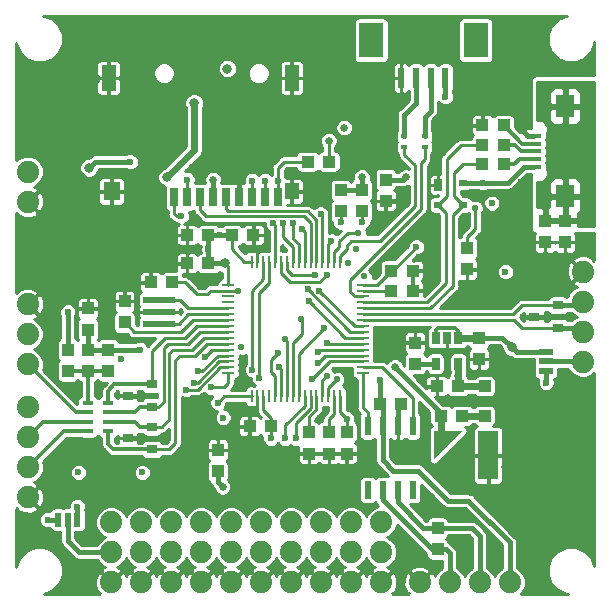
<source format=gtl>
G04 #@! TF.GenerationSoftware,KiCad,Pcbnew,(5.0.0)*
G04 #@! TF.CreationDate,2018-08-31T18:23:00+12:00*
G04 #@! TF.ProjectId,SimpleFC,53696D706C6546432E6B696361645F70,rev?*
G04 #@! TF.SameCoordinates,Original*
G04 #@! TF.FileFunction,Copper,L1,Top,Signal*
G04 #@! TF.FilePolarity,Positive*
%FSLAX46Y46*%
G04 Gerber Fmt 4.6, Leading zero omitted, Abs format (unit mm)*
G04 Created by KiCad (PCBNEW (5.0.0)) date 08/31/18 18:23:00*
%MOMM*%
%LPD*%
G01*
G04 APERTURE LIST*
G04 #@! TA.AperFunction,SMDPad,CuDef*
%ADD10R,1.000000X0.250000*%
G04 #@! TD*
G04 #@! TA.AperFunction,SMDPad,CuDef*
%ADD11R,0.250000X1.000000*%
G04 #@! TD*
G04 #@! TA.AperFunction,SMDPad,CuDef*
%ADD12R,1.000000X1.100000*%
G04 #@! TD*
G04 #@! TA.AperFunction,SMDPad,CuDef*
%ADD13R,1.100000X1.000000*%
G04 #@! TD*
G04 #@! TA.AperFunction,SMDPad,CuDef*
%ADD14R,0.900000X0.800000*%
G04 #@! TD*
G04 #@! TA.AperFunction,SMDPad,CuDef*
%ADD15R,0.700000X1.000000*%
G04 #@! TD*
G04 #@! TA.AperFunction,SMDPad,CuDef*
%ADD16R,0.700000X0.600000*%
G04 #@! TD*
G04 #@! TA.AperFunction,ComponentPad*
%ADD17C,1.880000*%
G04 #@! TD*
G04 #@! TA.AperFunction,SMDPad,CuDef*
%ADD18R,0.700000X1.600000*%
G04 #@! TD*
G04 #@! TA.AperFunction,SMDPad,CuDef*
%ADD19R,1.200000X1.400000*%
G04 #@! TD*
G04 #@! TA.AperFunction,SMDPad,CuDef*
%ADD20R,1.200000X2.200000*%
G04 #@! TD*
G04 #@! TA.AperFunction,SMDPad,CuDef*
%ADD21R,1.400000X1.600000*%
G04 #@! TD*
G04 #@! TA.AperFunction,SMDPad,CuDef*
%ADD22R,0.500000X1.800000*%
G04 #@! TD*
G04 #@! TA.AperFunction,SMDPad,CuDef*
%ADD23R,2.100000X3.000000*%
G04 #@! TD*
G04 #@! TA.AperFunction,SMDPad,CuDef*
%ADD24R,1.200000X0.600000*%
G04 #@! TD*
G04 #@! TA.AperFunction,SMDPad,CuDef*
%ADD25R,0.600000X1.200000*%
G04 #@! TD*
G04 #@! TA.AperFunction,SMDPad,CuDef*
%ADD26R,0.600000X0.400000*%
G04 #@! TD*
G04 #@! TA.AperFunction,SMDPad,CuDef*
%ADD27R,0.900000X0.400000*%
G04 #@! TD*
G04 #@! TA.AperFunction,SMDPad,CuDef*
%ADD28R,0.600000X1.550000*%
G04 #@! TD*
G04 #@! TA.AperFunction,SMDPad,CuDef*
%ADD29R,2.700000X0.500000*%
G04 #@! TD*
G04 #@! TA.AperFunction,SMDPad,CuDef*
%ADD30R,1.400000X0.400000*%
G04 #@! TD*
G04 #@! TA.AperFunction,SMDPad,CuDef*
%ADD31R,1.500000X1.900000*%
G04 #@! TD*
G04 #@! TA.AperFunction,SMDPad,CuDef*
%ADD32C,1.202434*%
G04 #@! TD*
G04 #@! TA.AperFunction,Conductor*
%ADD33C,0.100000*%
G04 #@! TD*
G04 #@! TA.AperFunction,SMDPad,CuDef*
%ADD34R,1.700000X4.100000*%
G04 #@! TD*
G04 #@! TA.AperFunction,SMDPad,CuDef*
%ADD35R,1.000000X1.000000*%
G04 #@! TD*
G04 #@! TA.AperFunction,SMDPad,CuDef*
%ADD36R,0.650000X1.060000*%
G04 #@! TD*
G04 #@! TA.AperFunction,ViaPad*
%ADD37C,0.650000*%
G04 #@! TD*
G04 #@! TA.AperFunction,ViaPad*
%ADD38C,0.800000*%
G04 #@! TD*
G04 #@! TA.AperFunction,ViaPad*
%ADD39C,0.900000*%
G04 #@! TD*
G04 #@! TA.AperFunction,ViaPad*
%ADD40C,0.600000*%
G04 #@! TD*
G04 #@! TA.AperFunction,ViaPad*
%ADD41C,0.550000*%
G04 #@! TD*
G04 #@! TA.AperFunction,Conductor*
%ADD42C,0.250000*%
G04 #@! TD*
G04 #@! TA.AperFunction,Conductor*
%ADD43C,0.400000*%
G04 #@! TD*
G04 #@! TA.AperFunction,Conductor*
%ADD44C,0.300000*%
G04 #@! TD*
G04 #@! TA.AperFunction,Conductor*
%ADD45C,0.600000*%
G04 #@! TD*
G04 #@! TA.AperFunction,Conductor*
%ADD46C,0.254000*%
G04 #@! TD*
G04 APERTURE END LIST*
D10*
G04 #@! TO.P,U1,1*
G04 #@! TO.N,+3V3*
X143500000Y-98300000D03*
G04 #@! TO.P,U1,2*
G04 #@! TO.N,MPU_INT*
X143500000Y-98800000D03*
G04 #@! TO.P,U1,3*
G04 #@! TO.N,Net-(U1-Pad3)*
X143500000Y-99300000D03*
G04 #@! TO.P,U1,4*
G04 #@! TO.N,Net-(U1-Pad4)*
X143500000Y-99800000D03*
G04 #@! TO.P,U1,5*
G04 #@! TO.N,Net-(U1-Pad5)*
X143500000Y-100300000D03*
G04 #@! TO.P,U1,6*
G04 #@! TO.N,Net-(U1-Pad6)*
X143500000Y-100800000D03*
G04 #@! TO.P,U1,7*
G04 #@! TO.N,Net-(C1-Pad1)*
X143500000Y-101300000D03*
G04 #@! TO.P,U1,8*
G04 #@! TO.N,ADC1_IN10*
X143500000Y-101800000D03*
G04 #@! TO.P,U1,9*
G04 #@! TO.N,ADC1_IN11*
X143500000Y-102300000D03*
G04 #@! TO.P,U1,10*
G04 #@! TO.N,ADC1_IN12*
X143500000Y-102800000D03*
G04 #@! TO.P,U1,11*
G04 #@! TO.N,ADC1_IN13*
X143500000Y-103300000D03*
G04 #@! TO.P,U1,12*
G04 #@! TO.N,GNDA*
X143500000Y-103800000D03*
G04 #@! TO.P,U1,13*
G04 #@! TO.N,+3.3VA*
X143500000Y-104300000D03*
G04 #@! TO.P,U1,14*
G04 #@! TO.N,U4TX*
X143500000Y-104800000D03*
G04 #@! TO.P,U1,15*
G04 #@! TO.N,U4RX*
X143500000Y-105300000D03*
G04 #@! TO.P,U1,16*
G04 #@! TO.N,U2TX*
X143500000Y-105800000D03*
D11*
G04 #@! TO.P,U1,17*
G04 #@! TO.N,U2RX*
X145450000Y-107750000D03*
G04 #@! TO.P,U1,18*
G04 #@! TO.N,GND*
X145950000Y-107750000D03*
G04 #@! TO.P,U1,19*
G04 #@! TO.N,+3V3*
X146450000Y-107750000D03*
G04 #@! TO.P,U1,20*
G04 #@! TO.N,Net-(U1-Pad20)*
X146950000Y-107750000D03*
G04 #@! TO.P,U1,21*
G04 #@! TO.N,SPI1_SCK*
X147450000Y-107750000D03*
G04 #@! TO.P,U1,22*
G04 #@! TO.N,SPI1_MISO*
X147950000Y-107750000D03*
G04 #@! TO.P,U1,23*
G04 #@! TO.N,SPI1_MOSI*
X148450000Y-107750000D03*
G04 #@! TO.P,U1,24*
G04 #@! TO.N,MPU_CS*
X148950000Y-107750000D03*
G04 #@! TO.P,U1,25*
G04 #@! TO.N,BARO_CS*
X149450000Y-107750000D03*
G04 #@! TO.P,U1,26*
G04 #@! TO.N,T3C3*
X149950000Y-107750000D03*
G04 #@! TO.P,U1,27*
G04 #@! TO.N,T3C4*
X150450000Y-107750000D03*
G04 #@! TO.P,U1,28*
G04 #@! TO.N,Net-(R2-Pad1)*
X150950000Y-107750000D03*
G04 #@! TO.P,U1,29*
G04 #@! TO.N,U3TX*
X151450000Y-107750000D03*
G04 #@! TO.P,U1,30*
G04 #@! TO.N,U3RX*
X151950000Y-107750000D03*
G04 #@! TO.P,U1,31*
G04 #@! TO.N,Net-(C2-Pad1)*
X152450000Y-107750000D03*
G04 #@! TO.P,U1,32*
G04 #@! TO.N,+3V3*
X152950000Y-107750000D03*
D10*
G04 #@! TO.P,U1,33*
G04 #@! TO.N,CAN2_RX*
X154900000Y-105800000D03*
G04 #@! TO.P,U1,34*
G04 #@! TO.N,CAN2_TX*
X154900000Y-105300000D03*
G04 #@! TO.P,U1,35*
G04 #@! TO.N,T12C1*
X154900000Y-104800000D03*
G04 #@! TO.P,U1,36*
G04 #@! TO.N,T12C2*
X154900000Y-104300000D03*
G04 #@! TO.P,U1,37*
G04 #@! TO.N,T3C1*
X154900000Y-103800000D03*
G04 #@! TO.P,U1,38*
G04 #@! TO.N,T3C2*
X154900000Y-103300000D03*
G04 #@! TO.P,U1,39*
G04 #@! TO.N,SDIO_D0*
X154900000Y-102800000D03*
G04 #@! TO.P,U1,40*
G04 #@! TO.N,SDIO_D1*
X154900000Y-102300000D03*
G04 #@! TO.P,U1,41*
G04 #@! TO.N,SD_DECT*
X154900000Y-101800000D03*
G04 #@! TO.P,U1,42*
G04 #@! TO.N,U1TX*
X154900000Y-101300000D03*
G04 #@! TO.P,U1,43*
G04 #@! TO.N,U1RX*
X154900000Y-100800000D03*
G04 #@! TO.P,U1,44*
G04 #@! TO.N,USBDM*
X154900000Y-100300000D03*
G04 #@! TO.P,U1,45*
G04 #@! TO.N,USBDP*
X154900000Y-99800000D03*
G04 #@! TO.P,U1,46*
G04 #@! TO.N,SWDIO*
X154900000Y-99300000D03*
G04 #@! TO.P,U1,47*
G04 #@! TO.N,Net-(C3-Pad1)*
X154900000Y-98800000D03*
G04 #@! TO.P,U1,48*
G04 #@! TO.N,+3V3*
X154900000Y-98300000D03*
D11*
G04 #@! TO.P,U1,49*
G04 #@! TO.N,SWCLK*
X152950000Y-96350000D03*
G04 #@! TO.P,U1,50*
G04 #@! TO.N,MAG_INT*
X152450000Y-96350000D03*
G04 #@! TO.P,U1,51*
G04 #@! TO.N,SDIO_D2*
X151950000Y-96350000D03*
G04 #@! TO.P,U1,52*
G04 #@! TO.N,SDIO_D3*
X151450000Y-96350000D03*
G04 #@! TO.P,U1,53*
G04 #@! TO.N,SDIO_CK*
X150950000Y-96350000D03*
G04 #@! TO.P,U1,54*
G04 #@! TO.N,SDIO_CMD*
X150450000Y-96350000D03*
G04 #@! TO.P,U1,55*
G04 #@! TO.N,GPS_LED*
X149950000Y-96350000D03*
G04 #@! TO.P,U1,56*
G04 #@! TO.N,RDY_LED*
X149450000Y-96350000D03*
G04 #@! TO.P,U1,57*
G04 #@! TO.N,DBG_LED*
X148950000Y-96350000D03*
G04 #@! TO.P,U1,58*
G04 #@! TO.N,I2C1_SCL*
X148450000Y-96350000D03*
G04 #@! TO.P,U1,59*
G04 #@! TO.N,I2C1_SDA*
X147950000Y-96350000D03*
G04 #@! TO.P,U1,60*
G04 #@! TO.N,Net-(R1-Pad1)*
X147450000Y-96350000D03*
G04 #@! TO.P,U1,61*
G04 #@! TO.N,T4C3*
X146950000Y-96350000D03*
G04 #@! TO.P,U1,62*
G04 #@! TO.N,T4C4*
X146450000Y-96350000D03*
G04 #@! TO.P,U1,63*
G04 #@! TO.N,GND*
X145950000Y-96350000D03*
G04 #@! TO.P,U1,64*
G04 #@! TO.N,+3V3*
X145450000Y-96350000D03*
G04 #@! TD*
D12*
G04 #@! TO.P,C1,1*
G04 #@! TO.N,Net-(C1-Pad1)*
X134700000Y-101500000D03*
G04 #@! TO.P,C1,2*
G04 #@! TO.N,GND*
X134700000Y-99700000D03*
G04 #@! TD*
G04 #@! TO.P,C2,2*
G04 #@! TO.N,GND*
X152000000Y-112600000D03*
G04 #@! TO.P,C2,1*
G04 #@! TO.N,Net-(C2-Pad1)*
X152000000Y-110800000D03*
G04 #@! TD*
D13*
G04 #@! TO.P,C3,2*
G04 #@! TO.N,GND*
X159100000Y-98800000D03*
G04 #@! TO.P,C3,1*
G04 #@! TO.N,Net-(C3-Pad1)*
X157300000Y-98800000D03*
G04 #@! TD*
G04 #@! TO.P,C4,2*
G04 #@! TO.N,GND*
X140000000Y-94100000D03*
G04 #@! TO.P,C4,1*
G04 #@! TO.N,+3V3*
X141800000Y-94100000D03*
G04 #@! TD*
G04 #@! TO.P,C5,1*
G04 #@! TO.N,+3V3*
X141800000Y-96500000D03*
G04 #@! TO.P,C5,2*
G04 #@! TO.N,GND*
X140000000Y-96500000D03*
G04 #@! TD*
G04 #@! TO.P,C6,2*
G04 #@! TO.N,GND*
X145300000Y-110300000D03*
G04 #@! TO.P,C6,1*
G04 #@! TO.N,+3V3*
X147100000Y-110300000D03*
G04 #@! TD*
D12*
G04 #@! TO.P,C7,1*
G04 #@! TO.N,+3V3*
X153500000Y-110800000D03*
G04 #@! TO.P,C7,2*
G04 #@! TO.N,GND*
X153500000Y-112600000D03*
G04 #@! TD*
D13*
G04 #@! TO.P,C8,2*
G04 #@! TO.N,GND*
X159100000Y-97100000D03*
G04 #@! TO.P,C8,1*
G04 #@! TO.N,+3V3*
X157300000Y-97100000D03*
G04 #@! TD*
G04 #@! TO.P,C9,2*
G04 #@! TO.N,GND*
X145600000Y-94100000D03*
G04 #@! TO.P,C9,1*
G04 #@! TO.N,+3V3*
X143800000Y-94100000D03*
G04 #@! TD*
D12*
G04 #@! TO.P,C29,2*
G04 #@! TO.N,GNDA*
X131600000Y-103800000D03*
G04 #@! TO.P,C29,1*
G04 #@! TO.N,Net-(C29-Pad1)*
X131600000Y-105600000D03*
G04 #@! TD*
G04 #@! TO.P,C33,1*
G04 #@! TO.N,+3V3*
X156800000Y-89400000D03*
G04 #@! TO.P,C33,2*
G04 #@! TO.N,GND*
X156800000Y-91200000D03*
G04 #@! TD*
G04 #@! TO.P,C35,1*
G04 #@! TO.N,+3V3*
X142600000Y-114100000D03*
G04 #@! TO.P,C35,2*
G04 #@! TO.N,GND*
X142600000Y-112300000D03*
G04 #@! TD*
D13*
G04 #@! TO.P,C39,1*
G04 #@! TO.N,+5V*
X156300000Y-108400000D03*
G04 #@! TO.P,C39,2*
G04 #@! TO.N,GND*
X158100000Y-108400000D03*
G04 #@! TD*
D12*
G04 #@! TO.P,C41,1*
G04 #@! TO.N,Earth*
X170300000Y-92900000D03*
G04 #@! TO.P,C41,2*
G04 #@! TO.N,GND*
X170300000Y-94700000D03*
G04 #@! TD*
D14*
G04 #@! TO.P,D2,3*
G04 #@! TO.N,GND*
X135000000Y-111300000D03*
G04 #@! TO.P,D2,2*
G04 #@! TO.N,ADC1_IN12*
X137000000Y-110350000D03*
G04 #@! TO.P,D2,1*
G04 #@! TO.N,ADC1_IN13*
X137000000Y-112250000D03*
G04 #@! TD*
G04 #@! TO.P,D3,1*
G04 #@! TO.N,ADC1_IN11*
X137000000Y-108650000D03*
G04 #@! TO.P,D3,2*
G04 #@! TO.N,ADC1_IN10*
X137000000Y-106750000D03*
G04 #@! TO.P,D3,3*
G04 #@! TO.N,GND*
X135000000Y-107700000D03*
G04 #@! TD*
G04 #@! TO.P,D10,3*
G04 #@! TO.N,GND*
X169400000Y-101000000D03*
G04 #@! TO.P,D10,2*
G04 #@! TO.N,U1RX*
X171400000Y-100050000D03*
G04 #@! TO.P,D10,1*
G04 #@! TO.N,U1TX*
X171400000Y-101950000D03*
G04 #@! TD*
D15*
G04 #@! TO.P,D14,1*
G04 #@! TO.N,GND*
X161250000Y-89850000D03*
D16*
G04 #@! TO.P,D14,2*
G04 #@! TO.N,USBDP*
X161250000Y-91550000D03*
G04 #@! TO.P,D14,3*
G04 #@! TO.N,USBDM*
X163350000Y-91550000D03*
G04 #@! TO.P,D14,4*
G04 #@! TO.N,VBUS*
X163350000Y-89650000D03*
G04 #@! TD*
D17*
G04 #@! TO.P,J1,1*
G04 #@! TO.N,Net-(J1-Pad1)*
X126500000Y-88730000D03*
G04 #@! TO.P,J1,2*
G04 #@! TO.N,GND*
X126500000Y-91270000D03*
G04 #@! TD*
D18*
G04 #@! TO.P,J2,1*
G04 #@! TO.N,SDIO_D2*
X138900000Y-90900000D03*
G04 #@! TO.P,J2,2*
G04 #@! TO.N,SDIO_D3*
X140000000Y-90900000D03*
G04 #@! TO.P,J2,3*
G04 #@! TO.N,SDIO_CMD*
X141100000Y-90900000D03*
G04 #@! TO.P,J2,4*
G04 #@! TO.N,+3V3*
X142200000Y-90900000D03*
G04 #@! TO.P,J2,5*
G04 #@! TO.N,SDIO_CK*
X143300000Y-90900000D03*
G04 #@! TO.P,J2,6*
G04 #@! TO.N,GND*
X144400000Y-90900000D03*
G04 #@! TO.P,J2,7*
G04 #@! TO.N,SDIO_D0*
X145500000Y-90900000D03*
G04 #@! TO.P,J2,8*
G04 #@! TO.N,SDIO_D1*
X146600000Y-90900000D03*
D19*
G04 #@! TO.P,J2,10*
G04 #@! TO.N,GND*
X148850000Y-90400000D03*
D20*
G04 #@! TO.P,J2,11*
X148850000Y-80800000D03*
D21*
G04 #@! TO.P,J2,12*
X133600000Y-90400000D03*
D20*
G04 #@! TO.P,J2,13*
X133350000Y-80800000D03*
D18*
G04 #@! TO.P,J2,9*
G04 #@! TO.N,SD_DECT*
X147700000Y-90900000D03*
G04 #@! TD*
D17*
G04 #@! TO.P,J3,1*
G04 #@! TO.N,Net-(J3-Pad1)*
X173500000Y-104810000D03*
G04 #@! TO.P,J3,2*
G04 #@! TO.N,U1TX*
X173500000Y-102270000D03*
G04 #@! TO.P,J3,3*
G04 #@! TO.N,U1RX*
X173500000Y-99730000D03*
G04 #@! TO.P,J3,4*
G04 #@! TO.N,GND*
X173500000Y-97190000D03*
G04 #@! TD*
G04 #@! TO.P,J4,1*
G04 #@! TO.N,+5V*
X167310000Y-123500000D03*
G04 #@! TO.P,J4,2*
G04 #@! TO.N,CANH*
X164770000Y-123500000D03*
G04 #@! TO.P,J4,3*
G04 #@! TO.N,CANL*
X162230000Y-123500000D03*
G04 #@! TO.P,J4,4*
G04 #@! TO.N,GND*
X159690000Y-123500000D03*
G04 #@! TD*
G04 #@! TO.P,J11,4*
G04 #@! TO.N,GND*
X126500000Y-116310000D03*
G04 #@! TO.P,J11,3*
G04 #@! TO.N,ADC_IN3*
X126500000Y-113770000D03*
G04 #@! TO.P,J11,2*
G04 #@! TO.N,ADC_IN2*
X126500000Y-111230000D03*
G04 #@! TO.P,J11,1*
G04 #@! TO.N,+5V*
X126500000Y-108690000D03*
G04 #@! TD*
D22*
G04 #@! TO.P,J13,1*
G04 #@! TO.N,GND*
X158125000Y-80800000D03*
G04 #@! TO.P,J13,2*
G04 #@! TO.N,Net-(J13-Pad2)*
X159375000Y-80800000D03*
G04 #@! TO.P,J13,3*
G04 #@! TO.N,Net-(J13-Pad3)*
X160625000Y-80800000D03*
G04 #@! TO.P,J13,4*
G04 #@! TO.N,+3V3*
X161875000Y-80800000D03*
D23*
G04 #@! TO.P,J13,5*
G04 #@! TO.N,N/C*
X155575000Y-77600000D03*
G04 #@! TO.P,J13,6*
X164425000Y-77600000D03*
G04 #@! TD*
D17*
G04 #@! TO.P,J14,1*
G04 #@! TO.N,ADC_CURR*
X126500000Y-105040000D03*
G04 #@! TO.P,J14,2*
G04 #@! TO.N,+5V*
X126500000Y-102500000D03*
G04 #@! TO.P,J14,3*
G04 #@! TO.N,GND*
X126500000Y-99960000D03*
G04 #@! TD*
D24*
G04 #@! TO.P,JP1,1*
G04 #@! TO.N,+3V3*
X170400000Y-105600000D03*
G04 #@! TO.P,JP1,2*
G04 #@! TO.N,Net-(J3-Pad1)*
X170400000Y-104800000D03*
G04 #@! TO.P,JP1,3*
G04 #@! TO.N,+5V*
X170400000Y-104000000D03*
G04 #@! TD*
D25*
G04 #@! TO.P,JP2,3*
G04 #@! TO.N,+5V*
X130700000Y-118200000D03*
G04 #@! TO.P,JP2,2*
G04 #@! TO.N,Net-(J6-Pad1)*
X129900000Y-118200000D03*
G04 #@! TO.P,JP2,1*
G04 #@! TO.N,+3V3*
X129100000Y-118200000D03*
G04 #@! TD*
D12*
G04 #@! TO.P,R2,2*
G04 #@! TO.N,GND*
X150300000Y-112600000D03*
G04 #@! TO.P,R2,1*
G04 #@! TO.N,Net-(R2-Pad1)*
X150300000Y-110800000D03*
G04 #@! TD*
G04 #@! TO.P,R3,2*
G04 #@! TO.N,GND*
X131600000Y-100300000D03*
G04 #@! TO.P,R3,1*
G04 #@! TO.N,GNDA*
X131600000Y-102100000D03*
G04 #@! TD*
G04 #@! TO.P,R4,1*
G04 #@! TO.N,+3V3*
X153000000Y-90300000D03*
G04 #@! TO.P,R4,2*
G04 #@! TO.N,I2C1_SCL*
X153000000Y-92100000D03*
G04 #@! TD*
G04 #@! TO.P,R5,2*
G04 #@! TO.N,I2C1_SDA*
X154800000Y-92100000D03*
G04 #@! TO.P,R5,1*
G04 #@! TO.N,+3V3*
X154800000Y-90300000D03*
G04 #@! TD*
G04 #@! TO.P,R8,1*
G04 #@! TO.N,Net-(C29-Pad1)*
X129900000Y-105600000D03*
G04 #@! TO.P,R8,2*
G04 #@! TO.N,+BATT*
X129900000Y-103800000D03*
G04 #@! TD*
G04 #@! TO.P,R12,2*
G04 #@! TO.N,Net-(C29-Pad1)*
X133300000Y-105600000D03*
G04 #@! TO.P,R12,1*
G04 #@! TO.N,GNDA*
X133300000Y-103800000D03*
G04 #@! TD*
G04 #@! TO.P,R19,1*
G04 #@! TO.N,CANL*
X161200000Y-120700000D03*
G04 #@! TO.P,R19,2*
G04 #@! TO.N,CANH*
X161200000Y-118900000D03*
G04 #@! TD*
D13*
G04 #@! TO.P,R22,2*
G04 #@! TO.N,Net-(J12-Pad3)*
X166800000Y-86500000D03*
G04 #@! TO.P,R22,1*
G04 #@! TO.N,USBDP*
X165000000Y-86500000D03*
G04 #@! TD*
G04 #@! TO.P,R23,1*
G04 #@! TO.N,USBDM*
X165000000Y-88100000D03*
G04 #@! TO.P,R23,2*
G04 #@! TO.N,Net-(J12-Pad2)*
X166800000Y-88100000D03*
G04 #@! TD*
D26*
G04 #@! TO.P,R24,1*
G04 #@! TO.N,Net-(J13-Pad2)*
X158400000Y-85750000D03*
G04 #@! TO.P,R24,2*
G04 #@! TO.N,SWCLK*
X158400000Y-86650000D03*
G04 #@! TD*
G04 #@! TO.P,R25,2*
G04 #@! TO.N,SWDIO*
X160100000Y-86650000D03*
G04 #@! TO.P,R25,1*
G04 #@! TO.N,Net-(J13-Pad3)*
X160100000Y-85750000D03*
G04 #@! TD*
D13*
G04 #@! TO.P,R26,1*
G04 #@! TO.N,GND*
X165000000Y-84800000D03*
G04 #@! TO.P,R26,2*
G04 #@! TO.N,Net-(J12-Pad4)*
X166800000Y-84800000D03*
G04 #@! TD*
D12*
G04 #@! TO.P,R27,2*
G04 #@! TO.N,Earth*
X172000000Y-92900000D03*
G04 #@! TO.P,R27,1*
G04 #@! TO.N,GND*
X172000000Y-94700000D03*
G04 #@! TD*
D27*
G04 #@! TO.P,RN1,2*
G04 #@! TO.N,ADC_CURR*
X131600000Y-109100000D03*
G04 #@! TO.P,RN1,3*
G04 #@! TO.N,ADC_IN2*
X131600000Y-109900000D03*
G04 #@! TO.P,RN1,1*
G04 #@! TO.N,Net-(C29-Pad1)*
X131600000Y-108300000D03*
G04 #@! TO.P,RN1,4*
G04 #@! TO.N,ADC_IN3*
X131600000Y-110700000D03*
G04 #@! TO.P,RN1,8*
G04 #@! TO.N,ADC1_IN10*
X133300000Y-108300000D03*
G04 #@! TO.P,RN1,7*
G04 #@! TO.N,ADC1_IN11*
X133300000Y-109100000D03*
G04 #@! TO.P,RN1,6*
G04 #@! TO.N,ADC1_IN12*
X133300000Y-109900000D03*
G04 #@! TO.P,RN1,5*
G04 #@! TO.N,ADC1_IN13*
X133300000Y-110700000D03*
G04 #@! TD*
D28*
G04 #@! TO.P,U11,1*
G04 #@! TO.N,CAN2_TX*
X159105000Y-110300000D03*
G04 #@! TO.P,U11,2*
G04 #@! TO.N,GND*
X157835000Y-110300000D03*
G04 #@! TO.P,U11,3*
G04 #@! TO.N,+5V*
X156565000Y-110300000D03*
G04 #@! TO.P,U11,4*
G04 #@! TO.N,CAN2_RX*
X155295000Y-110300000D03*
G04 #@! TO.P,U11,5*
G04 #@! TO.N,Net-(U11-Pad5)*
X155295000Y-115700000D03*
G04 #@! TO.P,U11,6*
G04 #@! TO.N,CANL*
X156565000Y-115700000D03*
G04 #@! TO.P,U11,7*
G04 #@! TO.N,CANH*
X157835000Y-115700000D03*
G04 #@! TO.P,U11,8*
G04 #@! TO.N,Net-(U11-Pad8)*
X159105000Y-115700000D03*
G04 #@! TD*
D29*
G04 #@! TO.P,X1,1*
G04 #@! TO.N,Net-(U1-Pad5)*
X137600000Y-99600000D03*
G04 #@! TO.P,X1,2*
G04 #@! TO.N,GND*
X137600000Y-100600000D03*
G04 #@! TO.P,X1,3*
G04 #@! TO.N,Net-(U1-Pad6)*
X137600000Y-101600000D03*
G04 #@! TD*
D30*
G04 #@! TO.P,J12,2*
G04 #@! TO.N,Net-(J12-Pad2)*
X169300000Y-87650000D03*
G04 #@! TO.P,J12,3*
G04 #@! TO.N,Net-(J12-Pad3)*
X169300000Y-87000000D03*
G04 #@! TO.P,J12,5*
G04 #@! TO.N,GND*
X169300000Y-85700000D03*
G04 #@! TO.P,J12,4*
G04 #@! TO.N,Net-(J12-Pad4)*
X169300000Y-86350000D03*
D31*
G04 #@! TO.P,J12,6*
G04 #@! TO.N,Earth*
X172000000Y-90810000D03*
X172000000Y-83190000D03*
D30*
G04 #@! TO.P,J12,1*
G04 #@! TO.N,VBUS*
X169300000Y-88300000D03*
G04 #@! TD*
D17*
G04 #@! TO.P,J5,10*
G04 #@! TO.N,M8*
X156430000Y-118420000D03*
G04 #@! TO.P,J5,1*
G04 #@! TO.N,RC_IN2*
X133570000Y-118420000D03*
G04 #@! TO.P,J5,2*
G04 #@! TO.N,RC_IN1*
X136110000Y-118420000D03*
G04 #@! TO.P,J5,3*
G04 #@! TO.N,M1*
X138650000Y-118420000D03*
G04 #@! TO.P,J5,4*
G04 #@! TO.N,M2*
X141190000Y-118420000D03*
G04 #@! TO.P,J5,5*
G04 #@! TO.N,M3*
X143730000Y-118420000D03*
G04 #@! TO.P,J5,6*
G04 #@! TO.N,M4*
X146270000Y-118420000D03*
G04 #@! TO.P,J5,7*
G04 #@! TO.N,M5*
X148810000Y-118420000D03*
G04 #@! TO.P,J5,8*
G04 #@! TO.N,M6*
X151350000Y-118420000D03*
G04 #@! TO.P,J5,9*
G04 #@! TO.N,M7*
X153890000Y-118420000D03*
G04 #@! TD*
G04 #@! TO.P,J6,9*
G04 #@! TO.N,Net-(J6-Pad9)*
X153890000Y-120960000D03*
G04 #@! TO.P,J6,8*
G04 #@! TO.N,Net-(J6-Pad8)*
X151350000Y-120960000D03*
G04 #@! TO.P,J6,7*
G04 #@! TO.N,Net-(J6-Pad7)*
X148810000Y-120960000D03*
G04 #@! TO.P,J6,6*
G04 #@! TO.N,Net-(J6-Pad6)*
X146270000Y-120960000D03*
G04 #@! TO.P,J6,5*
G04 #@! TO.N,Net-(J6-Pad5)*
X143730000Y-120960000D03*
G04 #@! TO.P,J6,4*
G04 #@! TO.N,Net-(J6-Pad4)*
X141190000Y-120960000D03*
G04 #@! TO.P,J6,3*
G04 #@! TO.N,Net-(J6-Pad3)*
X138650000Y-120960000D03*
G04 #@! TO.P,J6,2*
G04 #@! TO.N,Net-(J6-Pad2)*
X136110000Y-120960000D03*
G04 #@! TO.P,J6,1*
G04 #@! TO.N,Net-(J6-Pad1)*
X133570000Y-120960000D03*
G04 #@! TO.P,J6,10*
G04 #@! TO.N,Net-(J6-Pad10)*
X156430000Y-120960000D03*
G04 #@! TD*
G04 #@! TO.P,J7,10*
G04 #@! TO.N,GND*
X156430000Y-123500000D03*
G04 #@! TO.P,J7,1*
X133570000Y-123500000D03*
G04 #@! TO.P,J7,2*
X136110000Y-123500000D03*
G04 #@! TO.P,J7,3*
X138650000Y-123500000D03*
G04 #@! TO.P,J7,4*
X141190000Y-123500000D03*
G04 #@! TO.P,J7,5*
X143730000Y-123500000D03*
G04 #@! TO.P,J7,6*
X146270000Y-123500000D03*
G04 #@! TO.P,J7,7*
X148810000Y-123500000D03*
G04 #@! TO.P,J7,8*
X151350000Y-123500000D03*
G04 #@! TO.P,J7,9*
X153890000Y-123500000D03*
G04 #@! TD*
D32*
G04 #@! TO.P,BT1,1*
G04 #@! TO.N,Net-(BT1-Pad1)*
X161500000Y-111300000D03*
D33*
G04 #@! TD*
G04 #@! TO.N,Net-(BT1-Pad1)*
G04 #@! TO.C,BT1*
G36*
X163302769Y-110699313D02*
X160899313Y-113102769D01*
X160898606Y-110699313D01*
X160899313Y-110698606D01*
X163302769Y-110699313D01*
X163302769Y-110699313D01*
G37*
D34*
G04 #@! TO.P,BT1,2*
G04 #@! TO.N,GND*
X165500000Y-112750000D03*
G04 #@! TD*
D12*
G04 #@! TO.P,C43,1*
G04 #@! TO.N,+5V*
X164700000Y-102800000D03*
G04 #@! TO.P,C43,2*
G04 #@! TO.N,GND*
X164700000Y-104600000D03*
G04 #@! TD*
G04 #@! TO.P,C44,1*
G04 #@! TO.N,Net-(C44-Pad1)*
X159300000Y-105000000D03*
G04 #@! TO.P,C44,2*
G04 #@! TO.N,GND*
X159300000Y-103200000D03*
G04 #@! TD*
D13*
G04 #@! TO.P,C45,2*
G04 #@! TO.N,GND*
X161150000Y-106900000D03*
G04 #@! TO.P,C45,1*
G04 #@! TO.N,VDD_GPS*
X162950000Y-106900000D03*
G04 #@! TD*
D35*
G04 #@! TO.P,D12,1*
G04 #@! TO.N,Net-(D12-Pad1)*
X165200000Y-109400000D03*
G04 #@! TO.P,D12,2*
G04 #@! TO.N,VDD_GPS*
X165200000Y-106900000D03*
G04 #@! TD*
D13*
G04 #@! TO.P,R29,1*
G04 #@! TO.N,Net-(BT1-Pad1)*
X161500000Y-109400000D03*
G04 #@! TO.P,R29,2*
G04 #@! TO.N,Net-(D12-Pad1)*
X163300000Y-109400000D03*
G04 #@! TD*
D36*
G04 #@! TO.P,U13,1*
G04 #@! TO.N,+5V*
X162950000Y-102800000D03*
G04 #@! TO.P,U13,2*
G04 #@! TO.N,GND*
X162000000Y-102800000D03*
G04 #@! TO.P,U13,3*
G04 #@! TO.N,+5V*
X161050000Y-102800000D03*
G04 #@! TO.P,U13,4*
G04 #@! TO.N,Net-(C44-Pad1)*
X161050000Y-105000000D03*
G04 #@! TO.P,U13,5*
G04 #@! TO.N,VDD_GPS*
X162950000Y-105000000D03*
G04 #@! TD*
D13*
G04 #@! TO.P,R30,1*
G04 #@! TO.N,+3V3*
X152000000Y-87900000D03*
G04 #@! TO.P,R30,2*
G04 #@! TO.N,SD_DECT*
X150200000Y-87900000D03*
G04 #@! TD*
D12*
G04 #@! TO.P,R31,2*
G04 #@! TO.N,GND*
X163700000Y-97000000D03*
G04 #@! TO.P,R31,1*
G04 #@! TO.N,MAG_INT*
X163700000Y-95200000D03*
G04 #@! TD*
D13*
G04 #@! TO.P,R32,1*
G04 #@! TO.N,MPU_INT*
X138700000Y-98100000D03*
G04 #@! TO.P,R32,2*
G04 #@! TO.N,GND*
X136900000Y-98100000D03*
G04 #@! TD*
D37*
G04 #@! TO.N,GND*
X152300000Y-78400000D03*
X163500000Y-120100000D03*
X163500000Y-117700000D03*
D38*
X138300000Y-85700000D03*
D39*
X138800000Y-87000000D03*
D40*
X160500000Y-98200000D03*
X144700000Y-104900000D03*
X130100000Y-113300000D03*
X140400000Y-114200000D03*
X135000000Y-115900000D03*
X136400000Y-111300000D03*
X136000000Y-107900000D03*
X140400000Y-108600000D03*
X132400000Y-107300000D03*
D41*
X164000000Y-113700000D03*
X164000000Y-115900000D03*
X164000000Y-114800000D03*
D38*
X169850000Y-116300000D03*
D41*
X169000000Y-115600000D03*
D38*
X169800000Y-113300000D03*
D41*
X169000000Y-114000000D03*
D37*
X152100000Y-115900000D03*
X156350000Y-102100000D03*
D40*
X151250000Y-109550000D03*
X141200000Y-98300000D03*
X166000000Y-100100000D03*
X170500000Y-101000000D03*
X168400000Y-101000000D03*
X164400000Y-100100000D03*
X165000000Y-95000000D03*
X168500000Y-93200000D03*
X168300000Y-89600000D03*
X168150000Y-84950000D03*
D37*
X165500000Y-116900000D03*
X166900000Y-115900000D03*
X166900000Y-113700000D03*
X168000000Y-117300000D03*
D38*
X174100000Y-114800000D03*
X171600000Y-117550000D03*
X173400000Y-116300000D03*
X173400000Y-113300000D03*
X171600000Y-112100000D03*
X167100000Y-108500000D03*
D37*
X144450000Y-114050000D03*
X171000000Y-109900000D03*
X163600000Y-93000000D03*
X158500000Y-90700000D03*
D40*
X145600000Y-88000000D03*
X148100000Y-95300000D03*
D37*
X144400000Y-89400000D03*
X137200000Y-96900000D03*
X145900000Y-82100000D03*
X144800000Y-83200000D03*
D38*
X130700000Y-92200000D03*
X132300000Y-80900000D03*
X141800000Y-87000000D03*
X140500000Y-88400000D03*
X138500000Y-84600000D03*
X137000000Y-88200000D03*
X145850000Y-77100000D03*
X147400000Y-78400000D03*
D37*
X152000000Y-82000000D03*
X147200000Y-81400000D03*
D40*
X133300000Y-93000000D03*
X134500000Y-93000000D03*
X135700000Y-93000000D03*
X135700000Y-91800000D03*
X134500000Y-91800000D03*
X133300000Y-91800000D03*
X145300000Y-111300000D03*
D37*
G04 #@! TO.N,+3V3*
X152000000Y-86100000D03*
X153300000Y-85000000D03*
X143000000Y-115400000D03*
D40*
X134400000Y-104600000D03*
X141800000Y-95300000D03*
X142800000Y-94100000D03*
X128200000Y-118200000D03*
X130800000Y-114200000D03*
X136200000Y-114200000D03*
X153500000Y-109650000D03*
X143050000Y-109550000D03*
X170400000Y-106600000D03*
X166950000Y-97200000D03*
X165800000Y-91400000D03*
X161875000Y-82400000D03*
X159400000Y-95100000D03*
D37*
X158500000Y-89200000D03*
X154800000Y-89200000D03*
X142200000Y-89400000D03*
D38*
X143200000Y-96500000D03*
D41*
X144600000Y-103600000D03*
D40*
X147100000Y-111300000D03*
G04 #@! TO.N,+3.3VA*
X140900000Y-105600000D03*
G04 #@! TO.N,GNDA*
X136000000Y-103800000D03*
X141500000Y-104400000D03*
G04 #@! TO.N,+BATT*
X129900000Y-100600000D03*
G04 #@! TO.N,+5V*
X156300000Y-106400000D03*
D38*
X143400000Y-80000000D03*
X167500000Y-103600000D03*
D40*
X130700000Y-117100000D03*
D38*
X140600000Y-82900000D03*
X138300000Y-89200000D03*
D40*
G04 #@! TO.N,U2TX*
X142000000Y-107000000D03*
G04 #@! TO.N,U4TX*
X140600000Y-106600000D03*
G04 #@! TO.N,VBUS*
X165050000Y-89650000D03*
D41*
G04 #@! TO.N,U3TX*
X151800000Y-106000000D03*
G04 #@! TO.N,U3RX*
X152700000Y-106300000D03*
D40*
G04 #@! TO.N,SDIO_D2*
X139500000Y-92500000D03*
X152200000Y-94600000D03*
G04 #@! TO.N,SDIO_D3*
X151300000Y-92300000D03*
X140000000Y-89400000D03*
G04 #@! TO.N,SDIO_D0*
X150300000Y-99700000D03*
X145500000Y-89500000D03*
G04 #@! TO.N,SDIO_D1*
X146600000Y-89500000D03*
X150200000Y-98700000D03*
G04 #@! TO.N,SD_DECT*
X151200000Y-98800000D03*
X147700000Y-89500000D03*
G04 #@! TO.N,Net-(R1-Pad1)*
X147300000Y-93100000D03*
G04 #@! TO.N,I2C1_SCL*
X153000000Y-93000000D03*
X150800000Y-97500000D03*
G04 #@! TO.N,I2C1_SDA*
X154800000Y-93000000D03*
X151800000Y-97500000D03*
G04 #@! TO.N,GPS_LED*
X149700000Y-93600000D03*
G04 #@! TO.N,RDY_LED*
X149000000Y-93100000D03*
G04 #@! TO.N,DBG_LED*
X148100000Y-93100000D03*
D41*
G04 #@! TO.N,MAG_INT*
X154500000Y-93900000D03*
X164400000Y-91800000D03*
D40*
G04 #@! TO.N,U4RX*
X139900000Y-107200000D03*
G04 #@! TO.N,U2RX*
X142600000Y-108300000D03*
D41*
G04 #@! TO.N,MPU_INT*
X144300000Y-98800000D03*
G04 #@! TO.N,SPI1_SCK*
X154300000Y-95300000D03*
D40*
X147700000Y-104100000D03*
D41*
G04 #@! TO.N,SPI1_MISO*
X155000000Y-97600000D03*
D40*
X147800000Y-105300000D03*
D41*
G04 #@! TO.N,SPI1_MOSI*
X153600000Y-96500000D03*
X148300000Y-102900000D03*
G04 #@! TO.N,MPU_CS*
X149600000Y-101200000D03*
D40*
G04 #@! TO.N,BARO_CS*
X151600000Y-102000000D03*
G04 #@! TO.N,T3C3*
X148300000Y-111300000D03*
G04 #@! TO.N,T3C4*
X149200000Y-111300000D03*
G04 #@! TO.N,T12C1*
X150600000Y-106300000D03*
G04 #@! TO.N,T12C2*
X151100000Y-104900000D03*
G04 #@! TO.N,T3C1*
X151100000Y-104000000D03*
G04 #@! TO.N,T3C2*
X151800000Y-103200000D03*
D37*
G04 #@! TO.N,Net-(BT1-Pad1)*
X157600000Y-105300000D03*
G04 #@! TO.N,VDD_GPS*
X162950000Y-106000000D03*
D40*
G04 #@! TO.N,V_SW*
X135200000Y-87900000D03*
D38*
X131700000Y-88400000D03*
D40*
G04 #@! TO.N,T4C3*
X146100000Y-106200000D03*
G04 #@! TO.N,T4C4*
X145500000Y-105500000D03*
G04 #@! TD*
D42*
G04 #@! TO.N,Net-(C1-Pad1)*
X143500000Y-101300000D02*
X140500000Y-101300000D01*
X135500000Y-102300000D02*
X134700000Y-101500000D01*
X139500000Y-102300000D02*
X135500000Y-102300000D01*
X140500000Y-101300000D02*
X139500000Y-102300000D01*
D43*
G04 #@! TO.N,GND*
X135000000Y-111300000D02*
X136400000Y-111300000D01*
X135000000Y-107700000D02*
X135800000Y-107700000D01*
X135800000Y-107700000D02*
X136000000Y-107900000D01*
X157835000Y-110300000D02*
X157835000Y-108665000D01*
X157835000Y-108665000D02*
X158100000Y-108400000D01*
X169400000Y-101000000D02*
X170500000Y-101000000D01*
X169400000Y-101000000D02*
X168400000Y-101000000D01*
X169300000Y-85700000D02*
X168900000Y-85700000D01*
X168900000Y-85700000D02*
X168150000Y-84950000D01*
X158000000Y-91200000D02*
X156800000Y-91200000D01*
X158500000Y-90700000D02*
X158000000Y-91200000D01*
X144400000Y-89400000D02*
X144400000Y-90900000D01*
D42*
X146000000Y-94100000D02*
X145600000Y-94100000D01*
X145950000Y-96350000D02*
X145950000Y-95250000D01*
X145600000Y-94900000D02*
X145600000Y-94100000D01*
X145950000Y-95250000D02*
X145600000Y-94900000D01*
X145300000Y-110300000D02*
X145300000Y-111300000D01*
X145950000Y-107750000D02*
X145950000Y-108850000D01*
X145300000Y-109500000D02*
X145300000Y-110300000D01*
X145950000Y-108850000D02*
X145300000Y-109500000D01*
G04 #@! TO.N,Net-(C2-Pad1)*
X152450000Y-109250000D02*
X152000000Y-109700000D01*
X152000000Y-109700000D02*
X152000000Y-110800000D01*
X152450000Y-107750000D02*
X152450000Y-109250000D01*
G04 #@! TO.N,Net-(C3-Pad1)*
X154900000Y-98800000D02*
X157300000Y-98800000D01*
G04 #@! TO.N,+3V3*
X152000000Y-87900000D02*
X152000000Y-86100000D01*
D43*
X142600000Y-115000000D02*
X142600000Y-114100000D01*
X143000000Y-115400000D02*
X142600000Y-115000000D01*
X141800000Y-94100000D02*
X141800000Y-95300000D01*
X141800000Y-95300000D02*
X141800000Y-96500000D01*
X143800000Y-94100000D02*
X142800000Y-94100000D01*
X142800000Y-94100000D02*
X141800000Y-94100000D01*
X128200000Y-118200000D02*
X129100000Y-118200000D01*
D42*
X153500000Y-110800000D02*
X153500000Y-109650000D01*
X152950000Y-109100000D02*
X153500000Y-109650000D01*
X152950000Y-109100000D02*
X152950000Y-107750000D01*
D43*
X170400000Y-105600000D02*
X170400000Y-106600000D01*
X161875000Y-80800000D02*
X161875000Y-82375000D01*
X161875000Y-82375000D02*
X161875000Y-82400000D01*
D42*
X157300000Y-97100000D02*
X157400000Y-97100000D01*
X157400000Y-97100000D02*
X159400000Y-95100000D01*
X154900000Y-98300000D02*
X156100000Y-98300000D01*
X156100000Y-98300000D02*
X157300000Y-97100000D01*
D43*
X158300000Y-89400000D02*
X156800000Y-89400000D01*
X158500000Y-89200000D02*
X158300000Y-89400000D01*
X154800000Y-90300000D02*
X154800000Y-89200000D01*
X153000000Y-90300000D02*
X154800000Y-90300000D01*
X142200000Y-90900000D02*
X142200000Y-89400000D01*
D42*
X143500000Y-98300000D02*
X143500000Y-96800000D01*
X143500000Y-96800000D02*
X143200000Y-96500000D01*
D43*
X143200000Y-96500000D02*
X141800000Y-96500000D01*
D42*
X145450000Y-96350000D02*
X144850000Y-96350000D01*
X144850000Y-96350000D02*
X143800000Y-95300000D01*
X143800000Y-95300000D02*
X143800000Y-94100000D01*
X147100000Y-110300000D02*
X147100000Y-111300000D01*
X146450000Y-107750000D02*
X146450000Y-108950000D01*
X147100000Y-109600000D02*
X147100000Y-110300000D01*
X146450000Y-108950000D02*
X147100000Y-109600000D01*
G04 #@! TO.N,+3.3VA*
X143500000Y-104300000D02*
X142600000Y-104300000D01*
X141300000Y-105600000D02*
X140900000Y-105600000D01*
X142600000Y-104300000D02*
X141300000Y-105600000D01*
D43*
G04 #@! TO.N,GNDA*
X131600000Y-103800000D02*
X131600000Y-102100000D01*
X133300000Y-103800000D02*
X136000000Y-103800000D01*
X131600000Y-103800000D02*
X133300000Y-103800000D01*
D42*
X143500000Y-103800000D02*
X142100000Y-103800000D01*
X142100000Y-103800000D02*
X141500000Y-104400000D01*
D43*
G04 #@! TO.N,+BATT*
X129900000Y-100600000D02*
X129900000Y-103800000D01*
G04 #@! TO.N,+5V*
X156300000Y-106400000D02*
X156300000Y-108400000D01*
X164700000Y-102800000D02*
X166700000Y-102800000D01*
X166700000Y-102800000D02*
X167500000Y-103600000D01*
X167900000Y-104000000D02*
X170400000Y-104000000D01*
X167500000Y-103600000D02*
X167900000Y-104000000D01*
X130700000Y-118200000D02*
X130700000Y-117100000D01*
X161150000Y-115650000D02*
X162100000Y-116600000D01*
X156565000Y-113165000D02*
X157450000Y-114050000D01*
X157450000Y-114050000D02*
X159550000Y-114050000D01*
X159550000Y-114050000D02*
X161150000Y-115650000D01*
X156565000Y-110300000D02*
X156565000Y-113165000D01*
X167310000Y-120110000D02*
X167310000Y-123500000D01*
X163800000Y-116600000D02*
X167310000Y-120110000D01*
X162100000Y-116600000D02*
X163800000Y-116600000D01*
X156565000Y-110300000D02*
X156565000Y-108665000D01*
X156565000Y-108665000D02*
X156300000Y-108400000D01*
D44*
X161050000Y-102800000D02*
X161050000Y-102150000D01*
X162950000Y-102200000D02*
X162950000Y-102800000D01*
X162700000Y-101950000D02*
X162950000Y-102200000D01*
X161250000Y-101950000D02*
X162700000Y-101950000D01*
X161050000Y-102150000D02*
X161250000Y-101950000D01*
D45*
X164700000Y-102800000D02*
X162950000Y-102800000D01*
X138300000Y-89200000D02*
X140600000Y-86900000D01*
X140600000Y-86900000D02*
X140600000Y-82900000D01*
D44*
G04 #@! TO.N,Net-(C29-Pad1)*
X131600000Y-105600000D02*
X133300000Y-105600000D01*
X131600000Y-105600000D02*
X129900000Y-105600000D01*
X131600000Y-108300000D02*
X131600000Y-105600000D01*
D42*
G04 #@! TO.N,U2TX*
X143500000Y-105800000D02*
X143500000Y-106600000D01*
X143100000Y-107000000D02*
X143500000Y-106600000D01*
X142000000Y-107000000D02*
X143100000Y-107000000D01*
G04 #@! TO.N,U4TX*
X142700000Y-104800000D02*
X140900000Y-106600000D01*
X140900000Y-106600000D02*
X140600000Y-106600000D01*
X143500000Y-104800000D02*
X142700000Y-104800000D01*
G04 #@! TO.N,ADC1_IN12*
X143500000Y-102800000D02*
X141400000Y-102800000D01*
X137850000Y-110350000D02*
X137000000Y-110350000D01*
X138500000Y-109700000D02*
X137850000Y-110350000D01*
X138500000Y-104100000D02*
X138500000Y-109700000D01*
X138800000Y-103800000D02*
X138500000Y-104100000D01*
X140400000Y-103800000D02*
X138800000Y-103800000D01*
X141400000Y-102800000D02*
X140400000Y-103800000D01*
D44*
X133300000Y-109900000D02*
X135600000Y-109900000D01*
X136050000Y-110350000D02*
X137000000Y-110350000D01*
X135600000Y-109900000D02*
X136050000Y-110350000D01*
D42*
G04 #@! TO.N,ADC1_IN13*
X143500000Y-103300000D02*
X141700000Y-103300000D01*
X138450000Y-112250000D02*
X137000000Y-112250000D01*
X139000000Y-111700000D02*
X138450000Y-112250000D01*
X139000000Y-104700000D02*
X139000000Y-111700000D01*
X139400000Y-104300000D02*
X139000000Y-104700000D01*
X140700000Y-104300000D02*
X139400000Y-104300000D01*
X141700000Y-103300000D02*
X140700000Y-104300000D01*
D44*
X133300000Y-110700000D02*
X133300000Y-111800000D01*
X133750000Y-112250000D02*
X137000000Y-112250000D01*
X133300000Y-111800000D02*
X133750000Y-112250000D01*
D42*
G04 #@! TO.N,ADC1_IN11*
X143500000Y-102300000D02*
X141100000Y-102300000D01*
X137550000Y-108650000D02*
X137000000Y-108650000D01*
X138000000Y-108200000D02*
X137550000Y-108650000D01*
X138000000Y-103700000D02*
X138000000Y-108200000D01*
X138400000Y-103300000D02*
X138000000Y-103700000D01*
X140100000Y-103300000D02*
X138400000Y-103300000D01*
X141100000Y-102300000D02*
X140100000Y-103300000D01*
D44*
X133300000Y-109100000D02*
X135600000Y-109100000D01*
X136050000Y-108650000D02*
X137000000Y-108650000D01*
X135600000Y-109100000D02*
X136050000Y-108650000D01*
D42*
G04 #@! TO.N,ADC1_IN10*
X137000000Y-106750000D02*
X137000000Y-103900000D01*
X140800000Y-101800000D02*
X143500000Y-101800000D01*
X139800000Y-102800000D02*
X140800000Y-101800000D01*
X138100000Y-102800000D02*
X139800000Y-102800000D01*
X137000000Y-103900000D02*
X138100000Y-102800000D01*
D44*
X133300000Y-108300000D02*
X133300000Y-107300000D01*
X133850000Y-106750000D02*
X137000000Y-106750000D01*
X133300000Y-107300000D02*
X133850000Y-106750000D01*
D43*
G04 #@! TO.N,VBUS*
X163350000Y-89650000D02*
X165050000Y-89650000D01*
X169300000Y-88300000D02*
X168500000Y-88300000D01*
X167150000Y-89650000D02*
X165050000Y-89650000D01*
X168500000Y-88300000D02*
X167150000Y-89650000D01*
G04 #@! TO.N,U1RX*
X171400000Y-100050000D02*
X173180000Y-100050000D01*
X173180000Y-100050000D02*
X173500000Y-99730000D01*
D42*
X154900000Y-100800000D02*
X167600000Y-100800000D01*
X168350000Y-100050000D02*
X171400000Y-100050000D01*
X167600000Y-100800000D02*
X168350000Y-100050000D01*
D43*
G04 #@! TO.N,U1TX*
X171400000Y-101950000D02*
X173180000Y-101950000D01*
X173180000Y-101950000D02*
X173500000Y-102270000D01*
D42*
X154900000Y-101300000D02*
X167700000Y-101300000D01*
X168350000Y-101950000D02*
X171400000Y-101950000D01*
X167700000Y-101300000D02*
X168350000Y-101950000D01*
D43*
G04 #@! TO.N,CANL*
X156565000Y-115700000D02*
X156565000Y-116565000D01*
X156565000Y-116565000D02*
X160700000Y-120700000D01*
X160700000Y-120700000D02*
X161200000Y-120700000D01*
X161200000Y-120700000D02*
X161900000Y-120700000D01*
X162230000Y-121030000D02*
X162230000Y-123500000D01*
X161900000Y-120700000D02*
X162230000Y-121030000D01*
G04 #@! TO.N,CANH*
X161200000Y-118900000D02*
X164100000Y-118900000D01*
X164770000Y-119570000D02*
X164770000Y-123500000D01*
X164100000Y-118900000D02*
X164770000Y-119570000D01*
X157835000Y-115700000D02*
X157835000Y-116735000D01*
X160000000Y-118900000D02*
X161200000Y-118900000D01*
X157835000Y-116735000D02*
X160000000Y-118900000D01*
D42*
G04 #@! TO.N,U3TX*
X151800000Y-106000000D02*
X151450000Y-106350000D01*
X151450000Y-106350000D02*
X151450000Y-107750000D01*
G04 #@! TO.N,U3RX*
X151950000Y-107750000D02*
X151950000Y-107050000D01*
X151950000Y-107050000D02*
X152700000Y-106300000D01*
D44*
G04 #@! TO.N,ADC_IN2*
X131600000Y-109900000D02*
X127830000Y-109900000D01*
X127830000Y-109900000D02*
X126500000Y-111230000D01*
G04 #@! TO.N,ADC_IN3*
X131600000Y-110700000D02*
X129570000Y-110700000D01*
X129570000Y-110700000D02*
X126500000Y-113770000D01*
D42*
G04 #@! TO.N,USBDM*
X163350000Y-91550000D02*
X162600000Y-90800000D01*
X163350000Y-88100000D02*
X165000000Y-88100000D01*
X162600000Y-88850000D02*
X163350000Y-88100000D01*
X162600000Y-90800000D02*
X162600000Y-88850000D01*
X162500000Y-98400000D02*
X162500000Y-92400000D01*
X160600000Y-100300000D02*
X162500000Y-98400000D01*
X154900000Y-100300000D02*
X160600000Y-100300000D01*
X162500000Y-92400000D02*
X163350000Y-91550000D01*
G04 #@! TO.N,USBDP*
X161250000Y-91550000D02*
X162000000Y-90800000D01*
X163150000Y-86500000D02*
X165000000Y-86500000D01*
X162000000Y-87650000D02*
X163150000Y-86500000D01*
X162000000Y-90800000D02*
X162000000Y-87650000D01*
X161900000Y-98200000D02*
X161900000Y-92200000D01*
X160300000Y-99800000D02*
X161900000Y-98200000D01*
X154900000Y-99800000D02*
X160300000Y-99800000D01*
X161900000Y-92200000D02*
X161250000Y-91550000D01*
G04 #@! TO.N,SDIO_D2*
X138900000Y-92300000D02*
X139100000Y-92500000D01*
X139100000Y-92500000D02*
X139500000Y-92500000D01*
X138900000Y-90900000D02*
X138900000Y-92300000D01*
X151950000Y-94850000D02*
X152200000Y-94600000D01*
X151950000Y-94850000D02*
X151950000Y-96350000D01*
G04 #@! TO.N,SDIO_D3*
X151450000Y-92450000D02*
X151300000Y-92300000D01*
X151450000Y-96350000D02*
X151450000Y-92450000D01*
X140000000Y-89400000D02*
X140000000Y-90900000D01*
G04 #@! TO.N,SDIO_CMD*
X150450000Y-96350000D02*
X150450000Y-93050002D01*
X141100000Y-92000000D02*
X141100000Y-90900000D01*
X141600000Y-92500000D02*
X141100000Y-92000000D01*
X149899998Y-92500000D02*
X141600000Y-92500000D01*
X150450000Y-93050002D02*
X149899998Y-92500000D01*
G04 #@! TO.N,SDIO_CK*
X150950000Y-96350000D02*
X150950000Y-92850000D01*
X143300000Y-91900000D02*
X143300000Y-90900000D01*
X143500000Y-92100000D02*
X143300000Y-91900000D01*
X150200000Y-92100000D02*
X143500000Y-92100000D01*
X150950000Y-92850000D02*
X150200000Y-92100000D01*
G04 #@! TO.N,SDIO_D0*
X153400000Y-102800000D02*
X150300000Y-99700000D01*
X154900000Y-102800000D02*
X153400000Y-102800000D01*
X145500000Y-89500000D02*
X145500000Y-90900000D01*
G04 #@! TO.N,SDIO_D1*
X154900000Y-102300000D02*
X153800000Y-102300000D01*
X153800000Y-102300000D02*
X150200000Y-98700000D01*
X146600000Y-89500000D02*
X146600000Y-90900000D01*
G04 #@! TO.N,SD_DECT*
X150200000Y-87900000D02*
X148200000Y-87900000D01*
X147700000Y-88400000D02*
X147700000Y-89500000D01*
X148200000Y-87900000D02*
X147700000Y-88400000D01*
X154200000Y-101800000D02*
X151200000Y-98800000D01*
X154900000Y-101800000D02*
X154200000Y-101800000D01*
X147700000Y-89500000D02*
X147700000Y-90900000D01*
D43*
G04 #@! TO.N,Net-(J3-Pad1)*
X170400000Y-104800000D02*
X173490000Y-104800000D01*
X173490000Y-104800000D02*
X173500000Y-104810000D01*
G04 #@! TO.N,Net-(J6-Pad1)*
X133570000Y-120960000D02*
X130860000Y-120960000D01*
X129900000Y-120000000D02*
X129900000Y-118200000D01*
X130860000Y-120960000D02*
X129900000Y-120000000D01*
G04 #@! TO.N,Net-(J13-Pad2)*
X159375000Y-80800000D02*
X159375000Y-82925000D01*
X158400000Y-83900000D02*
X158400000Y-85750000D01*
X159375000Y-82925000D02*
X158400000Y-83900000D01*
G04 #@! TO.N,Net-(J13-Pad3)*
X160625000Y-80800000D02*
X160625000Y-83575000D01*
X160100000Y-84100000D02*
X160100000Y-85750000D01*
X160625000Y-83575000D02*
X160100000Y-84100000D01*
D44*
G04 #@! TO.N,ADC_CURR*
X131600000Y-109100000D02*
X130560000Y-109100000D01*
X130560000Y-109100000D02*
X126500000Y-105040000D01*
D42*
G04 #@! TO.N,Net-(R1-Pad1)*
X147450000Y-96350000D02*
X147450000Y-93250000D01*
X147450000Y-93250000D02*
X147300000Y-93100000D01*
G04 #@! TO.N,Net-(R2-Pad1)*
X150950000Y-108850000D02*
X150300000Y-109500000D01*
X150300000Y-109500000D02*
X150300000Y-110800000D01*
X150950000Y-107750000D02*
X150950000Y-108850000D01*
G04 #@! TO.N,I2C1_SCL*
X153000000Y-93000000D02*
X153000000Y-92100000D01*
X148450000Y-96350000D02*
X148450000Y-97050000D01*
X148900000Y-97500000D02*
X150800000Y-97500000D01*
X148450000Y-97050000D02*
X148900000Y-97500000D01*
G04 #@! TO.N,I2C1_SDA*
X154800000Y-93000000D02*
X154800000Y-92100000D01*
X147950000Y-96350000D02*
X147950000Y-97350000D01*
X151200000Y-98100000D02*
X151800000Y-97500000D01*
X148700000Y-98100000D02*
X151200000Y-98100000D01*
X147950000Y-97350000D02*
X148700000Y-98100000D01*
G04 #@! TO.N,GPS_LED*
X149950000Y-93850000D02*
X149700000Y-93600000D01*
X149950000Y-96350000D02*
X149950000Y-93850000D01*
G04 #@! TO.N,RDY_LED*
X149450000Y-94850000D02*
X149000000Y-94400000D01*
X149000000Y-94400000D02*
X149000000Y-93100000D01*
X149450000Y-96350000D02*
X149450000Y-94850000D01*
G04 #@! TO.N,DBG_LED*
X148950000Y-95150000D02*
X148100000Y-94300000D01*
X148100000Y-94300000D02*
X148100000Y-93100000D01*
X148950000Y-96350000D02*
X148950000Y-95150000D01*
D44*
G04 #@! TO.N,Net-(J12-Pad3)*
X169300000Y-87000000D02*
X168300000Y-87000000D01*
X167800000Y-86500000D02*
X166800000Y-86500000D01*
X168300000Y-87000000D02*
X167800000Y-86500000D01*
G04 #@! TO.N,Net-(J12-Pad2)*
X169300000Y-87650000D02*
X168150000Y-87650000D01*
X167700000Y-88100000D02*
X166800000Y-88100000D01*
X168150000Y-87650000D02*
X167700000Y-88100000D01*
D42*
G04 #@! TO.N,SWDIO*
X154900000Y-99300000D02*
X154200000Y-99300000D01*
X160100000Y-87700000D02*
X160100000Y-86650000D01*
X159800000Y-88000000D02*
X160100000Y-87700000D01*
X159800000Y-91900000D02*
X159800000Y-88000000D01*
X153800000Y-97900000D02*
X159800000Y-91900000D01*
X153800000Y-98900000D02*
X153800000Y-97900000D01*
X154200000Y-99300000D02*
X153800000Y-98900000D01*
G04 #@! TO.N,SWCLK*
X152950000Y-96350000D02*
X152950000Y-95850000D01*
X152950000Y-95850000D02*
X153500000Y-95300000D01*
X153500000Y-95300000D02*
X153500000Y-95000000D01*
X153500000Y-95000000D02*
X153900000Y-94600000D01*
X153900000Y-94600000D02*
X156300000Y-94600000D01*
X156300000Y-94600000D02*
X159300000Y-91600000D01*
X159300000Y-91600000D02*
X159300000Y-88200000D01*
X159300000Y-88200000D02*
X158400000Y-87300000D01*
X158400000Y-87300000D02*
X158400000Y-86650000D01*
D44*
G04 #@! TO.N,Net-(J12-Pad4)*
X169300000Y-86350000D02*
X168350000Y-86350000D01*
X168350000Y-86350000D02*
X166800000Y-84800000D01*
D42*
G04 #@! TO.N,MAG_INT*
X163700000Y-95200000D02*
X163700000Y-94300000D01*
X164400000Y-93600000D02*
X164400000Y-91800000D01*
X163700000Y-94300000D02*
X164400000Y-93600000D01*
X154500000Y-93900000D02*
X153600000Y-93900000D01*
X153600000Y-93900000D02*
X152900000Y-94600000D01*
X152900000Y-94600000D02*
X152900000Y-95100000D01*
X152900000Y-95100000D02*
X152450000Y-95550000D01*
X152450000Y-96350000D02*
X152450000Y-95550000D01*
G04 #@! TO.N,Net-(U1-Pad5)*
X143500000Y-100300000D02*
X140100000Y-100300000D01*
X140100000Y-100300000D02*
X139400000Y-99600000D01*
X139400000Y-99600000D02*
X137600000Y-99600000D01*
G04 #@! TO.N,Net-(U1-Pad6)*
X143500000Y-100800000D02*
X140100000Y-100800000D01*
X140100000Y-100800000D02*
X139300000Y-101600000D01*
X139300000Y-101600000D02*
X137600000Y-101600000D01*
G04 #@! TO.N,U4RX*
X143500000Y-105300000D02*
X142800000Y-105300000D01*
X140900000Y-107200000D02*
X139900000Y-107200000D01*
X142800000Y-105300000D02*
X140900000Y-107200000D01*
G04 #@! TO.N,U2RX*
X142600000Y-108300000D02*
X143150000Y-107750000D01*
X143150000Y-107750000D02*
X145450000Y-107750000D01*
G04 #@! TO.N,MPU_INT*
X143500000Y-98800000D02*
X142000000Y-98800000D01*
X139800000Y-98100000D02*
X138700000Y-98100000D01*
X140800000Y-99100000D02*
X139800000Y-98100000D01*
X141700000Y-99100000D02*
X140800000Y-99100000D01*
X142000000Y-98800000D02*
X141700000Y-99100000D01*
X144300000Y-98800000D02*
X143500000Y-98800000D01*
G04 #@! TO.N,SPI1_SCK*
X147450000Y-107750000D02*
X147450000Y-106050000D01*
X147100000Y-104700000D02*
X147700000Y-104100000D01*
X147100000Y-105700000D02*
X147100000Y-104700000D01*
X147450000Y-106050000D02*
X147100000Y-105700000D01*
G04 #@! TO.N,SPI1_MISO*
X147950000Y-107750000D02*
X147950000Y-105450000D01*
X147950000Y-105450000D02*
X147800000Y-105300000D01*
G04 #@! TO.N,SPI1_MOSI*
X148450000Y-107750000D02*
X148450000Y-103050000D01*
X148450000Y-103050000D02*
X148300000Y-102900000D01*
G04 #@! TO.N,MPU_CS*
X149700000Y-102500000D02*
X149700000Y-101300000D01*
X148950000Y-103250000D02*
X148950000Y-107750000D01*
X148950000Y-103250000D02*
X149700000Y-102500000D01*
X149700000Y-101300000D02*
X149600000Y-101200000D01*
G04 #@! TO.N,BARO_CS*
X151600000Y-102000000D02*
X149450000Y-104150000D01*
X149450000Y-107750000D02*
X149450000Y-104150000D01*
G04 #@! TO.N,T3C3*
X149950000Y-107750000D02*
X149950000Y-108550000D01*
X148300000Y-110200000D02*
X148300000Y-111300000D01*
X149950000Y-108550000D02*
X148300000Y-110200000D01*
G04 #@! TO.N,T3C4*
X150450000Y-107750000D02*
X150450000Y-108750000D01*
X149200000Y-110000000D02*
X149200000Y-111300000D01*
X150450000Y-108750000D02*
X149200000Y-110000000D01*
G04 #@! TO.N,CAN2_RX*
X154900000Y-105800000D02*
X154900000Y-108700000D01*
X155295000Y-109095000D02*
X155295000Y-110300000D01*
X154900000Y-108700000D02*
X155295000Y-109095000D01*
G04 #@! TO.N,CAN2_TX*
X154900000Y-105300000D02*
X156500000Y-105300000D01*
X159105000Y-107905000D02*
X159105000Y-110300000D01*
X156500000Y-105300000D02*
X159105000Y-107905000D01*
G04 #@! TO.N,T12C1*
X154900000Y-104800000D02*
X152100000Y-104800000D01*
X152100000Y-104800000D02*
X150600000Y-106300000D01*
G04 #@! TO.N,T12C2*
X154900000Y-104300000D02*
X151700000Y-104300000D01*
X151700000Y-104300000D02*
X151100000Y-104900000D01*
G04 #@! TO.N,T3C1*
X154900000Y-103800000D02*
X151300000Y-103800000D01*
X151300000Y-103800000D02*
X151100000Y-104000000D01*
G04 #@! TO.N,T3C2*
X154900000Y-103300000D02*
X151900000Y-103300000D01*
X151900000Y-103300000D02*
X151800000Y-103200000D01*
D43*
G04 #@! TO.N,Net-(BT1-Pad1)*
X161500000Y-109400000D02*
X161500000Y-109200000D01*
X161500000Y-109200000D02*
X157600000Y-105300000D01*
D45*
X161500000Y-109400000D02*
X161500000Y-111300000D01*
D43*
G04 #@! TO.N,Net-(C44-Pad1)*
X161050000Y-105000000D02*
X159300000Y-105000000D01*
D45*
G04 #@! TO.N,VDD_GPS*
X162950000Y-106900000D02*
X165200000Y-106900000D01*
X162950000Y-106900000D02*
X162950000Y-106000000D01*
X162950000Y-106000000D02*
X162950000Y-105000000D01*
G04 #@! TO.N,Net-(D12-Pad1)*
X163300000Y-109400000D02*
X165200000Y-109400000D01*
D43*
G04 #@! TO.N,V_SW*
X132200000Y-87900000D02*
X135200000Y-87900000D01*
X131700000Y-88400000D02*
X132200000Y-87900000D01*
D42*
G04 #@! TO.N,T4C3*
X146100000Y-106200000D02*
X146100000Y-99000000D01*
X146950000Y-98150000D02*
X146950000Y-96350000D01*
X146100000Y-99000000D02*
X146950000Y-98150000D01*
G04 #@! TO.N,T4C4*
X146450000Y-96350000D02*
X146450000Y-97850000D01*
X145500000Y-98800000D02*
X145500000Y-105500000D01*
X146450000Y-97850000D02*
X145500000Y-98800000D01*
G04 #@! TD*
D46*
G04 #@! TO.N,GND*
G36*
X160533520Y-101884394D02*
X160417150Y-101962150D01*
X160322775Y-102103393D01*
X160289635Y-102270000D01*
X160289635Y-103330000D01*
X160322775Y-103496607D01*
X160417150Y-103637850D01*
X160558393Y-103732225D01*
X160725000Y-103765365D01*
X161375000Y-103765365D01*
X161533936Y-103733751D01*
X161590064Y-103757000D01*
X161870250Y-103757000D01*
X161977000Y-103650250D01*
X161977000Y-102823000D01*
X161957000Y-102823000D01*
X161957000Y-102777000D01*
X161977000Y-102777000D01*
X161977000Y-102757000D01*
X162023000Y-102757000D01*
X162023000Y-102777000D01*
X162043000Y-102777000D01*
X162043000Y-102823000D01*
X162023000Y-102823000D01*
X162023000Y-103650250D01*
X162129750Y-103757000D01*
X162409936Y-103757000D01*
X162466064Y-103733751D01*
X162625000Y-103765365D01*
X163275000Y-103765365D01*
X163441607Y-103732225D01*
X163582850Y-103637850D01*
X163656917Y-103527000D01*
X163804719Y-103527000D01*
X163892150Y-103657850D01*
X163949776Y-103696355D01*
X163838007Y-103808124D01*
X163773000Y-103965065D01*
X163773000Y-104470250D01*
X163879750Y-104577000D01*
X164677000Y-104577000D01*
X164677000Y-104557000D01*
X164723000Y-104557000D01*
X164723000Y-104577000D01*
X165520250Y-104577000D01*
X165627000Y-104470250D01*
X165627000Y-103965065D01*
X165561993Y-103808124D01*
X165450224Y-103696355D01*
X165507850Y-103657850D01*
X165602225Y-103516607D01*
X165620049Y-103427000D01*
X166440289Y-103427000D01*
X166673000Y-103659712D01*
X166673000Y-103764501D01*
X166798903Y-104068458D01*
X167031542Y-104301097D01*
X167335499Y-104427000D01*
X167431227Y-104427000D01*
X167447959Y-104452041D01*
X167655357Y-104590620D01*
X167838250Y-104627000D01*
X167838254Y-104627000D01*
X167899999Y-104639282D01*
X167961744Y-104627000D01*
X169364635Y-104627000D01*
X169364635Y-105100000D01*
X169384526Y-105200000D01*
X169364635Y-105300000D01*
X169364635Y-105900000D01*
X169397775Y-106066607D01*
X169492150Y-106207850D01*
X169633393Y-106302225D01*
X169728599Y-106321163D01*
X169673000Y-106455391D01*
X169673000Y-106744609D01*
X169783679Y-107011813D01*
X169988187Y-107216321D01*
X170255391Y-107327000D01*
X170544609Y-107327000D01*
X170811813Y-107216321D01*
X171016321Y-107011813D01*
X171127000Y-106744609D01*
X171127000Y-106455391D01*
X171071401Y-106321163D01*
X171166607Y-106302225D01*
X171307850Y-106207850D01*
X171402225Y-106066607D01*
X171435365Y-105900000D01*
X171435365Y-105427000D01*
X172275939Y-105427000D01*
X172341113Y-105584343D01*
X172725657Y-105968887D01*
X173228087Y-106177000D01*
X173771913Y-106177000D01*
X174274343Y-105968887D01*
X174473000Y-105770230D01*
X174473000Y-122051902D01*
X174482803Y-122101183D01*
X174477000Y-122150953D01*
X174477000Y-122106750D01*
X174176020Y-121380119D01*
X173619881Y-120823980D01*
X172893250Y-120523000D01*
X172106750Y-120523000D01*
X171380119Y-120823980D01*
X170823980Y-121380119D01*
X170523000Y-122106750D01*
X170523000Y-122893250D01*
X170823980Y-123619881D01*
X171380119Y-124176020D01*
X172106750Y-124477000D01*
X172212941Y-124477000D01*
X172115660Y-124485682D01*
X172051903Y-124473000D01*
X168270230Y-124473000D01*
X168468887Y-124274343D01*
X168677000Y-123771913D01*
X168677000Y-123228087D01*
X168468887Y-122725657D01*
X168084343Y-122341113D01*
X167937000Y-122280082D01*
X167937000Y-120171746D01*
X167949282Y-120110000D01*
X167937000Y-120048254D01*
X167937000Y-120048250D01*
X167900620Y-119865357D01*
X167797020Y-119710308D01*
X167797019Y-119710307D01*
X167762041Y-119657959D01*
X167709694Y-119622982D01*
X164287020Y-116200309D01*
X164252041Y-116147959D01*
X164044643Y-116009380D01*
X163861750Y-115973000D01*
X163861746Y-115973000D01*
X163800000Y-115960718D01*
X163738254Y-115973000D01*
X162359712Y-115973000D01*
X161637022Y-115250311D01*
X161637020Y-115250308D01*
X160037020Y-113650309D01*
X160002041Y-113597959D01*
X159794643Y-113459380D01*
X159611750Y-113423000D01*
X159611746Y-113423000D01*
X159550000Y-113410718D01*
X159488254Y-113423000D01*
X157709712Y-113423000D01*
X157192000Y-112905289D01*
X157192000Y-111354190D01*
X157199338Y-111343207D01*
X157293124Y-111436993D01*
X157450064Y-111502000D01*
X157705250Y-111502000D01*
X157812000Y-111395250D01*
X157812000Y-110323000D01*
X157792000Y-110323000D01*
X157792000Y-110277000D01*
X157812000Y-110277000D01*
X157812000Y-110257000D01*
X157858000Y-110257000D01*
X157858000Y-110277000D01*
X157878000Y-110277000D01*
X157878000Y-110323000D01*
X157858000Y-110323000D01*
X157858000Y-111395250D01*
X157964750Y-111502000D01*
X158219936Y-111502000D01*
X158376876Y-111436993D01*
X158470662Y-111343207D01*
X158497150Y-111382850D01*
X158638393Y-111477225D01*
X158805000Y-111510365D01*
X159405000Y-111510365D01*
X159571607Y-111477225D01*
X159712850Y-111382850D01*
X159807225Y-111241607D01*
X159840365Y-111075000D01*
X159840365Y-109525000D01*
X159807225Y-109358393D01*
X159712850Y-109217150D01*
X159657000Y-109179832D01*
X159657000Y-108243712D01*
X160514635Y-109101347D01*
X160514635Y-109900000D01*
X160547775Y-110066607D01*
X160642150Y-110207850D01*
X160765031Y-110289956D01*
X160732706Y-110296381D01*
X160591463Y-110390756D01*
X160590756Y-110391463D01*
X160496332Y-110532824D01*
X160463241Y-110699441D01*
X160463948Y-113102897D01*
X160497088Y-113269376D01*
X160591463Y-113410619D01*
X160732706Y-113504994D01*
X160899313Y-113538134D01*
X161065920Y-113504994D01*
X161207163Y-113410619D01*
X161738032Y-112879750D01*
X164223000Y-112879750D01*
X164223000Y-114884935D01*
X164288007Y-115041876D01*
X164408124Y-115161993D01*
X164565064Y-115227000D01*
X165370250Y-115227000D01*
X165477000Y-115120250D01*
X165477000Y-112773000D01*
X165523000Y-112773000D01*
X165523000Y-115120250D01*
X165629750Y-115227000D01*
X166434936Y-115227000D01*
X166591876Y-115161993D01*
X166711993Y-115041876D01*
X166777000Y-114884935D01*
X166777000Y-112879750D01*
X166670250Y-112773000D01*
X165523000Y-112773000D01*
X165477000Y-112773000D01*
X164329750Y-112773000D01*
X164223000Y-112879750D01*
X161738032Y-112879750D01*
X163610619Y-111007163D01*
X163704945Y-110866038D01*
X163738134Y-110699441D01*
X163705043Y-110532824D01*
X163610709Y-110391554D01*
X163526670Y-110335365D01*
X163850000Y-110335365D01*
X164016607Y-110302225D01*
X164157850Y-110207850D01*
X164211872Y-110127000D01*
X164338128Y-110127000D01*
X164392150Y-110207850D01*
X164518513Y-110292282D01*
X164408124Y-110338007D01*
X164288007Y-110458124D01*
X164223000Y-110615065D01*
X164223000Y-112620250D01*
X164329750Y-112727000D01*
X165477000Y-112727000D01*
X165477000Y-112707000D01*
X165523000Y-112707000D01*
X165523000Y-112727000D01*
X166670250Y-112727000D01*
X166777000Y-112620250D01*
X166777000Y-110615065D01*
X166711993Y-110458124D01*
X166591876Y-110338007D01*
X166434936Y-110273000D01*
X165910346Y-110273000D01*
X166007850Y-110207850D01*
X166102225Y-110066607D01*
X166135365Y-109900000D01*
X166135365Y-108900000D01*
X166102225Y-108733393D01*
X166007850Y-108592150D01*
X165866607Y-108497775D01*
X165700000Y-108464635D01*
X164700000Y-108464635D01*
X164533393Y-108497775D01*
X164392150Y-108592150D01*
X164338128Y-108673000D01*
X164211872Y-108673000D01*
X164157850Y-108592150D01*
X164016607Y-108497775D01*
X163850000Y-108464635D01*
X162750000Y-108464635D01*
X162583393Y-108497775D01*
X162442150Y-108592150D01*
X162400000Y-108655232D01*
X162357850Y-108592150D01*
X162216607Y-108497775D01*
X162050000Y-108464635D01*
X161651347Y-108464635D01*
X161013712Y-107827000D01*
X161020250Y-107827000D01*
X161127000Y-107720250D01*
X161127000Y-106923000D01*
X160279750Y-106923000D01*
X160194731Y-107008019D01*
X159501776Y-106315064D01*
X160173000Y-106315064D01*
X160173000Y-106770250D01*
X160279750Y-106877000D01*
X161127000Y-106877000D01*
X161127000Y-106079750D01*
X161173000Y-106079750D01*
X161173000Y-106877000D01*
X161193000Y-106877000D01*
X161193000Y-106923000D01*
X161173000Y-106923000D01*
X161173000Y-107720250D01*
X161279750Y-107827000D01*
X161784935Y-107827000D01*
X161941876Y-107761993D01*
X162053645Y-107650224D01*
X162092150Y-107707850D01*
X162233393Y-107802225D01*
X162400000Y-107835365D01*
X163500000Y-107835365D01*
X163666607Y-107802225D01*
X163807850Y-107707850D01*
X163861872Y-107627000D01*
X164338128Y-107627000D01*
X164392150Y-107707850D01*
X164533393Y-107802225D01*
X164700000Y-107835365D01*
X165700000Y-107835365D01*
X165866607Y-107802225D01*
X166007850Y-107707850D01*
X166102225Y-107566607D01*
X166135365Y-107400000D01*
X166135365Y-106400000D01*
X166102225Y-106233393D01*
X166007850Y-106092150D01*
X165866607Y-105997775D01*
X165700000Y-105964635D01*
X164700000Y-105964635D01*
X164533393Y-105997775D01*
X164392150Y-106092150D01*
X164338128Y-106173000D01*
X163861872Y-106173000D01*
X163807850Y-106092150D01*
X163702000Y-106021424D01*
X163702000Y-105850418D01*
X163677000Y-105790062D01*
X163677000Y-105696944D01*
X163677225Y-105696607D01*
X163710365Y-105530000D01*
X163710365Y-104729750D01*
X163773000Y-104729750D01*
X163773000Y-105234935D01*
X163838007Y-105391876D01*
X163958124Y-105511993D01*
X164115064Y-105577000D01*
X164570250Y-105577000D01*
X164677000Y-105470250D01*
X164677000Y-104623000D01*
X164723000Y-104623000D01*
X164723000Y-105470250D01*
X164829750Y-105577000D01*
X165284936Y-105577000D01*
X165441876Y-105511993D01*
X165561993Y-105391876D01*
X165627000Y-105234935D01*
X165627000Y-104729750D01*
X165520250Y-104623000D01*
X164723000Y-104623000D01*
X164677000Y-104623000D01*
X163879750Y-104623000D01*
X163773000Y-104729750D01*
X163710365Y-104729750D01*
X163710365Y-104470000D01*
X163677225Y-104303393D01*
X163582850Y-104162150D01*
X163441607Y-104067775D01*
X163275000Y-104034635D01*
X162625000Y-104034635D01*
X162458393Y-104067775D01*
X162317150Y-104162150D01*
X162222775Y-104303393D01*
X162189635Y-104470000D01*
X162189635Y-105530000D01*
X162222775Y-105696607D01*
X162223000Y-105696944D01*
X162223000Y-105790062D01*
X162198000Y-105850418D01*
X162198000Y-106021424D01*
X162092150Y-106092150D01*
X162053645Y-106149776D01*
X161941876Y-106038007D01*
X161784935Y-105973000D01*
X161279750Y-105973000D01*
X161173000Y-106079750D01*
X161127000Y-106079750D01*
X161020250Y-105973000D01*
X160515065Y-105973000D01*
X160358124Y-106038007D01*
X160238007Y-106158124D01*
X160173000Y-106315064D01*
X159501776Y-106315064D01*
X159172076Y-105985365D01*
X159800000Y-105985365D01*
X159966607Y-105952225D01*
X160107850Y-105857850D01*
X160202225Y-105716607D01*
X160220049Y-105627000D01*
X160308929Y-105627000D01*
X160322775Y-105696607D01*
X160417150Y-105837850D01*
X160558393Y-105932225D01*
X160725000Y-105965365D01*
X161375000Y-105965365D01*
X161541607Y-105932225D01*
X161682850Y-105837850D01*
X161777225Y-105696607D01*
X161810365Y-105530000D01*
X161810365Y-104470000D01*
X161777225Y-104303393D01*
X161682850Y-104162150D01*
X161541607Y-104067775D01*
X161375000Y-104034635D01*
X160725000Y-104034635D01*
X160558393Y-104067775D01*
X160417150Y-104162150D01*
X160322775Y-104303393D01*
X160308929Y-104373000D01*
X160220049Y-104373000D01*
X160202225Y-104283393D01*
X160107850Y-104142150D01*
X160050224Y-104103645D01*
X160161993Y-103991876D01*
X160227000Y-103834935D01*
X160227000Y-103329750D01*
X160120250Y-103223000D01*
X159323000Y-103223000D01*
X159323000Y-103243000D01*
X159277000Y-103243000D01*
X159277000Y-103223000D01*
X158479750Y-103223000D01*
X158373000Y-103329750D01*
X158373000Y-103834935D01*
X158438007Y-103991876D01*
X158549776Y-104103645D01*
X158492150Y-104142150D01*
X158397775Y-104283393D01*
X158364635Y-104450000D01*
X158364635Y-105177924D01*
X158352000Y-105165289D01*
X158352000Y-105150418D01*
X158237515Y-104874026D01*
X158025974Y-104662485D01*
X157749582Y-104548000D01*
X157450418Y-104548000D01*
X157174026Y-104662485D01*
X156962485Y-104874026D01*
X156930907Y-104950262D01*
X156928768Y-104948123D01*
X156897970Y-104902030D01*
X156715380Y-104780028D01*
X156554365Y-104748000D01*
X156500000Y-104737186D01*
X156445635Y-104748000D01*
X155835365Y-104748000D01*
X155835365Y-104675000D01*
X155810501Y-104550000D01*
X155835365Y-104425000D01*
X155835365Y-104175000D01*
X155810501Y-104050000D01*
X155835365Y-103925000D01*
X155835365Y-103675000D01*
X155810501Y-103550000D01*
X155835365Y-103425000D01*
X155835365Y-103175000D01*
X155810501Y-103049999D01*
X155835365Y-102925000D01*
X155835365Y-102675000D01*
X155813498Y-102565065D01*
X158373000Y-102565065D01*
X158373000Y-103070250D01*
X158479750Y-103177000D01*
X159277000Y-103177000D01*
X159277000Y-102329750D01*
X159323000Y-102329750D01*
X159323000Y-103177000D01*
X160120250Y-103177000D01*
X160227000Y-103070250D01*
X160227000Y-102565065D01*
X160161993Y-102408124D01*
X160041876Y-102288007D01*
X159884936Y-102223000D01*
X159429750Y-102223000D01*
X159323000Y-102329750D01*
X159277000Y-102329750D01*
X159170250Y-102223000D01*
X158715064Y-102223000D01*
X158558124Y-102288007D01*
X158438007Y-102408124D01*
X158373000Y-102565065D01*
X155813498Y-102565065D01*
X155810501Y-102550000D01*
X155835365Y-102425000D01*
X155835365Y-102175000D01*
X155810501Y-102050000D01*
X155835365Y-101925000D01*
X155835365Y-101852000D01*
X160555166Y-101852000D01*
X160533520Y-101884394D01*
X160533520Y-101884394D01*
G37*
X160533520Y-101884394D02*
X160417150Y-101962150D01*
X160322775Y-102103393D01*
X160289635Y-102270000D01*
X160289635Y-103330000D01*
X160322775Y-103496607D01*
X160417150Y-103637850D01*
X160558393Y-103732225D01*
X160725000Y-103765365D01*
X161375000Y-103765365D01*
X161533936Y-103733751D01*
X161590064Y-103757000D01*
X161870250Y-103757000D01*
X161977000Y-103650250D01*
X161977000Y-102823000D01*
X161957000Y-102823000D01*
X161957000Y-102777000D01*
X161977000Y-102777000D01*
X161977000Y-102757000D01*
X162023000Y-102757000D01*
X162023000Y-102777000D01*
X162043000Y-102777000D01*
X162043000Y-102823000D01*
X162023000Y-102823000D01*
X162023000Y-103650250D01*
X162129750Y-103757000D01*
X162409936Y-103757000D01*
X162466064Y-103733751D01*
X162625000Y-103765365D01*
X163275000Y-103765365D01*
X163441607Y-103732225D01*
X163582850Y-103637850D01*
X163656917Y-103527000D01*
X163804719Y-103527000D01*
X163892150Y-103657850D01*
X163949776Y-103696355D01*
X163838007Y-103808124D01*
X163773000Y-103965065D01*
X163773000Y-104470250D01*
X163879750Y-104577000D01*
X164677000Y-104577000D01*
X164677000Y-104557000D01*
X164723000Y-104557000D01*
X164723000Y-104577000D01*
X165520250Y-104577000D01*
X165627000Y-104470250D01*
X165627000Y-103965065D01*
X165561993Y-103808124D01*
X165450224Y-103696355D01*
X165507850Y-103657850D01*
X165602225Y-103516607D01*
X165620049Y-103427000D01*
X166440289Y-103427000D01*
X166673000Y-103659712D01*
X166673000Y-103764501D01*
X166798903Y-104068458D01*
X167031542Y-104301097D01*
X167335499Y-104427000D01*
X167431227Y-104427000D01*
X167447959Y-104452041D01*
X167655357Y-104590620D01*
X167838250Y-104627000D01*
X167838254Y-104627000D01*
X167899999Y-104639282D01*
X167961744Y-104627000D01*
X169364635Y-104627000D01*
X169364635Y-105100000D01*
X169384526Y-105200000D01*
X169364635Y-105300000D01*
X169364635Y-105900000D01*
X169397775Y-106066607D01*
X169492150Y-106207850D01*
X169633393Y-106302225D01*
X169728599Y-106321163D01*
X169673000Y-106455391D01*
X169673000Y-106744609D01*
X169783679Y-107011813D01*
X169988187Y-107216321D01*
X170255391Y-107327000D01*
X170544609Y-107327000D01*
X170811813Y-107216321D01*
X171016321Y-107011813D01*
X171127000Y-106744609D01*
X171127000Y-106455391D01*
X171071401Y-106321163D01*
X171166607Y-106302225D01*
X171307850Y-106207850D01*
X171402225Y-106066607D01*
X171435365Y-105900000D01*
X171435365Y-105427000D01*
X172275939Y-105427000D01*
X172341113Y-105584343D01*
X172725657Y-105968887D01*
X173228087Y-106177000D01*
X173771913Y-106177000D01*
X174274343Y-105968887D01*
X174473000Y-105770230D01*
X174473000Y-122051902D01*
X174482803Y-122101183D01*
X174477000Y-122150953D01*
X174477000Y-122106750D01*
X174176020Y-121380119D01*
X173619881Y-120823980D01*
X172893250Y-120523000D01*
X172106750Y-120523000D01*
X171380119Y-120823980D01*
X170823980Y-121380119D01*
X170523000Y-122106750D01*
X170523000Y-122893250D01*
X170823980Y-123619881D01*
X171380119Y-124176020D01*
X172106750Y-124477000D01*
X172212941Y-124477000D01*
X172115660Y-124485682D01*
X172051903Y-124473000D01*
X168270230Y-124473000D01*
X168468887Y-124274343D01*
X168677000Y-123771913D01*
X168677000Y-123228087D01*
X168468887Y-122725657D01*
X168084343Y-122341113D01*
X167937000Y-122280082D01*
X167937000Y-120171746D01*
X167949282Y-120110000D01*
X167937000Y-120048254D01*
X167937000Y-120048250D01*
X167900620Y-119865357D01*
X167797020Y-119710308D01*
X167797019Y-119710307D01*
X167762041Y-119657959D01*
X167709694Y-119622982D01*
X164287020Y-116200309D01*
X164252041Y-116147959D01*
X164044643Y-116009380D01*
X163861750Y-115973000D01*
X163861746Y-115973000D01*
X163800000Y-115960718D01*
X163738254Y-115973000D01*
X162359712Y-115973000D01*
X161637022Y-115250311D01*
X161637020Y-115250308D01*
X160037020Y-113650309D01*
X160002041Y-113597959D01*
X159794643Y-113459380D01*
X159611750Y-113423000D01*
X159611746Y-113423000D01*
X159550000Y-113410718D01*
X159488254Y-113423000D01*
X157709712Y-113423000D01*
X157192000Y-112905289D01*
X157192000Y-111354190D01*
X157199338Y-111343207D01*
X157293124Y-111436993D01*
X157450064Y-111502000D01*
X157705250Y-111502000D01*
X157812000Y-111395250D01*
X157812000Y-110323000D01*
X157792000Y-110323000D01*
X157792000Y-110277000D01*
X157812000Y-110277000D01*
X157812000Y-110257000D01*
X157858000Y-110257000D01*
X157858000Y-110277000D01*
X157878000Y-110277000D01*
X157878000Y-110323000D01*
X157858000Y-110323000D01*
X157858000Y-111395250D01*
X157964750Y-111502000D01*
X158219936Y-111502000D01*
X158376876Y-111436993D01*
X158470662Y-111343207D01*
X158497150Y-111382850D01*
X158638393Y-111477225D01*
X158805000Y-111510365D01*
X159405000Y-111510365D01*
X159571607Y-111477225D01*
X159712850Y-111382850D01*
X159807225Y-111241607D01*
X159840365Y-111075000D01*
X159840365Y-109525000D01*
X159807225Y-109358393D01*
X159712850Y-109217150D01*
X159657000Y-109179832D01*
X159657000Y-108243712D01*
X160514635Y-109101347D01*
X160514635Y-109900000D01*
X160547775Y-110066607D01*
X160642150Y-110207850D01*
X160765031Y-110289956D01*
X160732706Y-110296381D01*
X160591463Y-110390756D01*
X160590756Y-110391463D01*
X160496332Y-110532824D01*
X160463241Y-110699441D01*
X160463948Y-113102897D01*
X160497088Y-113269376D01*
X160591463Y-113410619D01*
X160732706Y-113504994D01*
X160899313Y-113538134D01*
X161065920Y-113504994D01*
X161207163Y-113410619D01*
X161738032Y-112879750D01*
X164223000Y-112879750D01*
X164223000Y-114884935D01*
X164288007Y-115041876D01*
X164408124Y-115161993D01*
X164565064Y-115227000D01*
X165370250Y-115227000D01*
X165477000Y-115120250D01*
X165477000Y-112773000D01*
X165523000Y-112773000D01*
X165523000Y-115120250D01*
X165629750Y-115227000D01*
X166434936Y-115227000D01*
X166591876Y-115161993D01*
X166711993Y-115041876D01*
X166777000Y-114884935D01*
X166777000Y-112879750D01*
X166670250Y-112773000D01*
X165523000Y-112773000D01*
X165477000Y-112773000D01*
X164329750Y-112773000D01*
X164223000Y-112879750D01*
X161738032Y-112879750D01*
X163610619Y-111007163D01*
X163704945Y-110866038D01*
X163738134Y-110699441D01*
X163705043Y-110532824D01*
X163610709Y-110391554D01*
X163526670Y-110335365D01*
X163850000Y-110335365D01*
X164016607Y-110302225D01*
X164157850Y-110207850D01*
X164211872Y-110127000D01*
X164338128Y-110127000D01*
X164392150Y-110207850D01*
X164518513Y-110292282D01*
X164408124Y-110338007D01*
X164288007Y-110458124D01*
X164223000Y-110615065D01*
X164223000Y-112620250D01*
X164329750Y-112727000D01*
X165477000Y-112727000D01*
X165477000Y-112707000D01*
X165523000Y-112707000D01*
X165523000Y-112727000D01*
X166670250Y-112727000D01*
X166777000Y-112620250D01*
X166777000Y-110615065D01*
X166711993Y-110458124D01*
X166591876Y-110338007D01*
X166434936Y-110273000D01*
X165910346Y-110273000D01*
X166007850Y-110207850D01*
X166102225Y-110066607D01*
X166135365Y-109900000D01*
X166135365Y-108900000D01*
X166102225Y-108733393D01*
X166007850Y-108592150D01*
X165866607Y-108497775D01*
X165700000Y-108464635D01*
X164700000Y-108464635D01*
X164533393Y-108497775D01*
X164392150Y-108592150D01*
X164338128Y-108673000D01*
X164211872Y-108673000D01*
X164157850Y-108592150D01*
X164016607Y-108497775D01*
X163850000Y-108464635D01*
X162750000Y-108464635D01*
X162583393Y-108497775D01*
X162442150Y-108592150D01*
X162400000Y-108655232D01*
X162357850Y-108592150D01*
X162216607Y-108497775D01*
X162050000Y-108464635D01*
X161651347Y-108464635D01*
X161013712Y-107827000D01*
X161020250Y-107827000D01*
X161127000Y-107720250D01*
X161127000Y-106923000D01*
X160279750Y-106923000D01*
X160194731Y-107008019D01*
X159501776Y-106315064D01*
X160173000Y-106315064D01*
X160173000Y-106770250D01*
X160279750Y-106877000D01*
X161127000Y-106877000D01*
X161127000Y-106079750D01*
X161173000Y-106079750D01*
X161173000Y-106877000D01*
X161193000Y-106877000D01*
X161193000Y-106923000D01*
X161173000Y-106923000D01*
X161173000Y-107720250D01*
X161279750Y-107827000D01*
X161784935Y-107827000D01*
X161941876Y-107761993D01*
X162053645Y-107650224D01*
X162092150Y-107707850D01*
X162233393Y-107802225D01*
X162400000Y-107835365D01*
X163500000Y-107835365D01*
X163666607Y-107802225D01*
X163807850Y-107707850D01*
X163861872Y-107627000D01*
X164338128Y-107627000D01*
X164392150Y-107707850D01*
X164533393Y-107802225D01*
X164700000Y-107835365D01*
X165700000Y-107835365D01*
X165866607Y-107802225D01*
X166007850Y-107707850D01*
X166102225Y-107566607D01*
X166135365Y-107400000D01*
X166135365Y-106400000D01*
X166102225Y-106233393D01*
X166007850Y-106092150D01*
X165866607Y-105997775D01*
X165700000Y-105964635D01*
X164700000Y-105964635D01*
X164533393Y-105997775D01*
X164392150Y-106092150D01*
X164338128Y-106173000D01*
X163861872Y-106173000D01*
X163807850Y-106092150D01*
X163702000Y-106021424D01*
X163702000Y-105850418D01*
X163677000Y-105790062D01*
X163677000Y-105696944D01*
X163677225Y-105696607D01*
X163710365Y-105530000D01*
X163710365Y-104729750D01*
X163773000Y-104729750D01*
X163773000Y-105234935D01*
X163838007Y-105391876D01*
X163958124Y-105511993D01*
X164115064Y-105577000D01*
X164570250Y-105577000D01*
X164677000Y-105470250D01*
X164677000Y-104623000D01*
X164723000Y-104623000D01*
X164723000Y-105470250D01*
X164829750Y-105577000D01*
X165284936Y-105577000D01*
X165441876Y-105511993D01*
X165561993Y-105391876D01*
X165627000Y-105234935D01*
X165627000Y-104729750D01*
X165520250Y-104623000D01*
X164723000Y-104623000D01*
X164677000Y-104623000D01*
X163879750Y-104623000D01*
X163773000Y-104729750D01*
X163710365Y-104729750D01*
X163710365Y-104470000D01*
X163677225Y-104303393D01*
X163582850Y-104162150D01*
X163441607Y-104067775D01*
X163275000Y-104034635D01*
X162625000Y-104034635D01*
X162458393Y-104067775D01*
X162317150Y-104162150D01*
X162222775Y-104303393D01*
X162189635Y-104470000D01*
X162189635Y-105530000D01*
X162222775Y-105696607D01*
X162223000Y-105696944D01*
X162223000Y-105790062D01*
X162198000Y-105850418D01*
X162198000Y-106021424D01*
X162092150Y-106092150D01*
X162053645Y-106149776D01*
X161941876Y-106038007D01*
X161784935Y-105973000D01*
X161279750Y-105973000D01*
X161173000Y-106079750D01*
X161127000Y-106079750D01*
X161020250Y-105973000D01*
X160515065Y-105973000D01*
X160358124Y-106038007D01*
X160238007Y-106158124D01*
X160173000Y-106315064D01*
X159501776Y-106315064D01*
X159172076Y-105985365D01*
X159800000Y-105985365D01*
X159966607Y-105952225D01*
X160107850Y-105857850D01*
X160202225Y-105716607D01*
X160220049Y-105627000D01*
X160308929Y-105627000D01*
X160322775Y-105696607D01*
X160417150Y-105837850D01*
X160558393Y-105932225D01*
X160725000Y-105965365D01*
X161375000Y-105965365D01*
X161541607Y-105932225D01*
X161682850Y-105837850D01*
X161777225Y-105696607D01*
X161810365Y-105530000D01*
X161810365Y-104470000D01*
X161777225Y-104303393D01*
X161682850Y-104162150D01*
X161541607Y-104067775D01*
X161375000Y-104034635D01*
X160725000Y-104034635D01*
X160558393Y-104067775D01*
X160417150Y-104162150D01*
X160322775Y-104303393D01*
X160308929Y-104373000D01*
X160220049Y-104373000D01*
X160202225Y-104283393D01*
X160107850Y-104142150D01*
X160050224Y-104103645D01*
X160161993Y-103991876D01*
X160227000Y-103834935D01*
X160227000Y-103329750D01*
X160120250Y-103223000D01*
X159323000Y-103223000D01*
X159323000Y-103243000D01*
X159277000Y-103243000D01*
X159277000Y-103223000D01*
X158479750Y-103223000D01*
X158373000Y-103329750D01*
X158373000Y-103834935D01*
X158438007Y-103991876D01*
X158549776Y-104103645D01*
X158492150Y-104142150D01*
X158397775Y-104283393D01*
X158364635Y-104450000D01*
X158364635Y-105177924D01*
X158352000Y-105165289D01*
X158352000Y-105150418D01*
X158237515Y-104874026D01*
X158025974Y-104662485D01*
X157749582Y-104548000D01*
X157450418Y-104548000D01*
X157174026Y-104662485D01*
X156962485Y-104874026D01*
X156930907Y-104950262D01*
X156928768Y-104948123D01*
X156897970Y-104902030D01*
X156715380Y-104780028D01*
X156554365Y-104748000D01*
X156500000Y-104737186D01*
X156445635Y-104748000D01*
X155835365Y-104748000D01*
X155835365Y-104675000D01*
X155810501Y-104550000D01*
X155835365Y-104425000D01*
X155835365Y-104175000D01*
X155810501Y-104050000D01*
X155835365Y-103925000D01*
X155835365Y-103675000D01*
X155810501Y-103550000D01*
X155835365Y-103425000D01*
X155835365Y-103175000D01*
X155810501Y-103049999D01*
X155835365Y-102925000D01*
X155835365Y-102675000D01*
X155813498Y-102565065D01*
X158373000Y-102565065D01*
X158373000Y-103070250D01*
X158479750Y-103177000D01*
X159277000Y-103177000D01*
X159277000Y-102329750D01*
X159323000Y-102329750D01*
X159323000Y-103177000D01*
X160120250Y-103177000D01*
X160227000Y-103070250D01*
X160227000Y-102565065D01*
X160161993Y-102408124D01*
X160041876Y-102288007D01*
X159884936Y-102223000D01*
X159429750Y-102223000D01*
X159323000Y-102329750D01*
X159277000Y-102329750D01*
X159170250Y-102223000D01*
X158715064Y-102223000D01*
X158558124Y-102288007D01*
X158438007Y-102408124D01*
X158373000Y-102565065D01*
X155813498Y-102565065D01*
X155810501Y-102550000D01*
X155835365Y-102425000D01*
X155835365Y-102175000D01*
X155810501Y-102050000D01*
X155835365Y-101925000D01*
X155835365Y-101852000D01*
X160555166Y-101852000D01*
X160533520Y-101884394D01*
G36*
X153964635Y-105425000D02*
X153989499Y-105550000D01*
X153964635Y-105675000D01*
X153964635Y-105925000D01*
X153997775Y-106091607D01*
X154092150Y-106232850D01*
X154233393Y-106327225D01*
X154348000Y-106350022D01*
X154348001Y-108645630D01*
X154337186Y-108700000D01*
X154380028Y-108915379D01*
X154385120Y-108923000D01*
X154502031Y-109097970D01*
X154548121Y-109128766D01*
X154666864Y-109247510D01*
X154592775Y-109358393D01*
X154559635Y-109525000D01*
X154559635Y-111075000D01*
X154592775Y-111241607D01*
X154687150Y-111382850D01*
X154828393Y-111477225D01*
X154995000Y-111510365D01*
X155595000Y-111510365D01*
X155761607Y-111477225D01*
X155902850Y-111382850D01*
X155930000Y-111342217D01*
X155938000Y-111354190D01*
X155938001Y-113103249D01*
X155925718Y-113165000D01*
X155974380Y-113409642D01*
X156068165Y-113550000D01*
X156112960Y-113617041D01*
X156165307Y-113652018D01*
X156962980Y-114449692D01*
X156997959Y-114502041D01*
X157027880Y-114522034D01*
X156865000Y-114489635D01*
X156265000Y-114489635D01*
X156098393Y-114522775D01*
X155957150Y-114617150D01*
X155930000Y-114657783D01*
X155902850Y-114617150D01*
X155761607Y-114522775D01*
X155595000Y-114489635D01*
X154995000Y-114489635D01*
X154828393Y-114522775D01*
X154687150Y-114617150D01*
X154592775Y-114758393D01*
X154559635Y-114925000D01*
X154559635Y-116475000D01*
X154592775Y-116641607D01*
X154687150Y-116782850D01*
X154828393Y-116877225D01*
X154995000Y-116910365D01*
X155595000Y-116910365D01*
X155761607Y-116877225D01*
X155902850Y-116782850D01*
X155930000Y-116742217D01*
X155957150Y-116782850D01*
X155970875Y-116792021D01*
X155974380Y-116809642D01*
X156071767Y-116955391D01*
X156112960Y-117017041D01*
X156165307Y-117052018D01*
X156166289Y-117053000D01*
X156158087Y-117053000D01*
X155655657Y-117261113D01*
X155271113Y-117645657D01*
X155160000Y-117913908D01*
X155048887Y-117645657D01*
X154664343Y-117261113D01*
X154161913Y-117053000D01*
X153618087Y-117053000D01*
X153115657Y-117261113D01*
X152731113Y-117645657D01*
X152620000Y-117913908D01*
X152508887Y-117645657D01*
X152124343Y-117261113D01*
X151621913Y-117053000D01*
X151078087Y-117053000D01*
X150575657Y-117261113D01*
X150191113Y-117645657D01*
X150080000Y-117913908D01*
X149968887Y-117645657D01*
X149584343Y-117261113D01*
X149081913Y-117053000D01*
X148538087Y-117053000D01*
X148035657Y-117261113D01*
X147651113Y-117645657D01*
X147540000Y-117913908D01*
X147428887Y-117645657D01*
X147044343Y-117261113D01*
X146541913Y-117053000D01*
X145998087Y-117053000D01*
X145495657Y-117261113D01*
X145111113Y-117645657D01*
X145000000Y-117913908D01*
X144888887Y-117645657D01*
X144504343Y-117261113D01*
X144001913Y-117053000D01*
X143458087Y-117053000D01*
X142955657Y-117261113D01*
X142571113Y-117645657D01*
X142460000Y-117913908D01*
X142348887Y-117645657D01*
X141964343Y-117261113D01*
X141461913Y-117053000D01*
X140918087Y-117053000D01*
X140415657Y-117261113D01*
X140031113Y-117645657D01*
X139920000Y-117913908D01*
X139808887Y-117645657D01*
X139424343Y-117261113D01*
X138921913Y-117053000D01*
X138378087Y-117053000D01*
X137875657Y-117261113D01*
X137491113Y-117645657D01*
X137380000Y-117913908D01*
X137268887Y-117645657D01*
X136884343Y-117261113D01*
X136381913Y-117053000D01*
X135838087Y-117053000D01*
X135335657Y-117261113D01*
X134951113Y-117645657D01*
X134840000Y-117913908D01*
X134728887Y-117645657D01*
X134344343Y-117261113D01*
X133841913Y-117053000D01*
X133298087Y-117053000D01*
X132795657Y-117261113D01*
X132411113Y-117645657D01*
X132203000Y-118148087D01*
X132203000Y-118691913D01*
X132411113Y-119194343D01*
X132795657Y-119578887D01*
X133063908Y-119690000D01*
X132795657Y-119801113D01*
X132411113Y-120185657D01*
X132350082Y-120333000D01*
X131119712Y-120333000D01*
X130527000Y-119740289D01*
X130527000Y-119235365D01*
X131000000Y-119235365D01*
X131166607Y-119202225D01*
X131307850Y-119107850D01*
X131402225Y-118966607D01*
X131435365Y-118800000D01*
X131435365Y-117600000D01*
X131402225Y-117433393D01*
X131369247Y-117384038D01*
X131427000Y-117244609D01*
X131427000Y-116955391D01*
X131316321Y-116688187D01*
X131111813Y-116483679D01*
X130844609Y-116373000D01*
X130555391Y-116373000D01*
X130288187Y-116483679D01*
X130083679Y-116688187D01*
X129973000Y-116955391D01*
X129973000Y-117164635D01*
X129600000Y-117164635D01*
X129500000Y-117184526D01*
X129400000Y-117164635D01*
X128800000Y-117164635D01*
X128633393Y-117197775D01*
X128492150Y-117292150D01*
X128397775Y-117433393D01*
X128386449Y-117490331D01*
X128344609Y-117473000D01*
X128055391Y-117473000D01*
X127788187Y-117583679D01*
X127583679Y-117788187D01*
X127473000Y-118055391D01*
X127473000Y-118344609D01*
X127583679Y-118611813D01*
X127788187Y-118816321D01*
X128055391Y-118927000D01*
X128344609Y-118927000D01*
X128386449Y-118909669D01*
X128397775Y-118966607D01*
X128492150Y-119107850D01*
X128633393Y-119202225D01*
X128800000Y-119235365D01*
X129273000Y-119235365D01*
X129273000Y-119938253D01*
X129260718Y-120000000D01*
X129273000Y-120061746D01*
X129273000Y-120061749D01*
X129309380Y-120244642D01*
X129447959Y-120452041D01*
X129500309Y-120487020D01*
X130372981Y-121359693D01*
X130407959Y-121412041D01*
X130460307Y-121447019D01*
X130588882Y-121532930D01*
X130615357Y-121550620D01*
X130798250Y-121587000D01*
X130798253Y-121587000D01*
X130859999Y-121599282D01*
X130921745Y-121587000D01*
X132350082Y-121587000D01*
X132411113Y-121734343D01*
X132795657Y-122118887D01*
X133063994Y-122230036D01*
X132822240Y-122323784D01*
X132769475Y-122359042D01*
X132676341Y-122573814D01*
X133570000Y-123467473D01*
X134463659Y-122573814D01*
X134370525Y-122359042D01*
X134077081Y-122229590D01*
X134344343Y-122118887D01*
X134728887Y-121734343D01*
X134840000Y-121466092D01*
X134951113Y-121734343D01*
X135335657Y-122118887D01*
X135603994Y-122230036D01*
X135362240Y-122323784D01*
X135309475Y-122359042D01*
X135216341Y-122573814D01*
X136110000Y-123467473D01*
X137003659Y-122573814D01*
X136910525Y-122359042D01*
X136617081Y-122229590D01*
X136884343Y-122118887D01*
X137268887Y-121734343D01*
X137380000Y-121466092D01*
X137491113Y-121734343D01*
X137875657Y-122118887D01*
X138143994Y-122230036D01*
X137902240Y-122323784D01*
X137849475Y-122359042D01*
X137756341Y-122573814D01*
X138650000Y-123467473D01*
X139543659Y-122573814D01*
X139450525Y-122359042D01*
X139157081Y-122229590D01*
X139424343Y-122118887D01*
X139808887Y-121734343D01*
X139920000Y-121466092D01*
X140031113Y-121734343D01*
X140415657Y-122118887D01*
X140683994Y-122230036D01*
X140442240Y-122323784D01*
X140389475Y-122359042D01*
X140296341Y-122573814D01*
X141190000Y-123467473D01*
X142083659Y-122573814D01*
X141990525Y-122359042D01*
X141697081Y-122229590D01*
X141964343Y-122118887D01*
X142348887Y-121734343D01*
X142460000Y-121466092D01*
X142571113Y-121734343D01*
X142955657Y-122118887D01*
X143223994Y-122230036D01*
X142982240Y-122323784D01*
X142929475Y-122359042D01*
X142836341Y-122573814D01*
X143730000Y-123467473D01*
X144623659Y-122573814D01*
X144530525Y-122359042D01*
X144237081Y-122229590D01*
X144504343Y-122118887D01*
X144888887Y-121734343D01*
X145000000Y-121466092D01*
X145111113Y-121734343D01*
X145495657Y-122118887D01*
X145763994Y-122230036D01*
X145522240Y-122323784D01*
X145469475Y-122359042D01*
X145376341Y-122573814D01*
X146270000Y-123467473D01*
X147163659Y-122573814D01*
X147070525Y-122359042D01*
X146777081Y-122229590D01*
X147044343Y-122118887D01*
X147428887Y-121734343D01*
X147540000Y-121466092D01*
X147651113Y-121734343D01*
X148035657Y-122118887D01*
X148303994Y-122230036D01*
X148062240Y-122323784D01*
X148009475Y-122359042D01*
X147916341Y-122573814D01*
X148810000Y-123467473D01*
X149703659Y-122573814D01*
X149610525Y-122359042D01*
X149317081Y-122229590D01*
X149584343Y-122118887D01*
X149968887Y-121734343D01*
X150080000Y-121466092D01*
X150191113Y-121734343D01*
X150575657Y-122118887D01*
X150843994Y-122230036D01*
X150602240Y-122323784D01*
X150549475Y-122359042D01*
X150456341Y-122573814D01*
X151350000Y-123467473D01*
X152243659Y-122573814D01*
X152150525Y-122359042D01*
X151857081Y-122229590D01*
X152124343Y-122118887D01*
X152508887Y-121734343D01*
X152620000Y-121466092D01*
X152731113Y-121734343D01*
X153115657Y-122118887D01*
X153383994Y-122230036D01*
X153142240Y-122323784D01*
X153089475Y-122359042D01*
X152996341Y-122573814D01*
X153890000Y-123467473D01*
X154783659Y-122573814D01*
X154690525Y-122359042D01*
X154397081Y-122229590D01*
X154664343Y-122118887D01*
X155048887Y-121734343D01*
X155160000Y-121466092D01*
X155271113Y-121734343D01*
X155655657Y-122118887D01*
X155923994Y-122230036D01*
X155682240Y-122323784D01*
X155629475Y-122359042D01*
X155536341Y-122573814D01*
X156430000Y-123467473D01*
X157323659Y-122573814D01*
X158796341Y-122573814D01*
X159690000Y-123467473D01*
X160583659Y-122573814D01*
X160490525Y-122359042D01*
X159992963Y-122139544D01*
X159449278Y-122127163D01*
X158942240Y-122323784D01*
X158889475Y-122359042D01*
X158796341Y-122573814D01*
X157323659Y-122573814D01*
X157230525Y-122359042D01*
X156937081Y-122229590D01*
X157204343Y-122118887D01*
X157588887Y-121734343D01*
X157797000Y-121231913D01*
X157797000Y-120688087D01*
X157588887Y-120185657D01*
X157204343Y-119801113D01*
X156936092Y-119690000D01*
X157204343Y-119578887D01*
X157588887Y-119194343D01*
X157797000Y-118691913D01*
X157797000Y-118683711D01*
X160212980Y-121099692D01*
X160247959Y-121152041D01*
X160264635Y-121163184D01*
X160264635Y-121250000D01*
X160297775Y-121416607D01*
X160392150Y-121557850D01*
X160533393Y-121652225D01*
X160700000Y-121685365D01*
X161603000Y-121685365D01*
X161603001Y-122280081D01*
X161455657Y-122341113D01*
X161071113Y-122725657D01*
X160959964Y-122993994D01*
X160866216Y-122752240D01*
X160830958Y-122699475D01*
X160616186Y-122606341D01*
X159722527Y-123500000D01*
X159736669Y-123514142D01*
X159704142Y-123546669D01*
X159690000Y-123532527D01*
X159675858Y-123546669D01*
X159643331Y-123514142D01*
X159657473Y-123500000D01*
X158763814Y-122606341D01*
X158549042Y-122699475D01*
X158329544Y-123197037D01*
X158317163Y-123740722D01*
X158513784Y-124247760D01*
X158549042Y-124300525D01*
X158763812Y-124393658D01*
X158689942Y-124467528D01*
X158695414Y-124473000D01*
X157424586Y-124473000D01*
X157430058Y-124467528D01*
X157356188Y-124393658D01*
X157570958Y-124300525D01*
X157790456Y-123802963D01*
X157802837Y-123259278D01*
X157606216Y-122752240D01*
X157570958Y-122699475D01*
X157356186Y-122606341D01*
X156462527Y-123500000D01*
X156476669Y-123514142D01*
X156444142Y-123546669D01*
X156430000Y-123532527D01*
X156415858Y-123546669D01*
X156383331Y-123514142D01*
X156397473Y-123500000D01*
X155503814Y-122606341D01*
X155289042Y-122699475D01*
X155159567Y-122992971D01*
X155066216Y-122752240D01*
X155030958Y-122699475D01*
X154816186Y-122606341D01*
X153922527Y-123500000D01*
X153936669Y-123514142D01*
X153904142Y-123546669D01*
X153890000Y-123532527D01*
X153875858Y-123546669D01*
X153843331Y-123514142D01*
X153857473Y-123500000D01*
X152963814Y-122606341D01*
X152749042Y-122699475D01*
X152619567Y-122992971D01*
X152526216Y-122752240D01*
X152490958Y-122699475D01*
X152276186Y-122606341D01*
X151382527Y-123500000D01*
X151396669Y-123514142D01*
X151364142Y-123546669D01*
X151350000Y-123532527D01*
X151335858Y-123546669D01*
X151303331Y-123514142D01*
X151317473Y-123500000D01*
X150423814Y-122606341D01*
X150209042Y-122699475D01*
X150079567Y-122992971D01*
X149986216Y-122752240D01*
X149950958Y-122699475D01*
X149736186Y-122606341D01*
X148842527Y-123500000D01*
X148856669Y-123514142D01*
X148824142Y-123546669D01*
X148810000Y-123532527D01*
X148795858Y-123546669D01*
X148763331Y-123514142D01*
X148777473Y-123500000D01*
X147883814Y-122606341D01*
X147669042Y-122699475D01*
X147539567Y-122992971D01*
X147446216Y-122752240D01*
X147410958Y-122699475D01*
X147196186Y-122606341D01*
X146302527Y-123500000D01*
X146316669Y-123514142D01*
X146284142Y-123546669D01*
X146270000Y-123532527D01*
X146255858Y-123546669D01*
X146223331Y-123514142D01*
X146237473Y-123500000D01*
X145343814Y-122606341D01*
X145129042Y-122699475D01*
X144999567Y-122992971D01*
X144906216Y-122752240D01*
X144870958Y-122699475D01*
X144656186Y-122606341D01*
X143762527Y-123500000D01*
X143776669Y-123514142D01*
X143744142Y-123546669D01*
X143730000Y-123532527D01*
X143715858Y-123546669D01*
X143683331Y-123514142D01*
X143697473Y-123500000D01*
X142803814Y-122606341D01*
X142589042Y-122699475D01*
X142459567Y-122992971D01*
X142366216Y-122752240D01*
X142330958Y-122699475D01*
X142116186Y-122606341D01*
X141222527Y-123500000D01*
X141236669Y-123514142D01*
X141204142Y-123546669D01*
X141190000Y-123532527D01*
X141175858Y-123546669D01*
X141143331Y-123514142D01*
X141157473Y-123500000D01*
X140263814Y-122606341D01*
X140049042Y-122699475D01*
X139919567Y-122992971D01*
X139826216Y-122752240D01*
X139790958Y-122699475D01*
X139576186Y-122606341D01*
X138682527Y-123500000D01*
X138696669Y-123514142D01*
X138664142Y-123546669D01*
X138650000Y-123532527D01*
X138635858Y-123546669D01*
X138603331Y-123514142D01*
X138617473Y-123500000D01*
X137723814Y-122606341D01*
X137509042Y-122699475D01*
X137379567Y-122992971D01*
X137286216Y-122752240D01*
X137250958Y-122699475D01*
X137036186Y-122606341D01*
X136142527Y-123500000D01*
X136156669Y-123514142D01*
X136124142Y-123546669D01*
X136110000Y-123532527D01*
X136095858Y-123546669D01*
X136063331Y-123514142D01*
X136077473Y-123500000D01*
X135183814Y-122606341D01*
X134969042Y-122699475D01*
X134839567Y-122992971D01*
X134746216Y-122752240D01*
X134710958Y-122699475D01*
X134496186Y-122606341D01*
X133602527Y-123500000D01*
X133616669Y-123514142D01*
X133584142Y-123546669D01*
X133570000Y-123532527D01*
X133555858Y-123546669D01*
X133523331Y-123514142D01*
X133537473Y-123500000D01*
X132643814Y-122606341D01*
X132429042Y-122699475D01*
X132209544Y-123197037D01*
X132197163Y-123740722D01*
X132393784Y-124247760D01*
X132429042Y-124300525D01*
X132643812Y-124393658D01*
X132569942Y-124467528D01*
X132575414Y-124473000D01*
X127948097Y-124473000D01*
X127898816Y-124482803D01*
X127849047Y-124477000D01*
X127893250Y-124477000D01*
X128619881Y-124176020D01*
X129176020Y-123619881D01*
X129477000Y-122893250D01*
X129477000Y-122106750D01*
X129176020Y-121380119D01*
X128619881Y-120823980D01*
X127893250Y-120523000D01*
X127106750Y-120523000D01*
X126380119Y-120823980D01*
X125823980Y-121380119D01*
X125523000Y-122106750D01*
X125523000Y-122212941D01*
X125514318Y-122115660D01*
X125527000Y-122051903D01*
X125527000Y-117304586D01*
X125532472Y-117310058D01*
X125606342Y-117236188D01*
X125699475Y-117450958D01*
X126197037Y-117670456D01*
X126740722Y-117682837D01*
X127247760Y-117486216D01*
X127300525Y-117450958D01*
X127393659Y-117236186D01*
X126500000Y-116342527D01*
X126485858Y-116356669D01*
X126453331Y-116324142D01*
X126467473Y-116310000D01*
X126532527Y-116310000D01*
X127426186Y-117203659D01*
X127640958Y-117110525D01*
X127860456Y-116612963D01*
X127872837Y-116069278D01*
X127676216Y-115562240D01*
X127640958Y-115509475D01*
X127426186Y-115416341D01*
X126532527Y-116310000D01*
X126467473Y-116310000D01*
X126453331Y-116295858D01*
X126485858Y-116263331D01*
X126500000Y-116277473D01*
X127393659Y-115383814D01*
X127300525Y-115169042D01*
X127007081Y-115039590D01*
X127274343Y-114928887D01*
X127658887Y-114544343D01*
X127861417Y-114055391D01*
X130073000Y-114055391D01*
X130073000Y-114344609D01*
X130183679Y-114611813D01*
X130388187Y-114816321D01*
X130655391Y-114927000D01*
X130944609Y-114927000D01*
X131211813Y-114816321D01*
X131416321Y-114611813D01*
X131527000Y-114344609D01*
X131527000Y-114055391D01*
X135473000Y-114055391D01*
X135473000Y-114344609D01*
X135583679Y-114611813D01*
X135788187Y-114816321D01*
X136055391Y-114927000D01*
X136344609Y-114927000D01*
X136611813Y-114816321D01*
X136816321Y-114611813D01*
X136927000Y-114344609D01*
X136927000Y-114055391D01*
X136816321Y-113788187D01*
X136611813Y-113583679D01*
X136530505Y-113550000D01*
X141664635Y-113550000D01*
X141664635Y-114650000D01*
X141697775Y-114816607D01*
X141792150Y-114957850D01*
X141933393Y-115052225D01*
X141972660Y-115060036D01*
X141973000Y-115061746D01*
X141973000Y-115061749D01*
X142009380Y-115244642D01*
X142147959Y-115452041D01*
X142200309Y-115487020D01*
X142248000Y-115534711D01*
X142248000Y-115549582D01*
X142362485Y-115825974D01*
X142574026Y-116037515D01*
X142850418Y-116152000D01*
X143149582Y-116152000D01*
X143425974Y-116037515D01*
X143637515Y-115825974D01*
X143752000Y-115549582D01*
X143752000Y-115250418D01*
X143637515Y-114974026D01*
X143493361Y-114829872D01*
X143502225Y-114816607D01*
X143535365Y-114650000D01*
X143535365Y-113550000D01*
X143502225Y-113383393D01*
X143407850Y-113242150D01*
X143350224Y-113203645D01*
X143461993Y-113091876D01*
X143527000Y-112934935D01*
X143527000Y-112729750D01*
X149373000Y-112729750D01*
X149373000Y-113234935D01*
X149438007Y-113391876D01*
X149558124Y-113511993D01*
X149715064Y-113577000D01*
X150170250Y-113577000D01*
X150277000Y-113470250D01*
X150277000Y-112623000D01*
X150323000Y-112623000D01*
X150323000Y-113470250D01*
X150429750Y-113577000D01*
X150884936Y-113577000D01*
X151041876Y-113511993D01*
X151150000Y-113403869D01*
X151258124Y-113511993D01*
X151415064Y-113577000D01*
X151870250Y-113577000D01*
X151977000Y-113470250D01*
X151977000Y-112623000D01*
X152023000Y-112623000D01*
X152023000Y-113470250D01*
X152129750Y-113577000D01*
X152584936Y-113577000D01*
X152741876Y-113511993D01*
X152750000Y-113503869D01*
X152758124Y-113511993D01*
X152915064Y-113577000D01*
X153370250Y-113577000D01*
X153477000Y-113470250D01*
X153477000Y-112623000D01*
X153523000Y-112623000D01*
X153523000Y-113470250D01*
X153629750Y-113577000D01*
X154084936Y-113577000D01*
X154241876Y-113511993D01*
X154361993Y-113391876D01*
X154427000Y-113234935D01*
X154427000Y-112729750D01*
X154320250Y-112623000D01*
X153523000Y-112623000D01*
X153477000Y-112623000D01*
X152023000Y-112623000D01*
X151977000Y-112623000D01*
X151179750Y-112623000D01*
X151150000Y-112652750D01*
X151120250Y-112623000D01*
X150323000Y-112623000D01*
X150277000Y-112623000D01*
X149479750Y-112623000D01*
X149373000Y-112729750D01*
X143527000Y-112729750D01*
X143527000Y-112429750D01*
X143420250Y-112323000D01*
X142623000Y-112323000D01*
X142623000Y-112343000D01*
X142577000Y-112343000D01*
X142577000Y-112323000D01*
X141779750Y-112323000D01*
X141673000Y-112429750D01*
X141673000Y-112934935D01*
X141738007Y-113091876D01*
X141849776Y-113203645D01*
X141792150Y-113242150D01*
X141697775Y-113383393D01*
X141664635Y-113550000D01*
X136530505Y-113550000D01*
X136344609Y-113473000D01*
X136055391Y-113473000D01*
X135788187Y-113583679D01*
X135583679Y-113788187D01*
X135473000Y-114055391D01*
X131527000Y-114055391D01*
X131416321Y-113788187D01*
X131211813Y-113583679D01*
X130944609Y-113473000D01*
X130655391Y-113473000D01*
X130388187Y-113583679D01*
X130183679Y-113788187D01*
X130073000Y-114055391D01*
X127861417Y-114055391D01*
X127867000Y-114041913D01*
X127867000Y-113498087D01*
X127785258Y-113300743D01*
X129809002Y-111277000D01*
X130945641Y-111277000D01*
X130983393Y-111302225D01*
X131150000Y-111335365D01*
X132050000Y-111335365D01*
X132216607Y-111302225D01*
X132357850Y-111207850D01*
X132450000Y-111069937D01*
X132542150Y-111207850D01*
X132683393Y-111302225D01*
X132723001Y-111310103D01*
X132723001Y-111743168D01*
X132711696Y-111800000D01*
X132756425Y-112024865D01*
X132756479Y-112025134D01*
X132884007Y-112215994D01*
X132932186Y-112248186D01*
X133301814Y-112617814D01*
X133334006Y-112665994D01*
X133524866Y-112793522D01*
X133693171Y-112827000D01*
X133749999Y-112838304D01*
X133806827Y-112827000D01*
X136154719Y-112827000D01*
X136242150Y-112957850D01*
X136383393Y-113052225D01*
X136550000Y-113085365D01*
X137450000Y-113085365D01*
X137616607Y-113052225D01*
X137757850Y-112957850D01*
X137852225Y-112816607D01*
X137855130Y-112802000D01*
X138395635Y-112802000D01*
X138450000Y-112812814D01*
X138504365Y-112802000D01*
X138665380Y-112769972D01*
X138847970Y-112647970D01*
X138878768Y-112601877D01*
X139351879Y-112128767D01*
X139397970Y-112097970D01*
X139519972Y-111915380D01*
X139536158Y-111834006D01*
X139562814Y-111700001D01*
X139555865Y-111665065D01*
X141673000Y-111665065D01*
X141673000Y-112170250D01*
X141779750Y-112277000D01*
X142577000Y-112277000D01*
X142577000Y-111429750D01*
X142623000Y-111429750D01*
X142623000Y-112277000D01*
X143420250Y-112277000D01*
X143527000Y-112170250D01*
X143527000Y-111665065D01*
X143461993Y-111508124D01*
X143341876Y-111388007D01*
X143184936Y-111323000D01*
X142729750Y-111323000D01*
X142623000Y-111429750D01*
X142577000Y-111429750D01*
X142470250Y-111323000D01*
X142015064Y-111323000D01*
X141858124Y-111388007D01*
X141738007Y-111508124D01*
X141673000Y-111665065D01*
X139555865Y-111665065D01*
X139552000Y-111645636D01*
X139552000Y-110429750D01*
X144323000Y-110429750D01*
X144323000Y-110884936D01*
X144388007Y-111041876D01*
X144508124Y-111161993D01*
X144665065Y-111227000D01*
X145170250Y-111227000D01*
X145277000Y-111120250D01*
X145277000Y-110323000D01*
X144429750Y-110323000D01*
X144323000Y-110429750D01*
X139552000Y-110429750D01*
X139552000Y-107842753D01*
X139755391Y-107927000D01*
X140044609Y-107927000D01*
X140311813Y-107816321D01*
X140376134Y-107752000D01*
X140845635Y-107752000D01*
X140900000Y-107762814D01*
X140954365Y-107752000D01*
X141115380Y-107719972D01*
X141297970Y-107597970D01*
X141328769Y-107551876D01*
X141426256Y-107454390D01*
X141588187Y-107616321D01*
X141855391Y-107727000D01*
X142144609Y-107727000D01*
X142145048Y-107726818D01*
X141983679Y-107888187D01*
X141873000Y-108155391D01*
X141873000Y-108444609D01*
X141983679Y-108711813D01*
X142188187Y-108916321D01*
X142455391Y-109027000D01*
X142544866Y-109027000D01*
X142433679Y-109138187D01*
X142323000Y-109405391D01*
X142323000Y-109694609D01*
X142433679Y-109961813D01*
X142638187Y-110166321D01*
X142905391Y-110277000D01*
X143194609Y-110277000D01*
X143461813Y-110166321D01*
X143666321Y-109961813D01*
X143768527Y-109715064D01*
X144323000Y-109715064D01*
X144323000Y-110170250D01*
X144429750Y-110277000D01*
X145277000Y-110277000D01*
X145277000Y-109479750D01*
X145170250Y-109373000D01*
X144665065Y-109373000D01*
X144508124Y-109438007D01*
X144388007Y-109558124D01*
X144323000Y-109715064D01*
X143768527Y-109715064D01*
X143777000Y-109694609D01*
X143777000Y-109405391D01*
X143666321Y-109138187D01*
X143461813Y-108933679D01*
X143194609Y-108823000D01*
X143105134Y-108823000D01*
X143216321Y-108711813D01*
X143327000Y-108444609D01*
X143327000Y-108353646D01*
X143378646Y-108302000D01*
X144899978Y-108302000D01*
X144922775Y-108416607D01*
X145017150Y-108557850D01*
X145158393Y-108652225D01*
X145325000Y-108685365D01*
X145575000Y-108685365D01*
X145700157Y-108660470D01*
X145740064Y-108677000D01*
X145820250Y-108677000D01*
X145898001Y-108599249D01*
X145898001Y-108895630D01*
X145887186Y-108950000D01*
X145930028Y-109165379D01*
X145956335Y-109204750D01*
X146052031Y-109347970D01*
X146098122Y-109378767D01*
X146229875Y-109510520D01*
X146203645Y-109549776D01*
X146091876Y-109438007D01*
X145934935Y-109373000D01*
X145429750Y-109373000D01*
X145323000Y-109479750D01*
X145323000Y-110277000D01*
X145343000Y-110277000D01*
X145343000Y-110323000D01*
X145323000Y-110323000D01*
X145323000Y-111120250D01*
X145429750Y-111227000D01*
X145934935Y-111227000D01*
X146091876Y-111161993D01*
X146203645Y-111050224D01*
X146242150Y-111107850D01*
X146373000Y-111195281D01*
X146373000Y-111444609D01*
X146483679Y-111711813D01*
X146688187Y-111916321D01*
X146955391Y-112027000D01*
X147244609Y-112027000D01*
X147511813Y-111916321D01*
X147700000Y-111728134D01*
X147888187Y-111916321D01*
X148155391Y-112027000D01*
X148444609Y-112027000D01*
X148711813Y-111916321D01*
X148750000Y-111878134D01*
X148788187Y-111916321D01*
X149055391Y-112027000D01*
X149344609Y-112027000D01*
X149373000Y-112015240D01*
X149373000Y-112470250D01*
X149479750Y-112577000D01*
X150277000Y-112577000D01*
X150277000Y-112557000D01*
X150323000Y-112557000D01*
X150323000Y-112577000D01*
X151120250Y-112577000D01*
X151150000Y-112547250D01*
X151179750Y-112577000D01*
X151977000Y-112577000D01*
X151977000Y-112557000D01*
X152023000Y-112557000D01*
X152023000Y-112577000D01*
X153477000Y-112577000D01*
X153477000Y-112557000D01*
X153523000Y-112557000D01*
X153523000Y-112577000D01*
X154320250Y-112577000D01*
X154427000Y-112470250D01*
X154427000Y-111965065D01*
X154361993Y-111808124D01*
X154250224Y-111696355D01*
X154307850Y-111657850D01*
X154402225Y-111516607D01*
X154435365Y-111350000D01*
X154435365Y-110250000D01*
X154402225Y-110083393D01*
X154307850Y-109942150D01*
X154196660Y-109867856D01*
X154227000Y-109794609D01*
X154227000Y-109505391D01*
X154116321Y-109238187D01*
X153911813Y-109033679D01*
X153644609Y-108923000D01*
X153553645Y-108923000D01*
X153502000Y-108871355D01*
X153502000Y-108292054D01*
X153510365Y-108250000D01*
X153510365Y-107250000D01*
X153477225Y-107083393D01*
X153382850Y-106942150D01*
X153241607Y-106847775D01*
X153161031Y-106831747D01*
X153295127Y-106697651D01*
X153402000Y-106439636D01*
X153402000Y-106160364D01*
X153295127Y-105902349D01*
X153097651Y-105704873D01*
X152839636Y-105598000D01*
X152560364Y-105598000D01*
X152417788Y-105657057D01*
X152395127Y-105602349D01*
X152236712Y-105443934D01*
X152328646Y-105352000D01*
X153964635Y-105352000D01*
X153964635Y-105425000D01*
X153964635Y-105425000D01*
G37*
X153964635Y-105425000D02*
X153989499Y-105550000D01*
X153964635Y-105675000D01*
X153964635Y-105925000D01*
X153997775Y-106091607D01*
X154092150Y-106232850D01*
X154233393Y-106327225D01*
X154348000Y-106350022D01*
X154348001Y-108645630D01*
X154337186Y-108700000D01*
X154380028Y-108915379D01*
X154385120Y-108923000D01*
X154502031Y-109097970D01*
X154548121Y-109128766D01*
X154666864Y-109247510D01*
X154592775Y-109358393D01*
X154559635Y-109525000D01*
X154559635Y-111075000D01*
X154592775Y-111241607D01*
X154687150Y-111382850D01*
X154828393Y-111477225D01*
X154995000Y-111510365D01*
X155595000Y-111510365D01*
X155761607Y-111477225D01*
X155902850Y-111382850D01*
X155930000Y-111342217D01*
X155938000Y-111354190D01*
X155938001Y-113103249D01*
X155925718Y-113165000D01*
X155974380Y-113409642D01*
X156068165Y-113550000D01*
X156112960Y-113617041D01*
X156165307Y-113652018D01*
X156962980Y-114449692D01*
X156997959Y-114502041D01*
X157027880Y-114522034D01*
X156865000Y-114489635D01*
X156265000Y-114489635D01*
X156098393Y-114522775D01*
X155957150Y-114617150D01*
X155930000Y-114657783D01*
X155902850Y-114617150D01*
X155761607Y-114522775D01*
X155595000Y-114489635D01*
X154995000Y-114489635D01*
X154828393Y-114522775D01*
X154687150Y-114617150D01*
X154592775Y-114758393D01*
X154559635Y-114925000D01*
X154559635Y-116475000D01*
X154592775Y-116641607D01*
X154687150Y-116782850D01*
X154828393Y-116877225D01*
X154995000Y-116910365D01*
X155595000Y-116910365D01*
X155761607Y-116877225D01*
X155902850Y-116782850D01*
X155930000Y-116742217D01*
X155957150Y-116782850D01*
X155970875Y-116792021D01*
X155974380Y-116809642D01*
X156071767Y-116955391D01*
X156112960Y-117017041D01*
X156165307Y-117052018D01*
X156166289Y-117053000D01*
X156158087Y-117053000D01*
X155655657Y-117261113D01*
X155271113Y-117645657D01*
X155160000Y-117913908D01*
X155048887Y-117645657D01*
X154664343Y-117261113D01*
X154161913Y-117053000D01*
X153618087Y-117053000D01*
X153115657Y-117261113D01*
X152731113Y-117645657D01*
X152620000Y-117913908D01*
X152508887Y-117645657D01*
X152124343Y-117261113D01*
X151621913Y-117053000D01*
X151078087Y-117053000D01*
X150575657Y-117261113D01*
X150191113Y-117645657D01*
X150080000Y-117913908D01*
X149968887Y-117645657D01*
X149584343Y-117261113D01*
X149081913Y-117053000D01*
X148538087Y-117053000D01*
X148035657Y-117261113D01*
X147651113Y-117645657D01*
X147540000Y-117913908D01*
X147428887Y-117645657D01*
X147044343Y-117261113D01*
X146541913Y-117053000D01*
X145998087Y-117053000D01*
X145495657Y-117261113D01*
X145111113Y-117645657D01*
X145000000Y-117913908D01*
X144888887Y-117645657D01*
X144504343Y-117261113D01*
X144001913Y-117053000D01*
X143458087Y-117053000D01*
X142955657Y-117261113D01*
X142571113Y-117645657D01*
X142460000Y-117913908D01*
X142348887Y-117645657D01*
X141964343Y-117261113D01*
X141461913Y-117053000D01*
X140918087Y-117053000D01*
X140415657Y-117261113D01*
X140031113Y-117645657D01*
X139920000Y-117913908D01*
X139808887Y-117645657D01*
X139424343Y-117261113D01*
X138921913Y-117053000D01*
X138378087Y-117053000D01*
X137875657Y-117261113D01*
X137491113Y-117645657D01*
X137380000Y-117913908D01*
X137268887Y-117645657D01*
X136884343Y-117261113D01*
X136381913Y-117053000D01*
X135838087Y-117053000D01*
X135335657Y-117261113D01*
X134951113Y-117645657D01*
X134840000Y-117913908D01*
X134728887Y-117645657D01*
X134344343Y-117261113D01*
X133841913Y-117053000D01*
X133298087Y-117053000D01*
X132795657Y-117261113D01*
X132411113Y-117645657D01*
X132203000Y-118148087D01*
X132203000Y-118691913D01*
X132411113Y-119194343D01*
X132795657Y-119578887D01*
X133063908Y-119690000D01*
X132795657Y-119801113D01*
X132411113Y-120185657D01*
X132350082Y-120333000D01*
X131119712Y-120333000D01*
X130527000Y-119740289D01*
X130527000Y-119235365D01*
X131000000Y-119235365D01*
X131166607Y-119202225D01*
X131307850Y-119107850D01*
X131402225Y-118966607D01*
X131435365Y-118800000D01*
X131435365Y-117600000D01*
X131402225Y-117433393D01*
X131369247Y-117384038D01*
X131427000Y-117244609D01*
X131427000Y-116955391D01*
X131316321Y-116688187D01*
X131111813Y-116483679D01*
X130844609Y-116373000D01*
X130555391Y-116373000D01*
X130288187Y-116483679D01*
X130083679Y-116688187D01*
X129973000Y-116955391D01*
X129973000Y-117164635D01*
X129600000Y-117164635D01*
X129500000Y-117184526D01*
X129400000Y-117164635D01*
X128800000Y-117164635D01*
X128633393Y-117197775D01*
X128492150Y-117292150D01*
X128397775Y-117433393D01*
X128386449Y-117490331D01*
X128344609Y-117473000D01*
X128055391Y-117473000D01*
X127788187Y-117583679D01*
X127583679Y-117788187D01*
X127473000Y-118055391D01*
X127473000Y-118344609D01*
X127583679Y-118611813D01*
X127788187Y-118816321D01*
X128055391Y-118927000D01*
X128344609Y-118927000D01*
X128386449Y-118909669D01*
X128397775Y-118966607D01*
X128492150Y-119107850D01*
X128633393Y-119202225D01*
X128800000Y-119235365D01*
X129273000Y-119235365D01*
X129273000Y-119938253D01*
X129260718Y-120000000D01*
X129273000Y-120061746D01*
X129273000Y-120061749D01*
X129309380Y-120244642D01*
X129447959Y-120452041D01*
X129500309Y-120487020D01*
X130372981Y-121359693D01*
X130407959Y-121412041D01*
X130460307Y-121447019D01*
X130588882Y-121532930D01*
X130615357Y-121550620D01*
X130798250Y-121587000D01*
X130798253Y-121587000D01*
X130859999Y-121599282D01*
X130921745Y-121587000D01*
X132350082Y-121587000D01*
X132411113Y-121734343D01*
X132795657Y-122118887D01*
X133063994Y-122230036D01*
X132822240Y-122323784D01*
X132769475Y-122359042D01*
X132676341Y-122573814D01*
X133570000Y-123467473D01*
X134463659Y-122573814D01*
X134370525Y-122359042D01*
X134077081Y-122229590D01*
X134344343Y-122118887D01*
X134728887Y-121734343D01*
X134840000Y-121466092D01*
X134951113Y-121734343D01*
X135335657Y-122118887D01*
X135603994Y-122230036D01*
X135362240Y-122323784D01*
X135309475Y-122359042D01*
X135216341Y-122573814D01*
X136110000Y-123467473D01*
X137003659Y-122573814D01*
X136910525Y-122359042D01*
X136617081Y-122229590D01*
X136884343Y-122118887D01*
X137268887Y-121734343D01*
X137380000Y-121466092D01*
X137491113Y-121734343D01*
X137875657Y-122118887D01*
X138143994Y-122230036D01*
X137902240Y-122323784D01*
X137849475Y-122359042D01*
X137756341Y-122573814D01*
X138650000Y-123467473D01*
X139543659Y-122573814D01*
X139450525Y-122359042D01*
X139157081Y-122229590D01*
X139424343Y-122118887D01*
X139808887Y-121734343D01*
X139920000Y-121466092D01*
X140031113Y-121734343D01*
X140415657Y-122118887D01*
X140683994Y-122230036D01*
X140442240Y-122323784D01*
X140389475Y-122359042D01*
X140296341Y-122573814D01*
X141190000Y-123467473D01*
X142083659Y-122573814D01*
X141990525Y-122359042D01*
X141697081Y-122229590D01*
X141964343Y-122118887D01*
X142348887Y-121734343D01*
X142460000Y-121466092D01*
X142571113Y-121734343D01*
X142955657Y-122118887D01*
X143223994Y-122230036D01*
X142982240Y-122323784D01*
X142929475Y-122359042D01*
X142836341Y-122573814D01*
X143730000Y-123467473D01*
X144623659Y-122573814D01*
X144530525Y-122359042D01*
X144237081Y-122229590D01*
X144504343Y-122118887D01*
X144888887Y-121734343D01*
X145000000Y-121466092D01*
X145111113Y-121734343D01*
X145495657Y-122118887D01*
X145763994Y-122230036D01*
X145522240Y-122323784D01*
X145469475Y-122359042D01*
X145376341Y-122573814D01*
X146270000Y-123467473D01*
X147163659Y-122573814D01*
X147070525Y-122359042D01*
X146777081Y-122229590D01*
X147044343Y-122118887D01*
X147428887Y-121734343D01*
X147540000Y-121466092D01*
X147651113Y-121734343D01*
X148035657Y-122118887D01*
X148303994Y-122230036D01*
X148062240Y-122323784D01*
X148009475Y-122359042D01*
X147916341Y-122573814D01*
X148810000Y-123467473D01*
X149703659Y-122573814D01*
X149610525Y-122359042D01*
X149317081Y-122229590D01*
X149584343Y-122118887D01*
X149968887Y-121734343D01*
X150080000Y-121466092D01*
X150191113Y-121734343D01*
X150575657Y-122118887D01*
X150843994Y-122230036D01*
X150602240Y-122323784D01*
X150549475Y-122359042D01*
X150456341Y-122573814D01*
X151350000Y-123467473D01*
X152243659Y-122573814D01*
X152150525Y-122359042D01*
X151857081Y-122229590D01*
X152124343Y-122118887D01*
X152508887Y-121734343D01*
X152620000Y-121466092D01*
X152731113Y-121734343D01*
X153115657Y-122118887D01*
X153383994Y-122230036D01*
X153142240Y-122323784D01*
X153089475Y-122359042D01*
X152996341Y-122573814D01*
X153890000Y-123467473D01*
X154783659Y-122573814D01*
X154690525Y-122359042D01*
X154397081Y-122229590D01*
X154664343Y-122118887D01*
X155048887Y-121734343D01*
X155160000Y-121466092D01*
X155271113Y-121734343D01*
X155655657Y-122118887D01*
X155923994Y-122230036D01*
X155682240Y-122323784D01*
X155629475Y-122359042D01*
X155536341Y-122573814D01*
X156430000Y-123467473D01*
X157323659Y-122573814D01*
X158796341Y-122573814D01*
X159690000Y-123467473D01*
X160583659Y-122573814D01*
X160490525Y-122359042D01*
X159992963Y-122139544D01*
X159449278Y-122127163D01*
X158942240Y-122323784D01*
X158889475Y-122359042D01*
X158796341Y-122573814D01*
X157323659Y-122573814D01*
X157230525Y-122359042D01*
X156937081Y-122229590D01*
X157204343Y-122118887D01*
X157588887Y-121734343D01*
X157797000Y-121231913D01*
X157797000Y-120688087D01*
X157588887Y-120185657D01*
X157204343Y-119801113D01*
X156936092Y-119690000D01*
X157204343Y-119578887D01*
X157588887Y-119194343D01*
X157797000Y-118691913D01*
X157797000Y-118683711D01*
X160212980Y-121099692D01*
X160247959Y-121152041D01*
X160264635Y-121163184D01*
X160264635Y-121250000D01*
X160297775Y-121416607D01*
X160392150Y-121557850D01*
X160533393Y-121652225D01*
X160700000Y-121685365D01*
X161603000Y-121685365D01*
X161603001Y-122280081D01*
X161455657Y-122341113D01*
X161071113Y-122725657D01*
X160959964Y-122993994D01*
X160866216Y-122752240D01*
X160830958Y-122699475D01*
X160616186Y-122606341D01*
X159722527Y-123500000D01*
X159736669Y-123514142D01*
X159704142Y-123546669D01*
X159690000Y-123532527D01*
X159675858Y-123546669D01*
X159643331Y-123514142D01*
X159657473Y-123500000D01*
X158763814Y-122606341D01*
X158549042Y-122699475D01*
X158329544Y-123197037D01*
X158317163Y-123740722D01*
X158513784Y-124247760D01*
X158549042Y-124300525D01*
X158763812Y-124393658D01*
X158689942Y-124467528D01*
X158695414Y-124473000D01*
X157424586Y-124473000D01*
X157430058Y-124467528D01*
X157356188Y-124393658D01*
X157570958Y-124300525D01*
X157790456Y-123802963D01*
X157802837Y-123259278D01*
X157606216Y-122752240D01*
X157570958Y-122699475D01*
X157356186Y-122606341D01*
X156462527Y-123500000D01*
X156476669Y-123514142D01*
X156444142Y-123546669D01*
X156430000Y-123532527D01*
X156415858Y-123546669D01*
X156383331Y-123514142D01*
X156397473Y-123500000D01*
X155503814Y-122606341D01*
X155289042Y-122699475D01*
X155159567Y-122992971D01*
X155066216Y-122752240D01*
X155030958Y-122699475D01*
X154816186Y-122606341D01*
X153922527Y-123500000D01*
X153936669Y-123514142D01*
X153904142Y-123546669D01*
X153890000Y-123532527D01*
X153875858Y-123546669D01*
X153843331Y-123514142D01*
X153857473Y-123500000D01*
X152963814Y-122606341D01*
X152749042Y-122699475D01*
X152619567Y-122992971D01*
X152526216Y-122752240D01*
X152490958Y-122699475D01*
X152276186Y-122606341D01*
X151382527Y-123500000D01*
X151396669Y-123514142D01*
X151364142Y-123546669D01*
X151350000Y-123532527D01*
X151335858Y-123546669D01*
X151303331Y-123514142D01*
X151317473Y-123500000D01*
X150423814Y-122606341D01*
X150209042Y-122699475D01*
X150079567Y-122992971D01*
X149986216Y-122752240D01*
X149950958Y-122699475D01*
X149736186Y-122606341D01*
X148842527Y-123500000D01*
X148856669Y-123514142D01*
X148824142Y-123546669D01*
X148810000Y-123532527D01*
X148795858Y-123546669D01*
X148763331Y-123514142D01*
X148777473Y-123500000D01*
X147883814Y-122606341D01*
X147669042Y-122699475D01*
X147539567Y-122992971D01*
X147446216Y-122752240D01*
X147410958Y-122699475D01*
X147196186Y-122606341D01*
X146302527Y-123500000D01*
X146316669Y-123514142D01*
X146284142Y-123546669D01*
X146270000Y-123532527D01*
X146255858Y-123546669D01*
X146223331Y-123514142D01*
X146237473Y-123500000D01*
X145343814Y-122606341D01*
X145129042Y-122699475D01*
X144999567Y-122992971D01*
X144906216Y-122752240D01*
X144870958Y-122699475D01*
X144656186Y-122606341D01*
X143762527Y-123500000D01*
X143776669Y-123514142D01*
X143744142Y-123546669D01*
X143730000Y-123532527D01*
X143715858Y-123546669D01*
X143683331Y-123514142D01*
X143697473Y-123500000D01*
X142803814Y-122606341D01*
X142589042Y-122699475D01*
X142459567Y-122992971D01*
X142366216Y-122752240D01*
X142330958Y-122699475D01*
X142116186Y-122606341D01*
X141222527Y-123500000D01*
X141236669Y-123514142D01*
X141204142Y-123546669D01*
X141190000Y-123532527D01*
X141175858Y-123546669D01*
X141143331Y-123514142D01*
X141157473Y-123500000D01*
X140263814Y-122606341D01*
X140049042Y-122699475D01*
X139919567Y-122992971D01*
X139826216Y-122752240D01*
X139790958Y-122699475D01*
X139576186Y-122606341D01*
X138682527Y-123500000D01*
X138696669Y-123514142D01*
X138664142Y-123546669D01*
X138650000Y-123532527D01*
X138635858Y-123546669D01*
X138603331Y-123514142D01*
X138617473Y-123500000D01*
X137723814Y-122606341D01*
X137509042Y-122699475D01*
X137379567Y-122992971D01*
X137286216Y-122752240D01*
X137250958Y-122699475D01*
X137036186Y-122606341D01*
X136142527Y-123500000D01*
X136156669Y-123514142D01*
X136124142Y-123546669D01*
X136110000Y-123532527D01*
X136095858Y-123546669D01*
X136063331Y-123514142D01*
X136077473Y-123500000D01*
X135183814Y-122606341D01*
X134969042Y-122699475D01*
X134839567Y-122992971D01*
X134746216Y-122752240D01*
X134710958Y-122699475D01*
X134496186Y-122606341D01*
X133602527Y-123500000D01*
X133616669Y-123514142D01*
X133584142Y-123546669D01*
X133570000Y-123532527D01*
X133555858Y-123546669D01*
X133523331Y-123514142D01*
X133537473Y-123500000D01*
X132643814Y-122606341D01*
X132429042Y-122699475D01*
X132209544Y-123197037D01*
X132197163Y-123740722D01*
X132393784Y-124247760D01*
X132429042Y-124300525D01*
X132643812Y-124393658D01*
X132569942Y-124467528D01*
X132575414Y-124473000D01*
X127948097Y-124473000D01*
X127898816Y-124482803D01*
X127849047Y-124477000D01*
X127893250Y-124477000D01*
X128619881Y-124176020D01*
X129176020Y-123619881D01*
X129477000Y-122893250D01*
X129477000Y-122106750D01*
X129176020Y-121380119D01*
X128619881Y-120823980D01*
X127893250Y-120523000D01*
X127106750Y-120523000D01*
X126380119Y-120823980D01*
X125823980Y-121380119D01*
X125523000Y-122106750D01*
X125523000Y-122212941D01*
X125514318Y-122115660D01*
X125527000Y-122051903D01*
X125527000Y-117304586D01*
X125532472Y-117310058D01*
X125606342Y-117236188D01*
X125699475Y-117450958D01*
X126197037Y-117670456D01*
X126740722Y-117682837D01*
X127247760Y-117486216D01*
X127300525Y-117450958D01*
X127393659Y-117236186D01*
X126500000Y-116342527D01*
X126485858Y-116356669D01*
X126453331Y-116324142D01*
X126467473Y-116310000D01*
X126532527Y-116310000D01*
X127426186Y-117203659D01*
X127640958Y-117110525D01*
X127860456Y-116612963D01*
X127872837Y-116069278D01*
X127676216Y-115562240D01*
X127640958Y-115509475D01*
X127426186Y-115416341D01*
X126532527Y-116310000D01*
X126467473Y-116310000D01*
X126453331Y-116295858D01*
X126485858Y-116263331D01*
X126500000Y-116277473D01*
X127393659Y-115383814D01*
X127300525Y-115169042D01*
X127007081Y-115039590D01*
X127274343Y-114928887D01*
X127658887Y-114544343D01*
X127861417Y-114055391D01*
X130073000Y-114055391D01*
X130073000Y-114344609D01*
X130183679Y-114611813D01*
X130388187Y-114816321D01*
X130655391Y-114927000D01*
X130944609Y-114927000D01*
X131211813Y-114816321D01*
X131416321Y-114611813D01*
X131527000Y-114344609D01*
X131527000Y-114055391D01*
X135473000Y-114055391D01*
X135473000Y-114344609D01*
X135583679Y-114611813D01*
X135788187Y-114816321D01*
X136055391Y-114927000D01*
X136344609Y-114927000D01*
X136611813Y-114816321D01*
X136816321Y-114611813D01*
X136927000Y-114344609D01*
X136927000Y-114055391D01*
X136816321Y-113788187D01*
X136611813Y-113583679D01*
X136530505Y-113550000D01*
X141664635Y-113550000D01*
X141664635Y-114650000D01*
X141697775Y-114816607D01*
X141792150Y-114957850D01*
X141933393Y-115052225D01*
X141972660Y-115060036D01*
X141973000Y-115061746D01*
X141973000Y-115061749D01*
X142009380Y-115244642D01*
X142147959Y-115452041D01*
X142200309Y-115487020D01*
X142248000Y-115534711D01*
X142248000Y-115549582D01*
X142362485Y-115825974D01*
X142574026Y-116037515D01*
X142850418Y-116152000D01*
X143149582Y-116152000D01*
X143425974Y-116037515D01*
X143637515Y-115825974D01*
X143752000Y-115549582D01*
X143752000Y-115250418D01*
X143637515Y-114974026D01*
X143493361Y-114829872D01*
X143502225Y-114816607D01*
X143535365Y-114650000D01*
X143535365Y-113550000D01*
X143502225Y-113383393D01*
X143407850Y-113242150D01*
X143350224Y-113203645D01*
X143461993Y-113091876D01*
X143527000Y-112934935D01*
X143527000Y-112729750D01*
X149373000Y-112729750D01*
X149373000Y-113234935D01*
X149438007Y-113391876D01*
X149558124Y-113511993D01*
X149715064Y-113577000D01*
X150170250Y-113577000D01*
X150277000Y-113470250D01*
X150277000Y-112623000D01*
X150323000Y-112623000D01*
X150323000Y-113470250D01*
X150429750Y-113577000D01*
X150884936Y-113577000D01*
X151041876Y-113511993D01*
X151150000Y-113403869D01*
X151258124Y-113511993D01*
X151415064Y-113577000D01*
X151870250Y-113577000D01*
X151977000Y-113470250D01*
X151977000Y-112623000D01*
X152023000Y-112623000D01*
X152023000Y-113470250D01*
X152129750Y-113577000D01*
X152584936Y-113577000D01*
X152741876Y-113511993D01*
X152750000Y-113503869D01*
X152758124Y-113511993D01*
X152915064Y-113577000D01*
X153370250Y-113577000D01*
X153477000Y-113470250D01*
X153477000Y-112623000D01*
X153523000Y-112623000D01*
X153523000Y-113470250D01*
X153629750Y-113577000D01*
X154084936Y-113577000D01*
X154241876Y-113511993D01*
X154361993Y-113391876D01*
X154427000Y-113234935D01*
X154427000Y-112729750D01*
X154320250Y-112623000D01*
X153523000Y-112623000D01*
X153477000Y-112623000D01*
X152023000Y-112623000D01*
X151977000Y-112623000D01*
X151179750Y-112623000D01*
X151150000Y-112652750D01*
X151120250Y-112623000D01*
X150323000Y-112623000D01*
X150277000Y-112623000D01*
X149479750Y-112623000D01*
X149373000Y-112729750D01*
X143527000Y-112729750D01*
X143527000Y-112429750D01*
X143420250Y-112323000D01*
X142623000Y-112323000D01*
X142623000Y-112343000D01*
X142577000Y-112343000D01*
X142577000Y-112323000D01*
X141779750Y-112323000D01*
X141673000Y-112429750D01*
X141673000Y-112934935D01*
X141738007Y-113091876D01*
X141849776Y-113203645D01*
X141792150Y-113242150D01*
X141697775Y-113383393D01*
X141664635Y-113550000D01*
X136530505Y-113550000D01*
X136344609Y-113473000D01*
X136055391Y-113473000D01*
X135788187Y-113583679D01*
X135583679Y-113788187D01*
X135473000Y-114055391D01*
X131527000Y-114055391D01*
X131416321Y-113788187D01*
X131211813Y-113583679D01*
X130944609Y-113473000D01*
X130655391Y-113473000D01*
X130388187Y-113583679D01*
X130183679Y-113788187D01*
X130073000Y-114055391D01*
X127861417Y-114055391D01*
X127867000Y-114041913D01*
X127867000Y-113498087D01*
X127785258Y-113300743D01*
X129809002Y-111277000D01*
X130945641Y-111277000D01*
X130983393Y-111302225D01*
X131150000Y-111335365D01*
X132050000Y-111335365D01*
X132216607Y-111302225D01*
X132357850Y-111207850D01*
X132450000Y-111069937D01*
X132542150Y-111207850D01*
X132683393Y-111302225D01*
X132723001Y-111310103D01*
X132723001Y-111743168D01*
X132711696Y-111800000D01*
X132756425Y-112024865D01*
X132756479Y-112025134D01*
X132884007Y-112215994D01*
X132932186Y-112248186D01*
X133301814Y-112617814D01*
X133334006Y-112665994D01*
X133524866Y-112793522D01*
X133693171Y-112827000D01*
X133749999Y-112838304D01*
X133806827Y-112827000D01*
X136154719Y-112827000D01*
X136242150Y-112957850D01*
X136383393Y-113052225D01*
X136550000Y-113085365D01*
X137450000Y-113085365D01*
X137616607Y-113052225D01*
X137757850Y-112957850D01*
X137852225Y-112816607D01*
X137855130Y-112802000D01*
X138395635Y-112802000D01*
X138450000Y-112812814D01*
X138504365Y-112802000D01*
X138665380Y-112769972D01*
X138847970Y-112647970D01*
X138878768Y-112601877D01*
X139351879Y-112128767D01*
X139397970Y-112097970D01*
X139519972Y-111915380D01*
X139536158Y-111834006D01*
X139562814Y-111700001D01*
X139555865Y-111665065D01*
X141673000Y-111665065D01*
X141673000Y-112170250D01*
X141779750Y-112277000D01*
X142577000Y-112277000D01*
X142577000Y-111429750D01*
X142623000Y-111429750D01*
X142623000Y-112277000D01*
X143420250Y-112277000D01*
X143527000Y-112170250D01*
X143527000Y-111665065D01*
X143461993Y-111508124D01*
X143341876Y-111388007D01*
X143184936Y-111323000D01*
X142729750Y-111323000D01*
X142623000Y-111429750D01*
X142577000Y-111429750D01*
X142470250Y-111323000D01*
X142015064Y-111323000D01*
X141858124Y-111388007D01*
X141738007Y-111508124D01*
X141673000Y-111665065D01*
X139555865Y-111665065D01*
X139552000Y-111645636D01*
X139552000Y-110429750D01*
X144323000Y-110429750D01*
X144323000Y-110884936D01*
X144388007Y-111041876D01*
X144508124Y-111161993D01*
X144665065Y-111227000D01*
X145170250Y-111227000D01*
X145277000Y-111120250D01*
X145277000Y-110323000D01*
X144429750Y-110323000D01*
X144323000Y-110429750D01*
X139552000Y-110429750D01*
X139552000Y-107842753D01*
X139755391Y-107927000D01*
X140044609Y-107927000D01*
X140311813Y-107816321D01*
X140376134Y-107752000D01*
X140845635Y-107752000D01*
X140900000Y-107762814D01*
X140954365Y-107752000D01*
X141115380Y-107719972D01*
X141297970Y-107597970D01*
X141328769Y-107551876D01*
X141426256Y-107454390D01*
X141588187Y-107616321D01*
X141855391Y-107727000D01*
X142144609Y-107727000D01*
X142145048Y-107726818D01*
X141983679Y-107888187D01*
X141873000Y-108155391D01*
X141873000Y-108444609D01*
X141983679Y-108711813D01*
X142188187Y-108916321D01*
X142455391Y-109027000D01*
X142544866Y-109027000D01*
X142433679Y-109138187D01*
X142323000Y-109405391D01*
X142323000Y-109694609D01*
X142433679Y-109961813D01*
X142638187Y-110166321D01*
X142905391Y-110277000D01*
X143194609Y-110277000D01*
X143461813Y-110166321D01*
X143666321Y-109961813D01*
X143768527Y-109715064D01*
X144323000Y-109715064D01*
X144323000Y-110170250D01*
X144429750Y-110277000D01*
X145277000Y-110277000D01*
X145277000Y-109479750D01*
X145170250Y-109373000D01*
X144665065Y-109373000D01*
X144508124Y-109438007D01*
X144388007Y-109558124D01*
X144323000Y-109715064D01*
X143768527Y-109715064D01*
X143777000Y-109694609D01*
X143777000Y-109405391D01*
X143666321Y-109138187D01*
X143461813Y-108933679D01*
X143194609Y-108823000D01*
X143105134Y-108823000D01*
X143216321Y-108711813D01*
X143327000Y-108444609D01*
X143327000Y-108353646D01*
X143378646Y-108302000D01*
X144899978Y-108302000D01*
X144922775Y-108416607D01*
X145017150Y-108557850D01*
X145158393Y-108652225D01*
X145325000Y-108685365D01*
X145575000Y-108685365D01*
X145700157Y-108660470D01*
X145740064Y-108677000D01*
X145820250Y-108677000D01*
X145898001Y-108599249D01*
X145898001Y-108895630D01*
X145887186Y-108950000D01*
X145930028Y-109165379D01*
X145956335Y-109204750D01*
X146052031Y-109347970D01*
X146098122Y-109378767D01*
X146229875Y-109510520D01*
X146203645Y-109549776D01*
X146091876Y-109438007D01*
X145934935Y-109373000D01*
X145429750Y-109373000D01*
X145323000Y-109479750D01*
X145323000Y-110277000D01*
X145343000Y-110277000D01*
X145343000Y-110323000D01*
X145323000Y-110323000D01*
X145323000Y-111120250D01*
X145429750Y-111227000D01*
X145934935Y-111227000D01*
X146091876Y-111161993D01*
X146203645Y-111050224D01*
X146242150Y-111107850D01*
X146373000Y-111195281D01*
X146373000Y-111444609D01*
X146483679Y-111711813D01*
X146688187Y-111916321D01*
X146955391Y-112027000D01*
X147244609Y-112027000D01*
X147511813Y-111916321D01*
X147700000Y-111728134D01*
X147888187Y-111916321D01*
X148155391Y-112027000D01*
X148444609Y-112027000D01*
X148711813Y-111916321D01*
X148750000Y-111878134D01*
X148788187Y-111916321D01*
X149055391Y-112027000D01*
X149344609Y-112027000D01*
X149373000Y-112015240D01*
X149373000Y-112470250D01*
X149479750Y-112577000D01*
X150277000Y-112577000D01*
X150277000Y-112557000D01*
X150323000Y-112557000D01*
X150323000Y-112577000D01*
X151120250Y-112577000D01*
X151150000Y-112547250D01*
X151179750Y-112577000D01*
X151977000Y-112577000D01*
X151977000Y-112557000D01*
X152023000Y-112557000D01*
X152023000Y-112577000D01*
X153477000Y-112577000D01*
X153477000Y-112557000D01*
X153523000Y-112557000D01*
X153523000Y-112577000D01*
X154320250Y-112577000D01*
X154427000Y-112470250D01*
X154427000Y-111965065D01*
X154361993Y-111808124D01*
X154250224Y-111696355D01*
X154307850Y-111657850D01*
X154402225Y-111516607D01*
X154435365Y-111350000D01*
X154435365Y-110250000D01*
X154402225Y-110083393D01*
X154307850Y-109942150D01*
X154196660Y-109867856D01*
X154227000Y-109794609D01*
X154227000Y-109505391D01*
X154116321Y-109238187D01*
X153911813Y-109033679D01*
X153644609Y-108923000D01*
X153553645Y-108923000D01*
X153502000Y-108871355D01*
X153502000Y-108292054D01*
X153510365Y-108250000D01*
X153510365Y-107250000D01*
X153477225Y-107083393D01*
X153382850Y-106942150D01*
X153241607Y-106847775D01*
X153161031Y-106831747D01*
X153295127Y-106697651D01*
X153402000Y-106439636D01*
X153402000Y-106160364D01*
X153295127Y-105902349D01*
X153097651Y-105704873D01*
X152839636Y-105598000D01*
X152560364Y-105598000D01*
X152417788Y-105657057D01*
X152395127Y-105602349D01*
X152236712Y-105443934D01*
X152328646Y-105352000D01*
X153964635Y-105352000D01*
X153964635Y-105425000D01*
G36*
X160750308Y-116137020D02*
X160750311Y-116137022D01*
X161612980Y-116999692D01*
X161647959Y-117052041D01*
X161855357Y-117190620D01*
X162038250Y-117227000D01*
X162038254Y-117227000D01*
X162100000Y-117239282D01*
X162161746Y-117227000D01*
X163540289Y-117227000D01*
X166683000Y-120369712D01*
X166683001Y-122280081D01*
X166535657Y-122341113D01*
X166151113Y-122725657D01*
X166040000Y-122993908D01*
X165928887Y-122725657D01*
X165544343Y-122341113D01*
X165397000Y-122280082D01*
X165397000Y-119631745D01*
X165409282Y-119569999D01*
X165397000Y-119508251D01*
X165397000Y-119508250D01*
X165360620Y-119325357D01*
X165222041Y-119117959D01*
X165169694Y-119082982D01*
X164587020Y-118500309D01*
X164552041Y-118447959D01*
X164344643Y-118309380D01*
X164161750Y-118273000D01*
X164161746Y-118273000D01*
X164100000Y-118260718D01*
X164038254Y-118273000D01*
X162120049Y-118273000D01*
X162102225Y-118183393D01*
X162007850Y-118042150D01*
X161866607Y-117947775D01*
X161700000Y-117914635D01*
X160700000Y-117914635D01*
X160533393Y-117947775D01*
X160392150Y-118042150D01*
X160297775Y-118183393D01*
X160279951Y-118273000D01*
X160259712Y-118273000D01*
X158897076Y-116910365D01*
X159405000Y-116910365D01*
X159571607Y-116877225D01*
X159712850Y-116782850D01*
X159807225Y-116641607D01*
X159840365Y-116475000D01*
X159840365Y-115227076D01*
X160750308Y-116137020D01*
X160750308Y-116137020D01*
G37*
X160750308Y-116137020D02*
X160750311Y-116137022D01*
X161612980Y-116999692D01*
X161647959Y-117052041D01*
X161855357Y-117190620D01*
X162038250Y-117227000D01*
X162038254Y-117227000D01*
X162100000Y-117239282D01*
X162161746Y-117227000D01*
X163540289Y-117227000D01*
X166683000Y-120369712D01*
X166683001Y-122280081D01*
X166535657Y-122341113D01*
X166151113Y-122725657D01*
X166040000Y-122993908D01*
X165928887Y-122725657D01*
X165544343Y-122341113D01*
X165397000Y-122280082D01*
X165397000Y-119631745D01*
X165409282Y-119569999D01*
X165397000Y-119508251D01*
X165397000Y-119508250D01*
X165360620Y-119325357D01*
X165222041Y-119117959D01*
X165169694Y-119082982D01*
X164587020Y-118500309D01*
X164552041Y-118447959D01*
X164344643Y-118309380D01*
X164161750Y-118273000D01*
X164161746Y-118273000D01*
X164100000Y-118260718D01*
X164038254Y-118273000D01*
X162120049Y-118273000D01*
X162102225Y-118183393D01*
X162007850Y-118042150D01*
X161866607Y-117947775D01*
X161700000Y-117914635D01*
X160700000Y-117914635D01*
X160533393Y-117947775D01*
X160392150Y-118042150D01*
X160297775Y-118183393D01*
X160279951Y-118273000D01*
X160259712Y-118273000D01*
X158897076Y-116910365D01*
X159405000Y-116910365D01*
X159571607Y-116877225D01*
X159712850Y-116782850D01*
X159807225Y-116641607D01*
X159840365Y-116475000D01*
X159840365Y-115227076D01*
X160750308Y-116137020D01*
G36*
X164143000Y-119829712D02*
X164143001Y-122280081D01*
X163995657Y-122341113D01*
X163611113Y-122725657D01*
X163500000Y-122993908D01*
X163388887Y-122725657D01*
X163004343Y-122341113D01*
X162857000Y-122280082D01*
X162857000Y-121091744D01*
X162869282Y-121029999D01*
X162857000Y-120968254D01*
X162857000Y-120968250D01*
X162820620Y-120785357D01*
X162682041Y-120577959D01*
X162629691Y-120542980D01*
X162387021Y-120300310D01*
X162352041Y-120247959D01*
X162144643Y-120109380D01*
X162126570Y-120105785D01*
X162102225Y-119983393D01*
X162007850Y-119842150D01*
X161944768Y-119800000D01*
X162007850Y-119757850D01*
X162102225Y-119616607D01*
X162120049Y-119527000D01*
X163840289Y-119527000D01*
X164143000Y-119829712D01*
X164143000Y-119829712D01*
G37*
X164143000Y-119829712D02*
X164143001Y-122280081D01*
X163995657Y-122341113D01*
X163611113Y-122725657D01*
X163500000Y-122993908D01*
X163388887Y-122725657D01*
X163004343Y-122341113D01*
X162857000Y-122280082D01*
X162857000Y-121091744D01*
X162869282Y-121029999D01*
X162857000Y-120968254D01*
X162857000Y-120968250D01*
X162820620Y-120785357D01*
X162682041Y-120577959D01*
X162629691Y-120542980D01*
X162387021Y-120300310D01*
X162352041Y-120247959D01*
X162144643Y-120109380D01*
X162126570Y-120105785D01*
X162102225Y-119983393D01*
X162007850Y-119842150D01*
X161944768Y-119800000D01*
X162007850Y-119757850D01*
X162102225Y-119616607D01*
X162120049Y-119527000D01*
X163840289Y-119527000D01*
X164143000Y-119829712D01*
G36*
X138448001Y-111471353D02*
X138221355Y-111698000D01*
X137855130Y-111698000D01*
X137852225Y-111683393D01*
X137757850Y-111542150D01*
X137616607Y-111447775D01*
X137450000Y-111414635D01*
X136550000Y-111414635D01*
X136383393Y-111447775D01*
X136242150Y-111542150D01*
X136154719Y-111673000D01*
X135877000Y-111673000D01*
X135877000Y-111429750D01*
X135770250Y-111323000D01*
X135023000Y-111323000D01*
X135023000Y-111343000D01*
X134977000Y-111343000D01*
X134977000Y-111323000D01*
X134229750Y-111323000D01*
X134123000Y-111429750D01*
X134123000Y-111673000D01*
X133989001Y-111673000D01*
X133877000Y-111561000D01*
X133877000Y-111310103D01*
X133916607Y-111302225D01*
X134057850Y-111207850D01*
X134123000Y-111110346D01*
X134123000Y-111170250D01*
X134229750Y-111277000D01*
X134977000Y-111277000D01*
X134977000Y-111257000D01*
X135023000Y-111257000D01*
X135023000Y-111277000D01*
X135770250Y-111277000D01*
X135877000Y-111170250D01*
X135877000Y-110903892D01*
X135993171Y-110927000D01*
X136049999Y-110938304D01*
X136106827Y-110927000D01*
X136154719Y-110927000D01*
X136242150Y-111057850D01*
X136383393Y-111152225D01*
X136550000Y-111185365D01*
X137450000Y-111185365D01*
X137616607Y-111152225D01*
X137757850Y-111057850D01*
X137852225Y-110916607D01*
X137853102Y-110912197D01*
X137904365Y-110902000D01*
X138065380Y-110869972D01*
X138247970Y-110747970D01*
X138278769Y-110701876D01*
X138448001Y-110532644D01*
X138448001Y-111471353D01*
X138448001Y-111471353D01*
G37*
X138448001Y-111471353D02*
X138221355Y-111698000D01*
X137855130Y-111698000D01*
X137852225Y-111683393D01*
X137757850Y-111542150D01*
X137616607Y-111447775D01*
X137450000Y-111414635D01*
X136550000Y-111414635D01*
X136383393Y-111447775D01*
X136242150Y-111542150D01*
X136154719Y-111673000D01*
X135877000Y-111673000D01*
X135877000Y-111429750D01*
X135770250Y-111323000D01*
X135023000Y-111323000D01*
X135023000Y-111343000D01*
X134977000Y-111343000D01*
X134977000Y-111323000D01*
X134229750Y-111323000D01*
X134123000Y-111429750D01*
X134123000Y-111673000D01*
X133989001Y-111673000D01*
X133877000Y-111561000D01*
X133877000Y-111310103D01*
X133916607Y-111302225D01*
X134057850Y-111207850D01*
X134123000Y-111110346D01*
X134123000Y-111170250D01*
X134229750Y-111277000D01*
X134977000Y-111277000D01*
X134977000Y-111257000D01*
X135023000Y-111257000D01*
X135023000Y-111277000D01*
X135770250Y-111277000D01*
X135877000Y-111170250D01*
X135877000Y-110903892D01*
X135993171Y-110927000D01*
X136049999Y-110938304D01*
X136106827Y-110927000D01*
X136154719Y-110927000D01*
X136242150Y-111057850D01*
X136383393Y-111152225D01*
X136550000Y-111185365D01*
X137450000Y-111185365D01*
X137616607Y-111152225D01*
X137757850Y-111057850D01*
X137852225Y-110916607D01*
X137853102Y-110912197D01*
X137904365Y-110902000D01*
X138065380Y-110869972D01*
X138247970Y-110747970D01*
X138278769Y-110701876D01*
X138448001Y-110532644D01*
X138448001Y-111471353D01*
G36*
X151825000Y-108685365D02*
X151898001Y-108685365D01*
X151898001Y-109021354D01*
X151648123Y-109271232D01*
X151602030Y-109302030D01*
X151489816Y-109469972D01*
X151480028Y-109484621D01*
X151437186Y-109700000D01*
X151448000Y-109754365D01*
X151448000Y-109824978D01*
X151333393Y-109847775D01*
X151192150Y-109942150D01*
X151150000Y-110005232D01*
X151107850Y-109942150D01*
X150966607Y-109847775D01*
X150852000Y-109824978D01*
X150852000Y-109728645D01*
X151301876Y-109278769D01*
X151347970Y-109247970D01*
X151469972Y-109065380D01*
X151502000Y-108904365D01*
X151512814Y-108850000D01*
X151502000Y-108795635D01*
X151502000Y-108685365D01*
X151575000Y-108685365D01*
X151700000Y-108660501D01*
X151825000Y-108685365D01*
X151825000Y-108685365D01*
G37*
X151825000Y-108685365D02*
X151898001Y-108685365D01*
X151898001Y-109021354D01*
X151648123Y-109271232D01*
X151602030Y-109302030D01*
X151489816Y-109469972D01*
X151480028Y-109484621D01*
X151437186Y-109700000D01*
X151448000Y-109754365D01*
X151448000Y-109824978D01*
X151333393Y-109847775D01*
X151192150Y-109942150D01*
X151150000Y-110005232D01*
X151107850Y-109942150D01*
X150966607Y-109847775D01*
X150852000Y-109824978D01*
X150852000Y-109728645D01*
X151301876Y-109278769D01*
X151347970Y-109247970D01*
X151469972Y-109065380D01*
X151502000Y-108904365D01*
X151512814Y-108850000D01*
X151502000Y-108795635D01*
X151502000Y-108685365D01*
X151575000Y-108685365D01*
X151700000Y-108660501D01*
X151825000Y-108685365D01*
G36*
X158123000Y-108377000D02*
X158143000Y-108377000D01*
X158143000Y-108423000D01*
X158123000Y-108423000D01*
X158123000Y-108443000D01*
X158077000Y-108443000D01*
X158077000Y-108423000D01*
X158057000Y-108423000D01*
X158057000Y-108377000D01*
X158077000Y-108377000D01*
X158077000Y-108357000D01*
X158123000Y-108357000D01*
X158123000Y-108377000D01*
X158123000Y-108377000D01*
G37*
X158123000Y-108377000D02*
X158143000Y-108377000D01*
X158143000Y-108423000D01*
X158123000Y-108423000D01*
X158123000Y-108443000D01*
X158077000Y-108443000D01*
X158077000Y-108423000D01*
X158057000Y-108423000D01*
X158057000Y-108377000D01*
X158077000Y-108377000D01*
X158077000Y-108357000D01*
X158123000Y-108357000D01*
X158123000Y-108377000D01*
G36*
X127948097Y-75527000D02*
X172051903Y-75527000D01*
X172101184Y-75517197D01*
X172150954Y-75523000D01*
X172106750Y-75523000D01*
X171380119Y-75823980D01*
X170823980Y-76380119D01*
X170523000Y-77106750D01*
X170523000Y-77893250D01*
X170823980Y-78619881D01*
X171380119Y-79176020D01*
X172106750Y-79477000D01*
X172893250Y-79477000D01*
X173619881Y-79176020D01*
X174176020Y-78619881D01*
X174477000Y-77893250D01*
X174477000Y-77787060D01*
X174485682Y-77884343D01*
X174473001Y-77948097D01*
X174473001Y-80573000D01*
X169500000Y-80573000D01*
X169336594Y-80605503D01*
X169198065Y-80698065D01*
X169105503Y-80836594D01*
X169073000Y-81000000D01*
X169073000Y-85073000D01*
X168515064Y-85073000D01*
X168358124Y-85138007D01*
X168238007Y-85258124D01*
X168190007Y-85374006D01*
X167785365Y-84969365D01*
X167785365Y-84300000D01*
X167752225Y-84133393D01*
X167657850Y-83992150D01*
X167516607Y-83897775D01*
X167350000Y-83864635D01*
X166250000Y-83864635D01*
X166083393Y-83897775D01*
X165942150Y-83992150D01*
X165903645Y-84049776D01*
X165791876Y-83938007D01*
X165634935Y-83873000D01*
X165129750Y-83873000D01*
X165023000Y-83979750D01*
X165023000Y-84777000D01*
X165043000Y-84777000D01*
X165043000Y-84823000D01*
X165023000Y-84823000D01*
X165023000Y-84843000D01*
X164977000Y-84843000D01*
X164977000Y-84823000D01*
X164129750Y-84823000D01*
X164023000Y-84929750D01*
X164023000Y-85384936D01*
X164088007Y-85541876D01*
X164199776Y-85653645D01*
X164142150Y-85692150D01*
X164047775Y-85833393D01*
X164024978Y-85948000D01*
X163204365Y-85948000D01*
X163150000Y-85937186D01*
X163095635Y-85948000D01*
X162934620Y-85980028D01*
X162752030Y-86102030D01*
X162721233Y-86148121D01*
X161648121Y-87221234D01*
X161602031Y-87252030D01*
X161527884Y-87363000D01*
X161480028Y-87434621D01*
X161437186Y-87650000D01*
X161448001Y-87704370D01*
X161448001Y-88923000D01*
X161379750Y-88923000D01*
X161273000Y-89029750D01*
X161273000Y-89827000D01*
X161293000Y-89827000D01*
X161293000Y-89873000D01*
X161273000Y-89873000D01*
X161273000Y-89893000D01*
X161227000Y-89893000D01*
X161227000Y-89873000D01*
X160579750Y-89873000D01*
X160473000Y-89979750D01*
X160473000Y-90434935D01*
X160538007Y-90591876D01*
X160658124Y-90711993D01*
X160815064Y-90777000D01*
X161120250Y-90777000D01*
X161226998Y-90670252D01*
X161226998Y-90777000D01*
X161242355Y-90777000D01*
X161204720Y-90814635D01*
X160900000Y-90814635D01*
X160733393Y-90847775D01*
X160592150Y-90942150D01*
X160497775Y-91083393D01*
X160464635Y-91250000D01*
X160464635Y-91850000D01*
X160497775Y-92016607D01*
X160592150Y-92157850D01*
X160733393Y-92252225D01*
X160900000Y-92285365D01*
X161204720Y-92285365D01*
X161348001Y-92428646D01*
X161348000Y-97971354D01*
X160077000Y-99242355D01*
X160077000Y-98929750D01*
X159970250Y-98823000D01*
X159123000Y-98823000D01*
X159123000Y-98843000D01*
X159077000Y-98843000D01*
X159077000Y-98823000D01*
X159057000Y-98823000D01*
X159057000Y-98777000D01*
X159077000Y-98777000D01*
X159077000Y-97979750D01*
X159047250Y-97950000D01*
X159077000Y-97920250D01*
X159077000Y-97123000D01*
X159123000Y-97123000D01*
X159123000Y-97920250D01*
X159152750Y-97950000D01*
X159123000Y-97979750D01*
X159123000Y-98777000D01*
X159970250Y-98777000D01*
X160077000Y-98670250D01*
X160077000Y-98215064D01*
X160011993Y-98058124D01*
X159903869Y-97950000D01*
X160011993Y-97841876D01*
X160077000Y-97684936D01*
X160077000Y-97229750D01*
X159970250Y-97123000D01*
X159123000Y-97123000D01*
X159077000Y-97123000D01*
X159057000Y-97123000D01*
X159057000Y-97077000D01*
X159077000Y-97077000D01*
X159077000Y-97057000D01*
X159123000Y-97057000D01*
X159123000Y-97077000D01*
X159970250Y-97077000D01*
X160077000Y-96970250D01*
X160077000Y-96515064D01*
X160011993Y-96358124D01*
X159891876Y-96238007D01*
X159734935Y-96173000D01*
X159229750Y-96173000D01*
X159123002Y-96279748D01*
X159123002Y-96173000D01*
X159107646Y-96173000D01*
X159453646Y-95827000D01*
X159544609Y-95827000D01*
X159811813Y-95716321D01*
X160016321Y-95511813D01*
X160127000Y-95244609D01*
X160127000Y-94955391D01*
X160016321Y-94688187D01*
X159811813Y-94483679D01*
X159544609Y-94373000D01*
X159255391Y-94373000D01*
X158988187Y-94483679D01*
X158783679Y-94688187D01*
X158673000Y-94955391D01*
X158673000Y-95046354D01*
X157554720Y-96164635D01*
X156750000Y-96164635D01*
X156583393Y-96197775D01*
X156442150Y-96292150D01*
X156347775Y-96433393D01*
X156314635Y-96600000D01*
X156314635Y-97304719D01*
X155871355Y-97748000D01*
X155698536Y-97748000D01*
X155702000Y-97739636D01*
X155702000Y-97460364D01*
X155595127Y-97202349D01*
X155436712Y-97043934D01*
X160151880Y-92328766D01*
X160197970Y-92297970D01*
X160319972Y-92115380D01*
X160322627Y-92102031D01*
X160362814Y-91900001D01*
X160352000Y-91845636D01*
X160352000Y-89265065D01*
X160473000Y-89265065D01*
X160473000Y-89720250D01*
X160579750Y-89827000D01*
X161227000Y-89827000D01*
X161227000Y-89029750D01*
X161120250Y-88923000D01*
X160815064Y-88923000D01*
X160658124Y-88988007D01*
X160538007Y-89108124D01*
X160473000Y-89265065D01*
X160352000Y-89265065D01*
X160352000Y-88228645D01*
X160451877Y-88128768D01*
X160497970Y-88097970D01*
X160619972Y-87915380D01*
X160627977Y-87875135D01*
X160662814Y-87700001D01*
X160652000Y-87645636D01*
X160652000Y-87195168D01*
X160707850Y-87157850D01*
X160802225Y-87016607D01*
X160835365Y-86850000D01*
X160835365Y-86450000D01*
X160802225Y-86283393D01*
X160746504Y-86200000D01*
X160802225Y-86116607D01*
X160835365Y-85950000D01*
X160835365Y-85550000D01*
X160802225Y-85383393D01*
X160727000Y-85270810D01*
X160727000Y-84359711D01*
X160871647Y-84215064D01*
X164023000Y-84215064D01*
X164023000Y-84670250D01*
X164129750Y-84777000D01*
X164977000Y-84777000D01*
X164977000Y-83979750D01*
X164870250Y-83873000D01*
X164365065Y-83873000D01*
X164208124Y-83938007D01*
X164088007Y-84058124D01*
X164023000Y-84215064D01*
X160871647Y-84215064D01*
X161024693Y-84062019D01*
X161077041Y-84027041D01*
X161215620Y-83819643D01*
X161252000Y-83636750D01*
X161252000Y-83636747D01*
X161264282Y-83575001D01*
X161252000Y-83513255D01*
X161252000Y-82795688D01*
X161258679Y-82811813D01*
X161463187Y-83016321D01*
X161730391Y-83127000D01*
X162019609Y-83127000D01*
X162286813Y-83016321D01*
X162491321Y-82811813D01*
X162602000Y-82544609D01*
X162602000Y-82255391D01*
X162502000Y-82013969D01*
X162502000Y-81904359D01*
X162527225Y-81866607D01*
X162560365Y-81700000D01*
X162560365Y-79900000D01*
X162527225Y-79733393D01*
X162432850Y-79592150D01*
X162291607Y-79497775D01*
X162125000Y-79464635D01*
X161625000Y-79464635D01*
X161458393Y-79497775D01*
X161317150Y-79592150D01*
X161250000Y-79692648D01*
X161182850Y-79592150D01*
X161041607Y-79497775D01*
X160875000Y-79464635D01*
X160375000Y-79464635D01*
X160208393Y-79497775D01*
X160067150Y-79592150D01*
X160000000Y-79692648D01*
X159932850Y-79592150D01*
X159791607Y-79497775D01*
X159625000Y-79464635D01*
X159125000Y-79464635D01*
X158958393Y-79497775D01*
X158817150Y-79592150D01*
X158750798Y-79691453D01*
X158736993Y-79658124D01*
X158616876Y-79538007D01*
X158459935Y-79473000D01*
X158254750Y-79473000D01*
X158148000Y-79579750D01*
X158148000Y-80777000D01*
X158168000Y-80777000D01*
X158168000Y-80823000D01*
X158148000Y-80823000D01*
X158148000Y-82020250D01*
X158254750Y-82127000D01*
X158459935Y-82127000D01*
X158616876Y-82061993D01*
X158736993Y-81941876D01*
X158748001Y-81915302D01*
X158748001Y-82665287D01*
X158000309Y-83412980D01*
X157947959Y-83447959D01*
X157809380Y-83655358D01*
X157773000Y-83838251D01*
X157773000Y-83838254D01*
X157760718Y-83900000D01*
X157773000Y-83961747D01*
X157773001Y-85270809D01*
X157697775Y-85383393D01*
X157664635Y-85550000D01*
X157664635Y-85950000D01*
X157697775Y-86116607D01*
X157753496Y-86200000D01*
X157697775Y-86283393D01*
X157664635Y-86450000D01*
X157664635Y-86850000D01*
X157697775Y-87016607D01*
X157792150Y-87157850D01*
X157848000Y-87195168D01*
X157848000Y-87245635D01*
X157837186Y-87300000D01*
X157861879Y-87424137D01*
X157880028Y-87515379D01*
X158002030Y-87697970D01*
X158048123Y-87728768D01*
X158748001Y-88428647D01*
X158748001Y-88488766D01*
X158649582Y-88448000D01*
X158350418Y-88448000D01*
X158074026Y-88562485D01*
X157863511Y-88773000D01*
X157720049Y-88773000D01*
X157702225Y-88683393D01*
X157607850Y-88542150D01*
X157466607Y-88447775D01*
X157300000Y-88414635D01*
X156300000Y-88414635D01*
X156133393Y-88447775D01*
X155992150Y-88542150D01*
X155897775Y-88683393D01*
X155864635Y-88850000D01*
X155864635Y-89950000D01*
X155897775Y-90116607D01*
X155992150Y-90257850D01*
X156049776Y-90296355D01*
X155938007Y-90408124D01*
X155873000Y-90565065D01*
X155873000Y-91070250D01*
X155979750Y-91177000D01*
X156777000Y-91177000D01*
X156777000Y-91157000D01*
X156823000Y-91157000D01*
X156823000Y-91177000D01*
X157620250Y-91177000D01*
X157727000Y-91070250D01*
X157727000Y-90565065D01*
X157661993Y-90408124D01*
X157550224Y-90296355D01*
X157607850Y-90257850D01*
X157702225Y-90116607D01*
X157720049Y-90027000D01*
X158238254Y-90027000D01*
X158300000Y-90039282D01*
X158361746Y-90027000D01*
X158361750Y-90027000D01*
X158544643Y-89990620D01*
X158602442Y-89952000D01*
X158649582Y-89952000D01*
X158748000Y-89911234D01*
X158748000Y-91371354D01*
X156071355Y-94048000D01*
X155198536Y-94048000D01*
X155202000Y-94039636D01*
X155202000Y-93760364D01*
X155152510Y-93640885D01*
X155211813Y-93616321D01*
X155416321Y-93411813D01*
X155527000Y-93144609D01*
X155527000Y-93011872D01*
X155607850Y-92957850D01*
X155702225Y-92816607D01*
X155735365Y-92650000D01*
X155735365Y-91550000D01*
X155702225Y-91383393D01*
X155666383Y-91329750D01*
X155873000Y-91329750D01*
X155873000Y-91834935D01*
X155938007Y-91991876D01*
X156058124Y-92111993D01*
X156215064Y-92177000D01*
X156670250Y-92177000D01*
X156777000Y-92070250D01*
X156777000Y-91223000D01*
X156823000Y-91223000D01*
X156823000Y-92070250D01*
X156929750Y-92177000D01*
X157384936Y-92177000D01*
X157541876Y-92111993D01*
X157661993Y-91991876D01*
X157727000Y-91834935D01*
X157727000Y-91329750D01*
X157620250Y-91223000D01*
X156823000Y-91223000D01*
X156777000Y-91223000D01*
X155979750Y-91223000D01*
X155873000Y-91329750D01*
X155666383Y-91329750D01*
X155607850Y-91242150D01*
X155544768Y-91200000D01*
X155607850Y-91157850D01*
X155702225Y-91016607D01*
X155735365Y-90850000D01*
X155735365Y-89750000D01*
X155702225Y-89583393D01*
X155607850Y-89442150D01*
X155534075Y-89392856D01*
X155552000Y-89349582D01*
X155552000Y-89050418D01*
X155437515Y-88774026D01*
X155225974Y-88562485D01*
X154949582Y-88448000D01*
X154650418Y-88448000D01*
X154374026Y-88562485D01*
X154162485Y-88774026D01*
X154048000Y-89050418D01*
X154048000Y-89349582D01*
X154065925Y-89392856D01*
X153992150Y-89442150D01*
X153900000Y-89580063D01*
X153807850Y-89442150D01*
X153666607Y-89347775D01*
X153500000Y-89314635D01*
X152500000Y-89314635D01*
X152333393Y-89347775D01*
X152192150Y-89442150D01*
X152097775Y-89583393D01*
X152064635Y-89750000D01*
X152064635Y-90850000D01*
X152097775Y-91016607D01*
X152192150Y-91157850D01*
X152255232Y-91200000D01*
X152192150Y-91242150D01*
X152097775Y-91383393D01*
X152064635Y-91550000D01*
X152064635Y-92650000D01*
X152097775Y-92816607D01*
X152192150Y-92957850D01*
X152273000Y-93011872D01*
X152273000Y-93144609D01*
X152383679Y-93411813D01*
X152588187Y-93616321D01*
X152855391Y-93727000D01*
X152992354Y-93727000D01*
X152673744Y-94045610D01*
X152611813Y-93983679D01*
X152344609Y-93873000D01*
X152055391Y-93873000D01*
X152002000Y-93895115D01*
X152002000Y-92504965D01*
X152027000Y-92444609D01*
X152027000Y-92155391D01*
X151916321Y-91888187D01*
X151711813Y-91683679D01*
X151444609Y-91573000D01*
X151155391Y-91573000D01*
X150888187Y-91683679D01*
X150726256Y-91845610D01*
X150628768Y-91748123D01*
X150597970Y-91702030D01*
X150415380Y-91580028D01*
X150254365Y-91548000D01*
X150200000Y-91537186D01*
X150145635Y-91548000D01*
X148485365Y-91548000D01*
X148485365Y-91527000D01*
X148720250Y-91527000D01*
X148827000Y-91420250D01*
X148827000Y-90423000D01*
X148873000Y-90423000D01*
X148873000Y-91420250D01*
X148979750Y-91527000D01*
X149534935Y-91527000D01*
X149691876Y-91461993D01*
X149811993Y-91341876D01*
X149877000Y-91184936D01*
X149877000Y-90529750D01*
X149770250Y-90423000D01*
X148873000Y-90423000D01*
X148827000Y-90423000D01*
X148807000Y-90423000D01*
X148807000Y-90377000D01*
X148827000Y-90377000D01*
X148827000Y-89379750D01*
X148873000Y-89379750D01*
X148873000Y-90377000D01*
X149770250Y-90377000D01*
X149877000Y-90270250D01*
X149877000Y-89615064D01*
X149811993Y-89458124D01*
X149691876Y-89338007D01*
X149534935Y-89273000D01*
X148979750Y-89273000D01*
X148873000Y-89379750D01*
X148827000Y-89379750D01*
X148720250Y-89273000D01*
X148392873Y-89273000D01*
X148316321Y-89088187D01*
X148252000Y-89023866D01*
X148252000Y-88628645D01*
X148428645Y-88452000D01*
X149224978Y-88452000D01*
X149247775Y-88566607D01*
X149342150Y-88707850D01*
X149483393Y-88802225D01*
X149650000Y-88835365D01*
X150750000Y-88835365D01*
X150916607Y-88802225D01*
X151057850Y-88707850D01*
X151100000Y-88644768D01*
X151142150Y-88707850D01*
X151283393Y-88802225D01*
X151450000Y-88835365D01*
X152550000Y-88835365D01*
X152716607Y-88802225D01*
X152857850Y-88707850D01*
X152952225Y-88566607D01*
X152985365Y-88400000D01*
X152985365Y-87400000D01*
X152952225Y-87233393D01*
X152857850Y-87092150D01*
X152716607Y-86997775D01*
X152552000Y-86965033D01*
X152552000Y-86611489D01*
X152637515Y-86525974D01*
X152752000Y-86249582D01*
X152752000Y-85950418D01*
X152637515Y-85674026D01*
X152425974Y-85462485D01*
X152149582Y-85348000D01*
X151850418Y-85348000D01*
X151574026Y-85462485D01*
X151362485Y-85674026D01*
X151248000Y-85950418D01*
X151248000Y-86249582D01*
X151362485Y-86525974D01*
X151448001Y-86611490D01*
X151448001Y-86965033D01*
X151283393Y-86997775D01*
X151142150Y-87092150D01*
X151100000Y-87155232D01*
X151057850Y-87092150D01*
X150916607Y-86997775D01*
X150750000Y-86964635D01*
X149650000Y-86964635D01*
X149483393Y-86997775D01*
X149342150Y-87092150D01*
X149247775Y-87233393D01*
X149224978Y-87348000D01*
X148254365Y-87348000D01*
X148200000Y-87337186D01*
X148145635Y-87348000D01*
X147984620Y-87380028D01*
X147802030Y-87502030D01*
X147771231Y-87548124D01*
X147348124Y-87971231D01*
X147302030Y-88002030D01*
X147199581Y-88155358D01*
X147180028Y-88184621D01*
X147137186Y-88400000D01*
X147148000Y-88454366D01*
X147148001Y-89019867D01*
X147011813Y-88883679D01*
X146744609Y-88773000D01*
X146455391Y-88773000D01*
X146188187Y-88883679D01*
X146050000Y-89021866D01*
X145911813Y-88883679D01*
X145644609Y-88773000D01*
X145355391Y-88773000D01*
X145088187Y-88883679D01*
X144883679Y-89088187D01*
X144773000Y-89355391D01*
X144773000Y-89644609D01*
X144784760Y-89673000D01*
X144529750Y-89673000D01*
X144423000Y-89779750D01*
X144423000Y-90877000D01*
X144443000Y-90877000D01*
X144443000Y-90923000D01*
X144423000Y-90923000D01*
X144423000Y-90943000D01*
X144377000Y-90943000D01*
X144377000Y-90923000D01*
X144357000Y-90923000D01*
X144357000Y-90877000D01*
X144377000Y-90877000D01*
X144377000Y-89779750D01*
X144270250Y-89673000D01*
X143965065Y-89673000D01*
X143850530Y-89720442D01*
X143816607Y-89697775D01*
X143650000Y-89664635D01*
X142950000Y-89664635D01*
X142900244Y-89674532D01*
X142952000Y-89549582D01*
X142952000Y-89250418D01*
X142837515Y-88974026D01*
X142625974Y-88762485D01*
X142349582Y-88648000D01*
X142050418Y-88648000D01*
X141774026Y-88762485D01*
X141562485Y-88974026D01*
X141448000Y-89250418D01*
X141448000Y-89549582D01*
X141499756Y-89674532D01*
X141450000Y-89664635D01*
X140750000Y-89664635D01*
X140670755Y-89680398D01*
X140727000Y-89544609D01*
X140727000Y-89255391D01*
X140616321Y-88988187D01*
X140411813Y-88783679D01*
X140144609Y-88673000D01*
X139855391Y-88673000D01*
X139854950Y-88673183D01*
X141063441Y-87464692D01*
X141124136Y-87424137D01*
X141164692Y-87363441D01*
X141164694Y-87363439D01*
X141233330Y-87260718D01*
X141284818Y-87183661D01*
X141327000Y-86971599D01*
X141327000Y-86971595D01*
X141341241Y-86900001D01*
X141327000Y-86828407D01*
X141327000Y-84850418D01*
X152548000Y-84850418D01*
X152548000Y-85149582D01*
X152662485Y-85425974D01*
X152874026Y-85637515D01*
X153150418Y-85752000D01*
X153449582Y-85752000D01*
X153725974Y-85637515D01*
X153937515Y-85425974D01*
X154052000Y-85149582D01*
X154052000Y-84850418D01*
X153937515Y-84574026D01*
X153725974Y-84362485D01*
X153449582Y-84248000D01*
X153150418Y-84248000D01*
X152874026Y-84362485D01*
X152662485Y-84574026D01*
X152548000Y-84850418D01*
X141327000Y-84850418D01*
X141327000Y-83305923D01*
X141427000Y-83064501D01*
X141427000Y-82735499D01*
X141301097Y-82431542D01*
X141068458Y-82198903D01*
X140764501Y-82073000D01*
X140435499Y-82073000D01*
X140131542Y-82198903D01*
X139898903Y-82431542D01*
X139773000Y-82735499D01*
X139773000Y-83064501D01*
X139873001Y-83305925D01*
X139873000Y-86598867D01*
X138072966Y-88398902D01*
X137831542Y-88498903D01*
X137598903Y-88731542D01*
X137473000Y-89035499D01*
X137473000Y-89364501D01*
X137598903Y-89668458D01*
X137831542Y-89901097D01*
X138129638Y-90024572D01*
X138114635Y-90100000D01*
X138114635Y-91700000D01*
X138147775Y-91866607D01*
X138242150Y-92007850D01*
X138348001Y-92078577D01*
X138348001Y-92245630D01*
X138337186Y-92300000D01*
X138380028Y-92515379D01*
X138389818Y-92530030D01*
X138502031Y-92697970D01*
X138548122Y-92728767D01*
X138671231Y-92851876D01*
X138702030Y-92897970D01*
X138884620Y-93019972D01*
X139018461Y-93046595D01*
X139088187Y-93116321D01*
X139295044Y-93202004D01*
X139208124Y-93238007D01*
X139088007Y-93358124D01*
X139023000Y-93515064D01*
X139023000Y-93970250D01*
X139129750Y-94077000D01*
X139977000Y-94077000D01*
X139977000Y-93279750D01*
X139870250Y-93173000D01*
X139774977Y-93173000D01*
X139911813Y-93116321D01*
X140116321Y-92911813D01*
X140227000Y-92644609D01*
X140227000Y-92355391D01*
X140135863Y-92135365D01*
X140350000Y-92135365D01*
X140516607Y-92102225D01*
X140550000Y-92079913D01*
X140553554Y-92082287D01*
X140557520Y-92102225D01*
X140580028Y-92215379D01*
X140702030Y-92397970D01*
X140748124Y-92428769D01*
X141171231Y-92851876D01*
X141202030Y-92897970D01*
X141384620Y-93019972D01*
X141545635Y-93052000D01*
X141600000Y-93062814D01*
X141654365Y-93052000D01*
X146573000Y-93052000D01*
X146573000Y-93244609D01*
X146683679Y-93511813D01*
X146888187Y-93716321D01*
X146898001Y-93720386D01*
X146898000Y-95414635D01*
X146825000Y-95414635D01*
X146700000Y-95439499D01*
X146575000Y-95414635D01*
X146325000Y-95414635D01*
X146199843Y-95439530D01*
X146159936Y-95423000D01*
X146079750Y-95423000D01*
X145973000Y-95529750D01*
X145973000Y-95608226D01*
X145950000Y-95642648D01*
X145927000Y-95608226D01*
X145927000Y-95529750D01*
X145820250Y-95423000D01*
X145740064Y-95423000D01*
X145700157Y-95439530D01*
X145575000Y-95414635D01*
X145325000Y-95414635D01*
X145158393Y-95447775D01*
X145017150Y-95542150D01*
X144939303Y-95658657D01*
X144352000Y-95071355D01*
X144352000Y-95034967D01*
X144516607Y-95002225D01*
X144657850Y-94907850D01*
X144696355Y-94850224D01*
X144808124Y-94961993D01*
X144965065Y-95027000D01*
X145470250Y-95027000D01*
X145577000Y-94920250D01*
X145577000Y-94123000D01*
X145623000Y-94123000D01*
X145623000Y-94920250D01*
X145729750Y-95027000D01*
X146234935Y-95027000D01*
X146391876Y-94961993D01*
X146511993Y-94841876D01*
X146577000Y-94684936D01*
X146577000Y-94229750D01*
X146470250Y-94123000D01*
X145623000Y-94123000D01*
X145577000Y-94123000D01*
X145557000Y-94123000D01*
X145557000Y-94077000D01*
X145577000Y-94077000D01*
X145577000Y-93279750D01*
X145623000Y-93279750D01*
X145623000Y-94077000D01*
X146470250Y-94077000D01*
X146577000Y-93970250D01*
X146577000Y-93515064D01*
X146511993Y-93358124D01*
X146391876Y-93238007D01*
X146234935Y-93173000D01*
X145729750Y-93173000D01*
X145623000Y-93279750D01*
X145577000Y-93279750D01*
X145470250Y-93173000D01*
X144965065Y-93173000D01*
X144808124Y-93238007D01*
X144696355Y-93349776D01*
X144657850Y-93292150D01*
X144516607Y-93197775D01*
X144350000Y-93164635D01*
X143250000Y-93164635D01*
X143083393Y-93197775D01*
X142942150Y-93292150D01*
X142888128Y-93373000D01*
X142711872Y-93373000D01*
X142657850Y-93292150D01*
X142516607Y-93197775D01*
X142350000Y-93164635D01*
X141250000Y-93164635D01*
X141083393Y-93197775D01*
X140942150Y-93292150D01*
X140903645Y-93349776D01*
X140791876Y-93238007D01*
X140634935Y-93173000D01*
X140129750Y-93173000D01*
X140023000Y-93279750D01*
X140023000Y-94077000D01*
X140043000Y-94077000D01*
X140043000Y-94123000D01*
X140023000Y-94123000D01*
X140023000Y-94920250D01*
X140129750Y-95027000D01*
X140634935Y-95027000D01*
X140791876Y-94961993D01*
X140903645Y-94850224D01*
X140942150Y-94907850D01*
X141083393Y-95002225D01*
X141132405Y-95011974D01*
X141073000Y-95155391D01*
X141073000Y-95444609D01*
X141132405Y-95588026D01*
X141083393Y-95597775D01*
X140942150Y-95692150D01*
X140903645Y-95749776D01*
X140791876Y-95638007D01*
X140634935Y-95573000D01*
X140129750Y-95573000D01*
X140023000Y-95679750D01*
X140023000Y-96477000D01*
X140043000Y-96477000D01*
X140043000Y-96523000D01*
X140023000Y-96523000D01*
X140023000Y-97320250D01*
X140129750Y-97427000D01*
X140634935Y-97427000D01*
X140791876Y-97361993D01*
X140903645Y-97250224D01*
X140942150Y-97307850D01*
X141083393Y-97402225D01*
X141250000Y-97435365D01*
X142350000Y-97435365D01*
X142516607Y-97402225D01*
X142657850Y-97307850D01*
X142730126Y-97199681D01*
X142731542Y-97201097D01*
X142948001Y-97290757D01*
X142948000Y-97749978D01*
X142833393Y-97772775D01*
X142692150Y-97867150D01*
X142597775Y-98008393D01*
X142564635Y-98175000D01*
X142564635Y-98248000D01*
X142054364Y-98248000D01*
X141999999Y-98237186D01*
X141828820Y-98271236D01*
X141784620Y-98280028D01*
X141602030Y-98402030D01*
X141571231Y-98448124D01*
X141471355Y-98548000D01*
X141028646Y-98548000D01*
X140228768Y-97748123D01*
X140197970Y-97702030D01*
X140015380Y-97580028D01*
X139854365Y-97548000D01*
X139800000Y-97537186D01*
X139745635Y-97548000D01*
X139675022Y-97548000D01*
X139652225Y-97433393D01*
X139647953Y-97427000D01*
X139870250Y-97427000D01*
X139977000Y-97320250D01*
X139977000Y-96523000D01*
X139129750Y-96523000D01*
X139023000Y-96629750D01*
X139023000Y-97084936D01*
X139056013Y-97164635D01*
X138150000Y-97164635D01*
X137983393Y-97197775D01*
X137842150Y-97292150D01*
X137803645Y-97349776D01*
X137691876Y-97238007D01*
X137534935Y-97173000D01*
X137029750Y-97173000D01*
X136923000Y-97279750D01*
X136923000Y-98077000D01*
X136943000Y-98077000D01*
X136943000Y-98123000D01*
X136923000Y-98123000D01*
X136923000Y-98143000D01*
X136877000Y-98143000D01*
X136877000Y-98123000D01*
X136029750Y-98123000D01*
X135923000Y-98229750D01*
X135923000Y-98684936D01*
X135988007Y-98841876D01*
X136092162Y-98946031D01*
X136083393Y-98947775D01*
X135942150Y-99042150D01*
X135847775Y-99183393D01*
X135814635Y-99350000D01*
X135814635Y-99850000D01*
X135847775Y-100016607D01*
X135900546Y-100095585D01*
X135888007Y-100108124D01*
X135823000Y-100265064D01*
X135823000Y-100470250D01*
X135929750Y-100577000D01*
X137577000Y-100577000D01*
X137577000Y-100557000D01*
X137623000Y-100557000D01*
X137623000Y-100577000D01*
X139270250Y-100577000D01*
X139377000Y-100470250D01*
X139377000Y-100357646D01*
X139569355Y-100550000D01*
X139377000Y-100742355D01*
X139377000Y-100729750D01*
X139270250Y-100623000D01*
X137623000Y-100623000D01*
X137623000Y-100643000D01*
X137577000Y-100643000D01*
X137577000Y-100623000D01*
X135929750Y-100623000D01*
X135823000Y-100729750D01*
X135823000Y-100934936D01*
X135888007Y-101091876D01*
X135900546Y-101104415D01*
X135847775Y-101183393D01*
X135814635Y-101350000D01*
X135814635Y-101748000D01*
X135728645Y-101748000D01*
X135635365Y-101654720D01*
X135635365Y-100950000D01*
X135602225Y-100783393D01*
X135507850Y-100642150D01*
X135450224Y-100603645D01*
X135561993Y-100491876D01*
X135627000Y-100334935D01*
X135627000Y-99829750D01*
X135520250Y-99723000D01*
X134723000Y-99723000D01*
X134723000Y-99743000D01*
X134677000Y-99743000D01*
X134677000Y-99723000D01*
X133879750Y-99723000D01*
X133773000Y-99829750D01*
X133773000Y-100334935D01*
X133838007Y-100491876D01*
X133949776Y-100603645D01*
X133892150Y-100642150D01*
X133797775Y-100783393D01*
X133764635Y-100950000D01*
X133764635Y-102050000D01*
X133797775Y-102216607D01*
X133892150Y-102357850D01*
X134033393Y-102452225D01*
X134200000Y-102485365D01*
X134904720Y-102485365D01*
X135071231Y-102651876D01*
X135102030Y-102697970D01*
X135284620Y-102819972D01*
X135445635Y-102852000D01*
X135500000Y-102862814D01*
X135554365Y-102852000D01*
X137267354Y-102852000D01*
X136649959Y-103469396D01*
X136616321Y-103388187D01*
X136411813Y-103183679D01*
X136144609Y-103073000D01*
X135855391Y-103073000D01*
X135613969Y-103173000D01*
X134220049Y-103173000D01*
X134202225Y-103083393D01*
X134107850Y-102942150D01*
X133966607Y-102847775D01*
X133800000Y-102814635D01*
X132800000Y-102814635D01*
X132633393Y-102847775D01*
X132492150Y-102942150D01*
X132450000Y-103005232D01*
X132413095Y-102950000D01*
X132502225Y-102816607D01*
X132535365Y-102650000D01*
X132535365Y-101550000D01*
X132502225Y-101383393D01*
X132407850Y-101242150D01*
X132350224Y-101203645D01*
X132461993Y-101091876D01*
X132527000Y-100934935D01*
X132527000Y-100429750D01*
X132420250Y-100323000D01*
X131623000Y-100323000D01*
X131623000Y-100343000D01*
X131577000Y-100343000D01*
X131577000Y-100323000D01*
X130779750Y-100323000D01*
X130673000Y-100429750D01*
X130673000Y-100934935D01*
X130738007Y-101091876D01*
X130849776Y-101203645D01*
X130792150Y-101242150D01*
X130697775Y-101383393D01*
X130664635Y-101550000D01*
X130664635Y-102650000D01*
X130697775Y-102816607D01*
X130786905Y-102950000D01*
X130750000Y-103005232D01*
X130707850Y-102942150D01*
X130566607Y-102847775D01*
X130527000Y-102839897D01*
X130527000Y-100986031D01*
X130627000Y-100744609D01*
X130627000Y-100455391D01*
X130516321Y-100188187D01*
X130311813Y-99983679D01*
X130044609Y-99873000D01*
X129755391Y-99873000D01*
X129488187Y-99983679D01*
X129283679Y-100188187D01*
X129173000Y-100455391D01*
X129173000Y-100744609D01*
X129273000Y-100986032D01*
X129273001Y-102839897D01*
X129233393Y-102847775D01*
X129092150Y-102942150D01*
X128997775Y-103083393D01*
X128964635Y-103250000D01*
X128964635Y-104350000D01*
X128997775Y-104516607D01*
X129092150Y-104657850D01*
X129155232Y-104700000D01*
X129092150Y-104742150D01*
X128997775Y-104883393D01*
X128964635Y-105050000D01*
X128964635Y-106150000D01*
X128997775Y-106316607D01*
X129092150Y-106457850D01*
X129233393Y-106552225D01*
X129400000Y-106585365D01*
X130400000Y-106585365D01*
X130566607Y-106552225D01*
X130707850Y-106457850D01*
X130750000Y-106394768D01*
X130792150Y-106457850D01*
X130933393Y-106552225D01*
X131023001Y-106570049D01*
X131023000Y-107689897D01*
X130983393Y-107697775D01*
X130842150Y-107792150D01*
X130747775Y-107933393D01*
X130714635Y-108100000D01*
X130714635Y-108438634D01*
X127785257Y-105509257D01*
X127867000Y-105311913D01*
X127867000Y-104768087D01*
X127658887Y-104265657D01*
X127274343Y-103881113D01*
X127006092Y-103770000D01*
X127274343Y-103658887D01*
X127658887Y-103274343D01*
X127867000Y-102771913D01*
X127867000Y-102228087D01*
X127658887Y-101725657D01*
X127274343Y-101341113D01*
X127006006Y-101229964D01*
X127247760Y-101136216D01*
X127300525Y-101100958D01*
X127393659Y-100886186D01*
X126500000Y-99992527D01*
X126485858Y-100006669D01*
X126453331Y-99974142D01*
X126467473Y-99960000D01*
X126532527Y-99960000D01*
X127426186Y-100853659D01*
X127640958Y-100760525D01*
X127860456Y-100262963D01*
X127872837Y-99719278D01*
X127851815Y-99665065D01*
X130673000Y-99665065D01*
X130673000Y-100170250D01*
X130779750Y-100277000D01*
X131577000Y-100277000D01*
X131577000Y-99429750D01*
X131623000Y-99429750D01*
X131623000Y-100277000D01*
X132420250Y-100277000D01*
X132527000Y-100170250D01*
X132527000Y-99665065D01*
X132461993Y-99508124D01*
X132341876Y-99388007D01*
X132184936Y-99323000D01*
X131729750Y-99323000D01*
X131623000Y-99429750D01*
X131577000Y-99429750D01*
X131470250Y-99323000D01*
X131015064Y-99323000D01*
X130858124Y-99388007D01*
X130738007Y-99508124D01*
X130673000Y-99665065D01*
X127851815Y-99665065D01*
X127676216Y-99212240D01*
X127640958Y-99159475D01*
X127426186Y-99066341D01*
X126532527Y-99960000D01*
X126467473Y-99960000D01*
X126453331Y-99945858D01*
X126485858Y-99913331D01*
X126500000Y-99927473D01*
X127362408Y-99065065D01*
X133773000Y-99065065D01*
X133773000Y-99570250D01*
X133879750Y-99677000D01*
X134677000Y-99677000D01*
X134677000Y-98829750D01*
X134723000Y-98829750D01*
X134723000Y-99677000D01*
X135520250Y-99677000D01*
X135627000Y-99570250D01*
X135627000Y-99065065D01*
X135561993Y-98908124D01*
X135441876Y-98788007D01*
X135284936Y-98723000D01*
X134829750Y-98723000D01*
X134723000Y-98829750D01*
X134677000Y-98829750D01*
X134570250Y-98723000D01*
X134115064Y-98723000D01*
X133958124Y-98788007D01*
X133838007Y-98908124D01*
X133773000Y-99065065D01*
X127362408Y-99065065D01*
X127393659Y-99033814D01*
X127300525Y-98819042D01*
X126802963Y-98599544D01*
X126259278Y-98587163D01*
X125752240Y-98783784D01*
X125699475Y-98819042D01*
X125606342Y-99033812D01*
X125532472Y-98959942D01*
X125527000Y-98965414D01*
X125527000Y-97515064D01*
X135923000Y-97515064D01*
X135923000Y-97970250D01*
X136029750Y-98077000D01*
X136877000Y-98077000D01*
X136877000Y-97279750D01*
X136770250Y-97173000D01*
X136265065Y-97173000D01*
X136108124Y-97238007D01*
X135988007Y-97358124D01*
X135923000Y-97515064D01*
X125527000Y-97515064D01*
X125527000Y-95915064D01*
X139023000Y-95915064D01*
X139023000Y-96370250D01*
X139129750Y-96477000D01*
X139977000Y-96477000D01*
X139977000Y-95679750D01*
X139870250Y-95573000D01*
X139365065Y-95573000D01*
X139208124Y-95638007D01*
X139088007Y-95758124D01*
X139023000Y-95915064D01*
X125527000Y-95915064D01*
X125527000Y-94229750D01*
X139023000Y-94229750D01*
X139023000Y-94684936D01*
X139088007Y-94841876D01*
X139208124Y-94961993D01*
X139365065Y-95027000D01*
X139870250Y-95027000D01*
X139977000Y-94920250D01*
X139977000Y-94123000D01*
X139129750Y-94123000D01*
X139023000Y-94229750D01*
X125527000Y-94229750D01*
X125527000Y-92264586D01*
X125532472Y-92270058D01*
X125606342Y-92196188D01*
X125699475Y-92410958D01*
X126197037Y-92630456D01*
X126740722Y-92642837D01*
X127247760Y-92446216D01*
X127300525Y-92410958D01*
X127393659Y-92196186D01*
X126500000Y-91302527D01*
X126485858Y-91316669D01*
X126453331Y-91284142D01*
X126467473Y-91270000D01*
X126532527Y-91270000D01*
X127426186Y-92163659D01*
X127640958Y-92070525D01*
X127860456Y-91572963D01*
X127872837Y-91029278D01*
X127679129Y-90529750D01*
X132473000Y-90529750D01*
X132473000Y-91284936D01*
X132538007Y-91441876D01*
X132658124Y-91561993D01*
X132815065Y-91627000D01*
X133470250Y-91627000D01*
X133577000Y-91520250D01*
X133577000Y-90423000D01*
X133623000Y-90423000D01*
X133623000Y-91520250D01*
X133729750Y-91627000D01*
X134384935Y-91627000D01*
X134541876Y-91561993D01*
X134661993Y-91441876D01*
X134727000Y-91284936D01*
X134727000Y-90529750D01*
X134620250Y-90423000D01*
X133623000Y-90423000D01*
X133577000Y-90423000D01*
X132579750Y-90423000D01*
X132473000Y-90529750D01*
X127679129Y-90529750D01*
X127676216Y-90522240D01*
X127640958Y-90469475D01*
X127426186Y-90376341D01*
X126532527Y-91270000D01*
X126467473Y-91270000D01*
X126453331Y-91255858D01*
X126485858Y-91223331D01*
X126500000Y-91237473D01*
X127393659Y-90343814D01*
X127300525Y-90129042D01*
X127007081Y-89999590D01*
X127274343Y-89888887D01*
X127648166Y-89515064D01*
X132473000Y-89515064D01*
X132473000Y-90270250D01*
X132579750Y-90377000D01*
X133577000Y-90377000D01*
X133577000Y-89279750D01*
X133623000Y-89279750D01*
X133623000Y-90377000D01*
X134620250Y-90377000D01*
X134727000Y-90270250D01*
X134727000Y-89515064D01*
X134661993Y-89358124D01*
X134541876Y-89238007D01*
X134384935Y-89173000D01*
X133729750Y-89173000D01*
X133623000Y-89279750D01*
X133577000Y-89279750D01*
X133470250Y-89173000D01*
X132815065Y-89173000D01*
X132658124Y-89238007D01*
X132538007Y-89358124D01*
X132473000Y-89515064D01*
X127648166Y-89515064D01*
X127658887Y-89504343D01*
X127867000Y-89001913D01*
X127867000Y-88458087D01*
X127774802Y-88235499D01*
X130873000Y-88235499D01*
X130873000Y-88564501D01*
X130998903Y-88868458D01*
X131231542Y-89101097D01*
X131535499Y-89227000D01*
X131864501Y-89227000D01*
X132168458Y-89101097D01*
X132401097Y-88868458D01*
X132527000Y-88564501D01*
X132527000Y-88527000D01*
X134813969Y-88527000D01*
X135055391Y-88627000D01*
X135344609Y-88627000D01*
X135611813Y-88516321D01*
X135816321Y-88311813D01*
X135927000Y-88044609D01*
X135927000Y-87755391D01*
X135816321Y-87488187D01*
X135611813Y-87283679D01*
X135344609Y-87173000D01*
X135055391Y-87173000D01*
X134813969Y-87273000D01*
X132261746Y-87273000D01*
X132200000Y-87260718D01*
X132138254Y-87273000D01*
X132138250Y-87273000D01*
X131955357Y-87309380D01*
X131747959Y-87447959D01*
X131712979Y-87500310D01*
X131640289Y-87573000D01*
X131535499Y-87573000D01*
X131231542Y-87698903D01*
X130998903Y-87931542D01*
X130873000Y-88235499D01*
X127774802Y-88235499D01*
X127658887Y-87955657D01*
X127274343Y-87571113D01*
X126771913Y-87363000D01*
X126228087Y-87363000D01*
X125725657Y-87571113D01*
X125527000Y-87769770D01*
X125527000Y-80929750D01*
X132323000Y-80929750D01*
X132323000Y-81984936D01*
X132388007Y-82141876D01*
X132508124Y-82261993D01*
X132665065Y-82327000D01*
X133220250Y-82327000D01*
X133327000Y-82220250D01*
X133327000Y-80823000D01*
X133373000Y-80823000D01*
X133373000Y-82220250D01*
X133479750Y-82327000D01*
X134034935Y-82327000D01*
X134191876Y-82261993D01*
X134311993Y-82141876D01*
X134377000Y-81984936D01*
X134377000Y-80929750D01*
X134270250Y-80823000D01*
X133373000Y-80823000D01*
X133327000Y-80823000D01*
X132429750Y-80823000D01*
X132323000Y-80929750D01*
X125527000Y-80929750D01*
X125527000Y-79615064D01*
X132323000Y-79615064D01*
X132323000Y-80670250D01*
X132429750Y-80777000D01*
X133327000Y-80777000D01*
X133327000Y-79379750D01*
X133373000Y-79379750D01*
X133373000Y-80777000D01*
X134270250Y-80777000D01*
X134377000Y-80670250D01*
X134377000Y-80215608D01*
X137123000Y-80215608D01*
X137123000Y-80584392D01*
X137264127Y-80925103D01*
X137524897Y-81185873D01*
X137865608Y-81327000D01*
X138234392Y-81327000D01*
X138575103Y-81185873D01*
X138835873Y-80925103D01*
X138977000Y-80584392D01*
X138977000Y-80215608D01*
X138835873Y-79874897D01*
X138796475Y-79835499D01*
X142573000Y-79835499D01*
X142573000Y-80164501D01*
X142698903Y-80468458D01*
X142931542Y-80701097D01*
X143235499Y-80827000D01*
X143564501Y-80827000D01*
X143868458Y-80701097D01*
X144101097Y-80468458D01*
X144205830Y-80215608D01*
X145123000Y-80215608D01*
X145123000Y-80584392D01*
X145264127Y-80925103D01*
X145524897Y-81185873D01*
X145865608Y-81327000D01*
X146234392Y-81327000D01*
X146575103Y-81185873D01*
X146831226Y-80929750D01*
X147823000Y-80929750D01*
X147823000Y-81984936D01*
X147888007Y-82141876D01*
X148008124Y-82261993D01*
X148165065Y-82327000D01*
X148720250Y-82327000D01*
X148827000Y-82220250D01*
X148827000Y-80823000D01*
X148873000Y-80823000D01*
X148873000Y-82220250D01*
X148979750Y-82327000D01*
X149534935Y-82327000D01*
X149691876Y-82261993D01*
X149811993Y-82141876D01*
X149877000Y-81984936D01*
X149877000Y-80929750D01*
X157448000Y-80929750D01*
X157448000Y-81784936D01*
X157513007Y-81941876D01*
X157633124Y-82061993D01*
X157790065Y-82127000D01*
X157995250Y-82127000D01*
X158102000Y-82020250D01*
X158102000Y-80823000D01*
X157554750Y-80823000D01*
X157448000Y-80929750D01*
X149877000Y-80929750D01*
X149770250Y-80823000D01*
X148873000Y-80823000D01*
X148827000Y-80823000D01*
X147929750Y-80823000D01*
X147823000Y-80929750D01*
X146831226Y-80929750D01*
X146835873Y-80925103D01*
X146977000Y-80584392D01*
X146977000Y-80215608D01*
X146835873Y-79874897D01*
X146576040Y-79615064D01*
X147823000Y-79615064D01*
X147823000Y-80670250D01*
X147929750Y-80777000D01*
X148827000Y-80777000D01*
X148827000Y-79379750D01*
X148873000Y-79379750D01*
X148873000Y-80777000D01*
X149770250Y-80777000D01*
X149877000Y-80670250D01*
X149877000Y-79815064D01*
X157448000Y-79815064D01*
X157448000Y-80670250D01*
X157554750Y-80777000D01*
X158102000Y-80777000D01*
X158102000Y-79579750D01*
X157995250Y-79473000D01*
X157790065Y-79473000D01*
X157633124Y-79538007D01*
X157513007Y-79658124D01*
X157448000Y-79815064D01*
X149877000Y-79815064D01*
X149877000Y-79615064D01*
X149811993Y-79458124D01*
X149691876Y-79338007D01*
X149534935Y-79273000D01*
X148979750Y-79273000D01*
X148873000Y-79379750D01*
X148827000Y-79379750D01*
X148720250Y-79273000D01*
X148165065Y-79273000D01*
X148008124Y-79338007D01*
X147888007Y-79458124D01*
X147823000Y-79615064D01*
X146576040Y-79615064D01*
X146575103Y-79614127D01*
X146234392Y-79473000D01*
X145865608Y-79473000D01*
X145524897Y-79614127D01*
X145264127Y-79874897D01*
X145123000Y-80215608D01*
X144205830Y-80215608D01*
X144227000Y-80164501D01*
X144227000Y-79835499D01*
X144101097Y-79531542D01*
X143868458Y-79298903D01*
X143564501Y-79173000D01*
X143235499Y-79173000D01*
X142931542Y-79298903D01*
X142698903Y-79531542D01*
X142573000Y-79835499D01*
X138796475Y-79835499D01*
X138575103Y-79614127D01*
X138234392Y-79473000D01*
X137865608Y-79473000D01*
X137524897Y-79614127D01*
X137264127Y-79874897D01*
X137123000Y-80215608D01*
X134377000Y-80215608D01*
X134377000Y-79615064D01*
X134311993Y-79458124D01*
X134191876Y-79338007D01*
X134034935Y-79273000D01*
X133479750Y-79273000D01*
X133373000Y-79379750D01*
X133327000Y-79379750D01*
X133220250Y-79273000D01*
X132665065Y-79273000D01*
X132508124Y-79338007D01*
X132388007Y-79458124D01*
X132323000Y-79615064D01*
X125527000Y-79615064D01*
X125527000Y-77948097D01*
X125517197Y-77898816D01*
X125523000Y-77849046D01*
X125523000Y-77893250D01*
X125823980Y-78619881D01*
X126380119Y-79176020D01*
X127106750Y-79477000D01*
X127893250Y-79477000D01*
X128619881Y-79176020D01*
X129176020Y-78619881D01*
X129477000Y-77893250D01*
X129477000Y-77106750D01*
X129176020Y-76380119D01*
X128895901Y-76100000D01*
X154089635Y-76100000D01*
X154089635Y-79100000D01*
X154122775Y-79266607D01*
X154217150Y-79407850D01*
X154358393Y-79502225D01*
X154525000Y-79535365D01*
X156625000Y-79535365D01*
X156791607Y-79502225D01*
X156932850Y-79407850D01*
X157027225Y-79266607D01*
X157060365Y-79100000D01*
X157060365Y-76100000D01*
X162939635Y-76100000D01*
X162939635Y-79100000D01*
X162972775Y-79266607D01*
X163067150Y-79407850D01*
X163208393Y-79502225D01*
X163375000Y-79535365D01*
X165475000Y-79535365D01*
X165641607Y-79502225D01*
X165782850Y-79407850D01*
X165877225Y-79266607D01*
X165910365Y-79100000D01*
X165910365Y-76100000D01*
X165877225Y-75933393D01*
X165782850Y-75792150D01*
X165641607Y-75697775D01*
X165475000Y-75664635D01*
X163375000Y-75664635D01*
X163208393Y-75697775D01*
X163067150Y-75792150D01*
X162972775Y-75933393D01*
X162939635Y-76100000D01*
X157060365Y-76100000D01*
X157027225Y-75933393D01*
X156932850Y-75792150D01*
X156791607Y-75697775D01*
X156625000Y-75664635D01*
X154525000Y-75664635D01*
X154358393Y-75697775D01*
X154217150Y-75792150D01*
X154122775Y-75933393D01*
X154089635Y-76100000D01*
X128895901Y-76100000D01*
X128619881Y-75823980D01*
X127893250Y-75523000D01*
X127787060Y-75523000D01*
X127884340Y-75514318D01*
X127948097Y-75527000D01*
X127948097Y-75527000D01*
G37*
X127948097Y-75527000D02*
X172051903Y-75527000D01*
X172101184Y-75517197D01*
X172150954Y-75523000D01*
X172106750Y-75523000D01*
X171380119Y-75823980D01*
X170823980Y-76380119D01*
X170523000Y-77106750D01*
X170523000Y-77893250D01*
X170823980Y-78619881D01*
X171380119Y-79176020D01*
X172106750Y-79477000D01*
X172893250Y-79477000D01*
X173619881Y-79176020D01*
X174176020Y-78619881D01*
X174477000Y-77893250D01*
X174477000Y-77787060D01*
X174485682Y-77884343D01*
X174473001Y-77948097D01*
X174473001Y-80573000D01*
X169500000Y-80573000D01*
X169336594Y-80605503D01*
X169198065Y-80698065D01*
X169105503Y-80836594D01*
X169073000Y-81000000D01*
X169073000Y-85073000D01*
X168515064Y-85073000D01*
X168358124Y-85138007D01*
X168238007Y-85258124D01*
X168190007Y-85374006D01*
X167785365Y-84969365D01*
X167785365Y-84300000D01*
X167752225Y-84133393D01*
X167657850Y-83992150D01*
X167516607Y-83897775D01*
X167350000Y-83864635D01*
X166250000Y-83864635D01*
X166083393Y-83897775D01*
X165942150Y-83992150D01*
X165903645Y-84049776D01*
X165791876Y-83938007D01*
X165634935Y-83873000D01*
X165129750Y-83873000D01*
X165023000Y-83979750D01*
X165023000Y-84777000D01*
X165043000Y-84777000D01*
X165043000Y-84823000D01*
X165023000Y-84823000D01*
X165023000Y-84843000D01*
X164977000Y-84843000D01*
X164977000Y-84823000D01*
X164129750Y-84823000D01*
X164023000Y-84929750D01*
X164023000Y-85384936D01*
X164088007Y-85541876D01*
X164199776Y-85653645D01*
X164142150Y-85692150D01*
X164047775Y-85833393D01*
X164024978Y-85948000D01*
X163204365Y-85948000D01*
X163150000Y-85937186D01*
X163095635Y-85948000D01*
X162934620Y-85980028D01*
X162752030Y-86102030D01*
X162721233Y-86148121D01*
X161648121Y-87221234D01*
X161602031Y-87252030D01*
X161527884Y-87363000D01*
X161480028Y-87434621D01*
X161437186Y-87650000D01*
X161448001Y-87704370D01*
X161448001Y-88923000D01*
X161379750Y-88923000D01*
X161273000Y-89029750D01*
X161273000Y-89827000D01*
X161293000Y-89827000D01*
X161293000Y-89873000D01*
X161273000Y-89873000D01*
X161273000Y-89893000D01*
X161227000Y-89893000D01*
X161227000Y-89873000D01*
X160579750Y-89873000D01*
X160473000Y-89979750D01*
X160473000Y-90434935D01*
X160538007Y-90591876D01*
X160658124Y-90711993D01*
X160815064Y-90777000D01*
X161120250Y-90777000D01*
X161226998Y-90670252D01*
X161226998Y-90777000D01*
X161242355Y-90777000D01*
X161204720Y-90814635D01*
X160900000Y-90814635D01*
X160733393Y-90847775D01*
X160592150Y-90942150D01*
X160497775Y-91083393D01*
X160464635Y-91250000D01*
X160464635Y-91850000D01*
X160497775Y-92016607D01*
X160592150Y-92157850D01*
X160733393Y-92252225D01*
X160900000Y-92285365D01*
X161204720Y-92285365D01*
X161348001Y-92428646D01*
X161348000Y-97971354D01*
X160077000Y-99242355D01*
X160077000Y-98929750D01*
X159970250Y-98823000D01*
X159123000Y-98823000D01*
X159123000Y-98843000D01*
X159077000Y-98843000D01*
X159077000Y-98823000D01*
X159057000Y-98823000D01*
X159057000Y-98777000D01*
X159077000Y-98777000D01*
X159077000Y-97979750D01*
X159047250Y-97950000D01*
X159077000Y-97920250D01*
X159077000Y-97123000D01*
X159123000Y-97123000D01*
X159123000Y-97920250D01*
X159152750Y-97950000D01*
X159123000Y-97979750D01*
X159123000Y-98777000D01*
X159970250Y-98777000D01*
X160077000Y-98670250D01*
X160077000Y-98215064D01*
X160011993Y-98058124D01*
X159903869Y-97950000D01*
X160011993Y-97841876D01*
X160077000Y-97684936D01*
X160077000Y-97229750D01*
X159970250Y-97123000D01*
X159123000Y-97123000D01*
X159077000Y-97123000D01*
X159057000Y-97123000D01*
X159057000Y-97077000D01*
X159077000Y-97077000D01*
X159077000Y-97057000D01*
X159123000Y-97057000D01*
X159123000Y-97077000D01*
X159970250Y-97077000D01*
X160077000Y-96970250D01*
X160077000Y-96515064D01*
X160011993Y-96358124D01*
X159891876Y-96238007D01*
X159734935Y-96173000D01*
X159229750Y-96173000D01*
X159123002Y-96279748D01*
X159123002Y-96173000D01*
X159107646Y-96173000D01*
X159453646Y-95827000D01*
X159544609Y-95827000D01*
X159811813Y-95716321D01*
X160016321Y-95511813D01*
X160127000Y-95244609D01*
X160127000Y-94955391D01*
X160016321Y-94688187D01*
X159811813Y-94483679D01*
X159544609Y-94373000D01*
X159255391Y-94373000D01*
X158988187Y-94483679D01*
X158783679Y-94688187D01*
X158673000Y-94955391D01*
X158673000Y-95046354D01*
X157554720Y-96164635D01*
X156750000Y-96164635D01*
X156583393Y-96197775D01*
X156442150Y-96292150D01*
X156347775Y-96433393D01*
X156314635Y-96600000D01*
X156314635Y-97304719D01*
X155871355Y-97748000D01*
X155698536Y-97748000D01*
X155702000Y-97739636D01*
X155702000Y-97460364D01*
X155595127Y-97202349D01*
X155436712Y-97043934D01*
X160151880Y-92328766D01*
X160197970Y-92297970D01*
X160319972Y-92115380D01*
X160322627Y-92102031D01*
X160362814Y-91900001D01*
X160352000Y-91845636D01*
X160352000Y-89265065D01*
X160473000Y-89265065D01*
X160473000Y-89720250D01*
X160579750Y-89827000D01*
X161227000Y-89827000D01*
X161227000Y-89029750D01*
X161120250Y-88923000D01*
X160815064Y-88923000D01*
X160658124Y-88988007D01*
X160538007Y-89108124D01*
X160473000Y-89265065D01*
X160352000Y-89265065D01*
X160352000Y-88228645D01*
X160451877Y-88128768D01*
X160497970Y-88097970D01*
X160619972Y-87915380D01*
X160627977Y-87875135D01*
X160662814Y-87700001D01*
X160652000Y-87645636D01*
X160652000Y-87195168D01*
X160707850Y-87157850D01*
X160802225Y-87016607D01*
X160835365Y-86850000D01*
X160835365Y-86450000D01*
X160802225Y-86283393D01*
X160746504Y-86200000D01*
X160802225Y-86116607D01*
X160835365Y-85950000D01*
X160835365Y-85550000D01*
X160802225Y-85383393D01*
X160727000Y-85270810D01*
X160727000Y-84359711D01*
X160871647Y-84215064D01*
X164023000Y-84215064D01*
X164023000Y-84670250D01*
X164129750Y-84777000D01*
X164977000Y-84777000D01*
X164977000Y-83979750D01*
X164870250Y-83873000D01*
X164365065Y-83873000D01*
X164208124Y-83938007D01*
X164088007Y-84058124D01*
X164023000Y-84215064D01*
X160871647Y-84215064D01*
X161024693Y-84062019D01*
X161077041Y-84027041D01*
X161215620Y-83819643D01*
X161252000Y-83636750D01*
X161252000Y-83636747D01*
X161264282Y-83575001D01*
X161252000Y-83513255D01*
X161252000Y-82795688D01*
X161258679Y-82811813D01*
X161463187Y-83016321D01*
X161730391Y-83127000D01*
X162019609Y-83127000D01*
X162286813Y-83016321D01*
X162491321Y-82811813D01*
X162602000Y-82544609D01*
X162602000Y-82255391D01*
X162502000Y-82013969D01*
X162502000Y-81904359D01*
X162527225Y-81866607D01*
X162560365Y-81700000D01*
X162560365Y-79900000D01*
X162527225Y-79733393D01*
X162432850Y-79592150D01*
X162291607Y-79497775D01*
X162125000Y-79464635D01*
X161625000Y-79464635D01*
X161458393Y-79497775D01*
X161317150Y-79592150D01*
X161250000Y-79692648D01*
X161182850Y-79592150D01*
X161041607Y-79497775D01*
X160875000Y-79464635D01*
X160375000Y-79464635D01*
X160208393Y-79497775D01*
X160067150Y-79592150D01*
X160000000Y-79692648D01*
X159932850Y-79592150D01*
X159791607Y-79497775D01*
X159625000Y-79464635D01*
X159125000Y-79464635D01*
X158958393Y-79497775D01*
X158817150Y-79592150D01*
X158750798Y-79691453D01*
X158736993Y-79658124D01*
X158616876Y-79538007D01*
X158459935Y-79473000D01*
X158254750Y-79473000D01*
X158148000Y-79579750D01*
X158148000Y-80777000D01*
X158168000Y-80777000D01*
X158168000Y-80823000D01*
X158148000Y-80823000D01*
X158148000Y-82020250D01*
X158254750Y-82127000D01*
X158459935Y-82127000D01*
X158616876Y-82061993D01*
X158736993Y-81941876D01*
X158748001Y-81915302D01*
X158748001Y-82665287D01*
X158000309Y-83412980D01*
X157947959Y-83447959D01*
X157809380Y-83655358D01*
X157773000Y-83838251D01*
X157773000Y-83838254D01*
X157760718Y-83900000D01*
X157773000Y-83961747D01*
X157773001Y-85270809D01*
X157697775Y-85383393D01*
X157664635Y-85550000D01*
X157664635Y-85950000D01*
X157697775Y-86116607D01*
X157753496Y-86200000D01*
X157697775Y-86283393D01*
X157664635Y-86450000D01*
X157664635Y-86850000D01*
X157697775Y-87016607D01*
X157792150Y-87157850D01*
X157848000Y-87195168D01*
X157848000Y-87245635D01*
X157837186Y-87300000D01*
X157861879Y-87424137D01*
X157880028Y-87515379D01*
X158002030Y-87697970D01*
X158048123Y-87728768D01*
X158748001Y-88428647D01*
X158748001Y-88488766D01*
X158649582Y-88448000D01*
X158350418Y-88448000D01*
X158074026Y-88562485D01*
X157863511Y-88773000D01*
X157720049Y-88773000D01*
X157702225Y-88683393D01*
X157607850Y-88542150D01*
X157466607Y-88447775D01*
X157300000Y-88414635D01*
X156300000Y-88414635D01*
X156133393Y-88447775D01*
X155992150Y-88542150D01*
X155897775Y-88683393D01*
X155864635Y-88850000D01*
X155864635Y-89950000D01*
X155897775Y-90116607D01*
X155992150Y-90257850D01*
X156049776Y-90296355D01*
X155938007Y-90408124D01*
X155873000Y-90565065D01*
X155873000Y-91070250D01*
X155979750Y-91177000D01*
X156777000Y-91177000D01*
X156777000Y-91157000D01*
X156823000Y-91157000D01*
X156823000Y-91177000D01*
X157620250Y-91177000D01*
X157727000Y-91070250D01*
X157727000Y-90565065D01*
X157661993Y-90408124D01*
X157550224Y-90296355D01*
X157607850Y-90257850D01*
X157702225Y-90116607D01*
X157720049Y-90027000D01*
X158238254Y-90027000D01*
X158300000Y-90039282D01*
X158361746Y-90027000D01*
X158361750Y-90027000D01*
X158544643Y-89990620D01*
X158602442Y-89952000D01*
X158649582Y-89952000D01*
X158748000Y-89911234D01*
X158748000Y-91371354D01*
X156071355Y-94048000D01*
X155198536Y-94048000D01*
X155202000Y-94039636D01*
X155202000Y-93760364D01*
X155152510Y-93640885D01*
X155211813Y-93616321D01*
X155416321Y-93411813D01*
X155527000Y-93144609D01*
X155527000Y-93011872D01*
X155607850Y-92957850D01*
X155702225Y-92816607D01*
X155735365Y-92650000D01*
X155735365Y-91550000D01*
X155702225Y-91383393D01*
X155666383Y-91329750D01*
X155873000Y-91329750D01*
X155873000Y-91834935D01*
X155938007Y-91991876D01*
X156058124Y-92111993D01*
X156215064Y-92177000D01*
X156670250Y-92177000D01*
X156777000Y-92070250D01*
X156777000Y-91223000D01*
X156823000Y-91223000D01*
X156823000Y-92070250D01*
X156929750Y-92177000D01*
X157384936Y-92177000D01*
X157541876Y-92111993D01*
X157661993Y-91991876D01*
X157727000Y-91834935D01*
X157727000Y-91329750D01*
X157620250Y-91223000D01*
X156823000Y-91223000D01*
X156777000Y-91223000D01*
X155979750Y-91223000D01*
X155873000Y-91329750D01*
X155666383Y-91329750D01*
X155607850Y-91242150D01*
X155544768Y-91200000D01*
X155607850Y-91157850D01*
X155702225Y-91016607D01*
X155735365Y-90850000D01*
X155735365Y-89750000D01*
X155702225Y-89583393D01*
X155607850Y-89442150D01*
X155534075Y-89392856D01*
X155552000Y-89349582D01*
X155552000Y-89050418D01*
X155437515Y-88774026D01*
X155225974Y-88562485D01*
X154949582Y-88448000D01*
X154650418Y-88448000D01*
X154374026Y-88562485D01*
X154162485Y-88774026D01*
X154048000Y-89050418D01*
X154048000Y-89349582D01*
X154065925Y-89392856D01*
X153992150Y-89442150D01*
X153900000Y-89580063D01*
X153807850Y-89442150D01*
X153666607Y-89347775D01*
X153500000Y-89314635D01*
X152500000Y-89314635D01*
X152333393Y-89347775D01*
X152192150Y-89442150D01*
X152097775Y-89583393D01*
X152064635Y-89750000D01*
X152064635Y-90850000D01*
X152097775Y-91016607D01*
X152192150Y-91157850D01*
X152255232Y-91200000D01*
X152192150Y-91242150D01*
X152097775Y-91383393D01*
X152064635Y-91550000D01*
X152064635Y-92650000D01*
X152097775Y-92816607D01*
X152192150Y-92957850D01*
X152273000Y-93011872D01*
X152273000Y-93144609D01*
X152383679Y-93411813D01*
X152588187Y-93616321D01*
X152855391Y-93727000D01*
X152992354Y-93727000D01*
X152673744Y-94045610D01*
X152611813Y-93983679D01*
X152344609Y-93873000D01*
X152055391Y-93873000D01*
X152002000Y-93895115D01*
X152002000Y-92504965D01*
X152027000Y-92444609D01*
X152027000Y-92155391D01*
X151916321Y-91888187D01*
X151711813Y-91683679D01*
X151444609Y-91573000D01*
X151155391Y-91573000D01*
X150888187Y-91683679D01*
X150726256Y-91845610D01*
X150628768Y-91748123D01*
X150597970Y-91702030D01*
X150415380Y-91580028D01*
X150254365Y-91548000D01*
X150200000Y-91537186D01*
X150145635Y-91548000D01*
X148485365Y-91548000D01*
X148485365Y-91527000D01*
X148720250Y-91527000D01*
X148827000Y-91420250D01*
X148827000Y-90423000D01*
X148873000Y-90423000D01*
X148873000Y-91420250D01*
X148979750Y-91527000D01*
X149534935Y-91527000D01*
X149691876Y-91461993D01*
X149811993Y-91341876D01*
X149877000Y-91184936D01*
X149877000Y-90529750D01*
X149770250Y-90423000D01*
X148873000Y-90423000D01*
X148827000Y-90423000D01*
X148807000Y-90423000D01*
X148807000Y-90377000D01*
X148827000Y-90377000D01*
X148827000Y-89379750D01*
X148873000Y-89379750D01*
X148873000Y-90377000D01*
X149770250Y-90377000D01*
X149877000Y-90270250D01*
X149877000Y-89615064D01*
X149811993Y-89458124D01*
X149691876Y-89338007D01*
X149534935Y-89273000D01*
X148979750Y-89273000D01*
X148873000Y-89379750D01*
X148827000Y-89379750D01*
X148720250Y-89273000D01*
X148392873Y-89273000D01*
X148316321Y-89088187D01*
X148252000Y-89023866D01*
X148252000Y-88628645D01*
X148428645Y-88452000D01*
X149224978Y-88452000D01*
X149247775Y-88566607D01*
X149342150Y-88707850D01*
X149483393Y-88802225D01*
X149650000Y-88835365D01*
X150750000Y-88835365D01*
X150916607Y-88802225D01*
X151057850Y-88707850D01*
X151100000Y-88644768D01*
X151142150Y-88707850D01*
X151283393Y-88802225D01*
X151450000Y-88835365D01*
X152550000Y-88835365D01*
X152716607Y-88802225D01*
X152857850Y-88707850D01*
X152952225Y-88566607D01*
X152985365Y-88400000D01*
X152985365Y-87400000D01*
X152952225Y-87233393D01*
X152857850Y-87092150D01*
X152716607Y-86997775D01*
X152552000Y-86965033D01*
X152552000Y-86611489D01*
X152637515Y-86525974D01*
X152752000Y-86249582D01*
X152752000Y-85950418D01*
X152637515Y-85674026D01*
X152425974Y-85462485D01*
X152149582Y-85348000D01*
X151850418Y-85348000D01*
X151574026Y-85462485D01*
X151362485Y-85674026D01*
X151248000Y-85950418D01*
X151248000Y-86249582D01*
X151362485Y-86525974D01*
X151448001Y-86611490D01*
X151448001Y-86965033D01*
X151283393Y-86997775D01*
X151142150Y-87092150D01*
X151100000Y-87155232D01*
X151057850Y-87092150D01*
X150916607Y-86997775D01*
X150750000Y-86964635D01*
X149650000Y-86964635D01*
X149483393Y-86997775D01*
X149342150Y-87092150D01*
X149247775Y-87233393D01*
X149224978Y-87348000D01*
X148254365Y-87348000D01*
X148200000Y-87337186D01*
X148145635Y-87348000D01*
X147984620Y-87380028D01*
X147802030Y-87502030D01*
X147771231Y-87548124D01*
X147348124Y-87971231D01*
X147302030Y-88002030D01*
X147199581Y-88155358D01*
X147180028Y-88184621D01*
X147137186Y-88400000D01*
X147148000Y-88454366D01*
X147148001Y-89019867D01*
X147011813Y-88883679D01*
X146744609Y-88773000D01*
X146455391Y-88773000D01*
X146188187Y-88883679D01*
X146050000Y-89021866D01*
X145911813Y-88883679D01*
X145644609Y-88773000D01*
X145355391Y-88773000D01*
X145088187Y-88883679D01*
X144883679Y-89088187D01*
X144773000Y-89355391D01*
X144773000Y-89644609D01*
X144784760Y-89673000D01*
X144529750Y-89673000D01*
X144423000Y-89779750D01*
X144423000Y-90877000D01*
X144443000Y-90877000D01*
X144443000Y-90923000D01*
X144423000Y-90923000D01*
X144423000Y-90943000D01*
X144377000Y-90943000D01*
X144377000Y-90923000D01*
X144357000Y-90923000D01*
X144357000Y-90877000D01*
X144377000Y-90877000D01*
X144377000Y-89779750D01*
X144270250Y-89673000D01*
X143965065Y-89673000D01*
X143850530Y-89720442D01*
X143816607Y-89697775D01*
X143650000Y-89664635D01*
X142950000Y-89664635D01*
X142900244Y-89674532D01*
X142952000Y-89549582D01*
X142952000Y-89250418D01*
X142837515Y-88974026D01*
X142625974Y-88762485D01*
X142349582Y-88648000D01*
X142050418Y-88648000D01*
X141774026Y-88762485D01*
X141562485Y-88974026D01*
X141448000Y-89250418D01*
X141448000Y-89549582D01*
X141499756Y-89674532D01*
X141450000Y-89664635D01*
X140750000Y-89664635D01*
X140670755Y-89680398D01*
X140727000Y-89544609D01*
X140727000Y-89255391D01*
X140616321Y-88988187D01*
X140411813Y-88783679D01*
X140144609Y-88673000D01*
X139855391Y-88673000D01*
X139854950Y-88673183D01*
X141063441Y-87464692D01*
X141124136Y-87424137D01*
X141164692Y-87363441D01*
X141164694Y-87363439D01*
X141233330Y-87260718D01*
X141284818Y-87183661D01*
X141327000Y-86971599D01*
X141327000Y-86971595D01*
X141341241Y-86900001D01*
X141327000Y-86828407D01*
X141327000Y-84850418D01*
X152548000Y-84850418D01*
X152548000Y-85149582D01*
X152662485Y-85425974D01*
X152874026Y-85637515D01*
X153150418Y-85752000D01*
X153449582Y-85752000D01*
X153725974Y-85637515D01*
X153937515Y-85425974D01*
X154052000Y-85149582D01*
X154052000Y-84850418D01*
X153937515Y-84574026D01*
X153725974Y-84362485D01*
X153449582Y-84248000D01*
X153150418Y-84248000D01*
X152874026Y-84362485D01*
X152662485Y-84574026D01*
X152548000Y-84850418D01*
X141327000Y-84850418D01*
X141327000Y-83305923D01*
X141427000Y-83064501D01*
X141427000Y-82735499D01*
X141301097Y-82431542D01*
X141068458Y-82198903D01*
X140764501Y-82073000D01*
X140435499Y-82073000D01*
X140131542Y-82198903D01*
X139898903Y-82431542D01*
X139773000Y-82735499D01*
X139773000Y-83064501D01*
X139873001Y-83305925D01*
X139873000Y-86598867D01*
X138072966Y-88398902D01*
X137831542Y-88498903D01*
X137598903Y-88731542D01*
X137473000Y-89035499D01*
X137473000Y-89364501D01*
X137598903Y-89668458D01*
X137831542Y-89901097D01*
X138129638Y-90024572D01*
X138114635Y-90100000D01*
X138114635Y-91700000D01*
X138147775Y-91866607D01*
X138242150Y-92007850D01*
X138348001Y-92078577D01*
X138348001Y-92245630D01*
X138337186Y-92300000D01*
X138380028Y-92515379D01*
X138389818Y-92530030D01*
X138502031Y-92697970D01*
X138548122Y-92728767D01*
X138671231Y-92851876D01*
X138702030Y-92897970D01*
X138884620Y-93019972D01*
X139018461Y-93046595D01*
X139088187Y-93116321D01*
X139295044Y-93202004D01*
X139208124Y-93238007D01*
X139088007Y-93358124D01*
X139023000Y-93515064D01*
X139023000Y-93970250D01*
X139129750Y-94077000D01*
X139977000Y-94077000D01*
X139977000Y-93279750D01*
X139870250Y-93173000D01*
X139774977Y-93173000D01*
X139911813Y-93116321D01*
X140116321Y-92911813D01*
X140227000Y-92644609D01*
X140227000Y-92355391D01*
X140135863Y-92135365D01*
X140350000Y-92135365D01*
X140516607Y-92102225D01*
X140550000Y-92079913D01*
X140553554Y-92082287D01*
X140557520Y-92102225D01*
X140580028Y-92215379D01*
X140702030Y-92397970D01*
X140748124Y-92428769D01*
X141171231Y-92851876D01*
X141202030Y-92897970D01*
X141384620Y-93019972D01*
X141545635Y-93052000D01*
X141600000Y-93062814D01*
X141654365Y-93052000D01*
X146573000Y-93052000D01*
X146573000Y-93244609D01*
X146683679Y-93511813D01*
X146888187Y-93716321D01*
X146898001Y-93720386D01*
X146898000Y-95414635D01*
X146825000Y-95414635D01*
X146700000Y-95439499D01*
X146575000Y-95414635D01*
X146325000Y-95414635D01*
X146199843Y-95439530D01*
X146159936Y-95423000D01*
X146079750Y-95423000D01*
X145973000Y-95529750D01*
X145973000Y-95608226D01*
X145950000Y-95642648D01*
X145927000Y-95608226D01*
X145927000Y-95529750D01*
X145820250Y-95423000D01*
X145740064Y-95423000D01*
X145700157Y-95439530D01*
X145575000Y-95414635D01*
X145325000Y-95414635D01*
X145158393Y-95447775D01*
X145017150Y-95542150D01*
X144939303Y-95658657D01*
X144352000Y-95071355D01*
X144352000Y-95034967D01*
X144516607Y-95002225D01*
X144657850Y-94907850D01*
X144696355Y-94850224D01*
X144808124Y-94961993D01*
X144965065Y-95027000D01*
X145470250Y-95027000D01*
X145577000Y-94920250D01*
X145577000Y-94123000D01*
X145623000Y-94123000D01*
X145623000Y-94920250D01*
X145729750Y-95027000D01*
X146234935Y-95027000D01*
X146391876Y-94961993D01*
X146511993Y-94841876D01*
X146577000Y-94684936D01*
X146577000Y-94229750D01*
X146470250Y-94123000D01*
X145623000Y-94123000D01*
X145577000Y-94123000D01*
X145557000Y-94123000D01*
X145557000Y-94077000D01*
X145577000Y-94077000D01*
X145577000Y-93279750D01*
X145623000Y-93279750D01*
X145623000Y-94077000D01*
X146470250Y-94077000D01*
X146577000Y-93970250D01*
X146577000Y-93515064D01*
X146511993Y-93358124D01*
X146391876Y-93238007D01*
X146234935Y-93173000D01*
X145729750Y-93173000D01*
X145623000Y-93279750D01*
X145577000Y-93279750D01*
X145470250Y-93173000D01*
X144965065Y-93173000D01*
X144808124Y-93238007D01*
X144696355Y-93349776D01*
X144657850Y-93292150D01*
X144516607Y-93197775D01*
X144350000Y-93164635D01*
X143250000Y-93164635D01*
X143083393Y-93197775D01*
X142942150Y-93292150D01*
X142888128Y-93373000D01*
X142711872Y-93373000D01*
X142657850Y-93292150D01*
X142516607Y-93197775D01*
X142350000Y-93164635D01*
X141250000Y-93164635D01*
X141083393Y-93197775D01*
X140942150Y-93292150D01*
X140903645Y-93349776D01*
X140791876Y-93238007D01*
X140634935Y-93173000D01*
X140129750Y-93173000D01*
X140023000Y-93279750D01*
X140023000Y-94077000D01*
X140043000Y-94077000D01*
X140043000Y-94123000D01*
X140023000Y-94123000D01*
X140023000Y-94920250D01*
X140129750Y-95027000D01*
X140634935Y-95027000D01*
X140791876Y-94961993D01*
X140903645Y-94850224D01*
X140942150Y-94907850D01*
X141083393Y-95002225D01*
X141132405Y-95011974D01*
X141073000Y-95155391D01*
X141073000Y-95444609D01*
X141132405Y-95588026D01*
X141083393Y-95597775D01*
X140942150Y-95692150D01*
X140903645Y-95749776D01*
X140791876Y-95638007D01*
X140634935Y-95573000D01*
X140129750Y-95573000D01*
X140023000Y-95679750D01*
X140023000Y-96477000D01*
X140043000Y-96477000D01*
X140043000Y-96523000D01*
X140023000Y-96523000D01*
X140023000Y-97320250D01*
X140129750Y-97427000D01*
X140634935Y-97427000D01*
X140791876Y-97361993D01*
X140903645Y-97250224D01*
X140942150Y-97307850D01*
X141083393Y-97402225D01*
X141250000Y-97435365D01*
X142350000Y-97435365D01*
X142516607Y-97402225D01*
X142657850Y-97307850D01*
X142730126Y-97199681D01*
X142731542Y-97201097D01*
X142948001Y-97290757D01*
X142948000Y-97749978D01*
X142833393Y-97772775D01*
X142692150Y-97867150D01*
X142597775Y-98008393D01*
X142564635Y-98175000D01*
X142564635Y-98248000D01*
X142054364Y-98248000D01*
X141999999Y-98237186D01*
X141828820Y-98271236D01*
X141784620Y-98280028D01*
X141602030Y-98402030D01*
X141571231Y-98448124D01*
X141471355Y-98548000D01*
X141028646Y-98548000D01*
X140228768Y-97748123D01*
X140197970Y-97702030D01*
X140015380Y-97580028D01*
X139854365Y-97548000D01*
X139800000Y-97537186D01*
X139745635Y-97548000D01*
X139675022Y-97548000D01*
X139652225Y-97433393D01*
X139647953Y-97427000D01*
X139870250Y-97427000D01*
X139977000Y-97320250D01*
X139977000Y-96523000D01*
X139129750Y-96523000D01*
X139023000Y-96629750D01*
X139023000Y-97084936D01*
X139056013Y-97164635D01*
X138150000Y-97164635D01*
X137983393Y-97197775D01*
X137842150Y-97292150D01*
X137803645Y-97349776D01*
X137691876Y-97238007D01*
X137534935Y-97173000D01*
X137029750Y-97173000D01*
X136923000Y-97279750D01*
X136923000Y-98077000D01*
X136943000Y-98077000D01*
X136943000Y-98123000D01*
X136923000Y-98123000D01*
X136923000Y-98143000D01*
X136877000Y-98143000D01*
X136877000Y-98123000D01*
X136029750Y-98123000D01*
X135923000Y-98229750D01*
X135923000Y-98684936D01*
X135988007Y-98841876D01*
X136092162Y-98946031D01*
X136083393Y-98947775D01*
X135942150Y-99042150D01*
X135847775Y-99183393D01*
X135814635Y-99350000D01*
X135814635Y-99850000D01*
X135847775Y-100016607D01*
X135900546Y-100095585D01*
X135888007Y-100108124D01*
X135823000Y-100265064D01*
X135823000Y-100470250D01*
X135929750Y-100577000D01*
X137577000Y-100577000D01*
X137577000Y-100557000D01*
X137623000Y-100557000D01*
X137623000Y-100577000D01*
X139270250Y-100577000D01*
X139377000Y-100470250D01*
X139377000Y-100357646D01*
X139569355Y-100550000D01*
X139377000Y-100742355D01*
X139377000Y-100729750D01*
X139270250Y-100623000D01*
X137623000Y-100623000D01*
X137623000Y-100643000D01*
X137577000Y-100643000D01*
X137577000Y-100623000D01*
X135929750Y-100623000D01*
X135823000Y-100729750D01*
X135823000Y-100934936D01*
X135888007Y-101091876D01*
X135900546Y-101104415D01*
X135847775Y-101183393D01*
X135814635Y-101350000D01*
X135814635Y-101748000D01*
X135728645Y-101748000D01*
X135635365Y-101654720D01*
X135635365Y-100950000D01*
X135602225Y-100783393D01*
X135507850Y-100642150D01*
X135450224Y-100603645D01*
X135561993Y-100491876D01*
X135627000Y-100334935D01*
X135627000Y-99829750D01*
X135520250Y-99723000D01*
X134723000Y-99723000D01*
X134723000Y-99743000D01*
X134677000Y-99743000D01*
X134677000Y-99723000D01*
X133879750Y-99723000D01*
X133773000Y-99829750D01*
X133773000Y-100334935D01*
X133838007Y-100491876D01*
X133949776Y-100603645D01*
X133892150Y-100642150D01*
X133797775Y-100783393D01*
X133764635Y-100950000D01*
X133764635Y-102050000D01*
X133797775Y-102216607D01*
X133892150Y-102357850D01*
X134033393Y-102452225D01*
X134200000Y-102485365D01*
X134904720Y-102485365D01*
X135071231Y-102651876D01*
X135102030Y-102697970D01*
X135284620Y-102819972D01*
X135445635Y-102852000D01*
X135500000Y-102862814D01*
X135554365Y-102852000D01*
X137267354Y-102852000D01*
X136649959Y-103469396D01*
X136616321Y-103388187D01*
X136411813Y-103183679D01*
X136144609Y-103073000D01*
X135855391Y-103073000D01*
X135613969Y-103173000D01*
X134220049Y-103173000D01*
X134202225Y-103083393D01*
X134107850Y-102942150D01*
X133966607Y-102847775D01*
X133800000Y-102814635D01*
X132800000Y-102814635D01*
X132633393Y-102847775D01*
X132492150Y-102942150D01*
X132450000Y-103005232D01*
X132413095Y-102950000D01*
X132502225Y-102816607D01*
X132535365Y-102650000D01*
X132535365Y-101550000D01*
X132502225Y-101383393D01*
X132407850Y-101242150D01*
X132350224Y-101203645D01*
X132461993Y-101091876D01*
X132527000Y-100934935D01*
X132527000Y-100429750D01*
X132420250Y-100323000D01*
X131623000Y-100323000D01*
X131623000Y-100343000D01*
X131577000Y-100343000D01*
X131577000Y-100323000D01*
X130779750Y-100323000D01*
X130673000Y-100429750D01*
X130673000Y-100934935D01*
X130738007Y-101091876D01*
X130849776Y-101203645D01*
X130792150Y-101242150D01*
X130697775Y-101383393D01*
X130664635Y-101550000D01*
X130664635Y-102650000D01*
X130697775Y-102816607D01*
X130786905Y-102950000D01*
X130750000Y-103005232D01*
X130707850Y-102942150D01*
X130566607Y-102847775D01*
X130527000Y-102839897D01*
X130527000Y-100986031D01*
X130627000Y-100744609D01*
X130627000Y-100455391D01*
X130516321Y-100188187D01*
X130311813Y-99983679D01*
X130044609Y-99873000D01*
X129755391Y-99873000D01*
X129488187Y-99983679D01*
X129283679Y-100188187D01*
X129173000Y-100455391D01*
X129173000Y-100744609D01*
X129273000Y-100986032D01*
X129273001Y-102839897D01*
X129233393Y-102847775D01*
X129092150Y-102942150D01*
X128997775Y-103083393D01*
X128964635Y-103250000D01*
X128964635Y-104350000D01*
X128997775Y-104516607D01*
X129092150Y-104657850D01*
X129155232Y-104700000D01*
X129092150Y-104742150D01*
X128997775Y-104883393D01*
X128964635Y-105050000D01*
X128964635Y-106150000D01*
X128997775Y-106316607D01*
X129092150Y-106457850D01*
X129233393Y-106552225D01*
X129400000Y-106585365D01*
X130400000Y-106585365D01*
X130566607Y-106552225D01*
X130707850Y-106457850D01*
X130750000Y-106394768D01*
X130792150Y-106457850D01*
X130933393Y-106552225D01*
X131023001Y-106570049D01*
X131023000Y-107689897D01*
X130983393Y-107697775D01*
X130842150Y-107792150D01*
X130747775Y-107933393D01*
X130714635Y-108100000D01*
X130714635Y-108438634D01*
X127785257Y-105509257D01*
X127867000Y-105311913D01*
X127867000Y-104768087D01*
X127658887Y-104265657D01*
X127274343Y-103881113D01*
X127006092Y-103770000D01*
X127274343Y-103658887D01*
X127658887Y-103274343D01*
X127867000Y-102771913D01*
X127867000Y-102228087D01*
X127658887Y-101725657D01*
X127274343Y-101341113D01*
X127006006Y-101229964D01*
X127247760Y-101136216D01*
X127300525Y-101100958D01*
X127393659Y-100886186D01*
X126500000Y-99992527D01*
X126485858Y-100006669D01*
X126453331Y-99974142D01*
X126467473Y-99960000D01*
X126532527Y-99960000D01*
X127426186Y-100853659D01*
X127640958Y-100760525D01*
X127860456Y-100262963D01*
X127872837Y-99719278D01*
X127851815Y-99665065D01*
X130673000Y-99665065D01*
X130673000Y-100170250D01*
X130779750Y-100277000D01*
X131577000Y-100277000D01*
X131577000Y-99429750D01*
X131623000Y-99429750D01*
X131623000Y-100277000D01*
X132420250Y-100277000D01*
X132527000Y-100170250D01*
X132527000Y-99665065D01*
X132461993Y-99508124D01*
X132341876Y-99388007D01*
X132184936Y-99323000D01*
X131729750Y-99323000D01*
X131623000Y-99429750D01*
X131577000Y-99429750D01*
X131470250Y-99323000D01*
X131015064Y-99323000D01*
X130858124Y-99388007D01*
X130738007Y-99508124D01*
X130673000Y-99665065D01*
X127851815Y-99665065D01*
X127676216Y-99212240D01*
X127640958Y-99159475D01*
X127426186Y-99066341D01*
X126532527Y-99960000D01*
X126467473Y-99960000D01*
X126453331Y-99945858D01*
X126485858Y-99913331D01*
X126500000Y-99927473D01*
X127362408Y-99065065D01*
X133773000Y-99065065D01*
X133773000Y-99570250D01*
X133879750Y-99677000D01*
X134677000Y-99677000D01*
X134677000Y-98829750D01*
X134723000Y-98829750D01*
X134723000Y-99677000D01*
X135520250Y-99677000D01*
X135627000Y-99570250D01*
X135627000Y-99065065D01*
X135561993Y-98908124D01*
X135441876Y-98788007D01*
X135284936Y-98723000D01*
X134829750Y-98723000D01*
X134723000Y-98829750D01*
X134677000Y-98829750D01*
X134570250Y-98723000D01*
X134115064Y-98723000D01*
X133958124Y-98788007D01*
X133838007Y-98908124D01*
X133773000Y-99065065D01*
X127362408Y-99065065D01*
X127393659Y-99033814D01*
X127300525Y-98819042D01*
X126802963Y-98599544D01*
X126259278Y-98587163D01*
X125752240Y-98783784D01*
X125699475Y-98819042D01*
X125606342Y-99033812D01*
X125532472Y-98959942D01*
X125527000Y-98965414D01*
X125527000Y-97515064D01*
X135923000Y-97515064D01*
X135923000Y-97970250D01*
X136029750Y-98077000D01*
X136877000Y-98077000D01*
X136877000Y-97279750D01*
X136770250Y-97173000D01*
X136265065Y-97173000D01*
X136108124Y-97238007D01*
X135988007Y-97358124D01*
X135923000Y-97515064D01*
X125527000Y-97515064D01*
X125527000Y-95915064D01*
X139023000Y-95915064D01*
X139023000Y-96370250D01*
X139129750Y-96477000D01*
X139977000Y-96477000D01*
X139977000Y-95679750D01*
X139870250Y-95573000D01*
X139365065Y-95573000D01*
X139208124Y-95638007D01*
X139088007Y-95758124D01*
X139023000Y-95915064D01*
X125527000Y-95915064D01*
X125527000Y-94229750D01*
X139023000Y-94229750D01*
X139023000Y-94684936D01*
X139088007Y-94841876D01*
X139208124Y-94961993D01*
X139365065Y-95027000D01*
X139870250Y-95027000D01*
X139977000Y-94920250D01*
X139977000Y-94123000D01*
X139129750Y-94123000D01*
X139023000Y-94229750D01*
X125527000Y-94229750D01*
X125527000Y-92264586D01*
X125532472Y-92270058D01*
X125606342Y-92196188D01*
X125699475Y-92410958D01*
X126197037Y-92630456D01*
X126740722Y-92642837D01*
X127247760Y-92446216D01*
X127300525Y-92410958D01*
X127393659Y-92196186D01*
X126500000Y-91302527D01*
X126485858Y-91316669D01*
X126453331Y-91284142D01*
X126467473Y-91270000D01*
X126532527Y-91270000D01*
X127426186Y-92163659D01*
X127640958Y-92070525D01*
X127860456Y-91572963D01*
X127872837Y-91029278D01*
X127679129Y-90529750D01*
X132473000Y-90529750D01*
X132473000Y-91284936D01*
X132538007Y-91441876D01*
X132658124Y-91561993D01*
X132815065Y-91627000D01*
X133470250Y-91627000D01*
X133577000Y-91520250D01*
X133577000Y-90423000D01*
X133623000Y-90423000D01*
X133623000Y-91520250D01*
X133729750Y-91627000D01*
X134384935Y-91627000D01*
X134541876Y-91561993D01*
X134661993Y-91441876D01*
X134727000Y-91284936D01*
X134727000Y-90529750D01*
X134620250Y-90423000D01*
X133623000Y-90423000D01*
X133577000Y-90423000D01*
X132579750Y-90423000D01*
X132473000Y-90529750D01*
X127679129Y-90529750D01*
X127676216Y-90522240D01*
X127640958Y-90469475D01*
X127426186Y-90376341D01*
X126532527Y-91270000D01*
X126467473Y-91270000D01*
X126453331Y-91255858D01*
X126485858Y-91223331D01*
X126500000Y-91237473D01*
X127393659Y-90343814D01*
X127300525Y-90129042D01*
X127007081Y-89999590D01*
X127274343Y-89888887D01*
X127648166Y-89515064D01*
X132473000Y-89515064D01*
X132473000Y-90270250D01*
X132579750Y-90377000D01*
X133577000Y-90377000D01*
X133577000Y-89279750D01*
X133623000Y-89279750D01*
X133623000Y-90377000D01*
X134620250Y-90377000D01*
X134727000Y-90270250D01*
X134727000Y-89515064D01*
X134661993Y-89358124D01*
X134541876Y-89238007D01*
X134384935Y-89173000D01*
X133729750Y-89173000D01*
X133623000Y-89279750D01*
X133577000Y-89279750D01*
X133470250Y-89173000D01*
X132815065Y-89173000D01*
X132658124Y-89238007D01*
X132538007Y-89358124D01*
X132473000Y-89515064D01*
X127648166Y-89515064D01*
X127658887Y-89504343D01*
X127867000Y-89001913D01*
X127867000Y-88458087D01*
X127774802Y-88235499D01*
X130873000Y-88235499D01*
X130873000Y-88564501D01*
X130998903Y-88868458D01*
X131231542Y-89101097D01*
X131535499Y-89227000D01*
X131864501Y-89227000D01*
X132168458Y-89101097D01*
X132401097Y-88868458D01*
X132527000Y-88564501D01*
X132527000Y-88527000D01*
X134813969Y-88527000D01*
X135055391Y-88627000D01*
X135344609Y-88627000D01*
X135611813Y-88516321D01*
X135816321Y-88311813D01*
X135927000Y-88044609D01*
X135927000Y-87755391D01*
X135816321Y-87488187D01*
X135611813Y-87283679D01*
X135344609Y-87173000D01*
X135055391Y-87173000D
... [34106 chars truncated]
</source>
